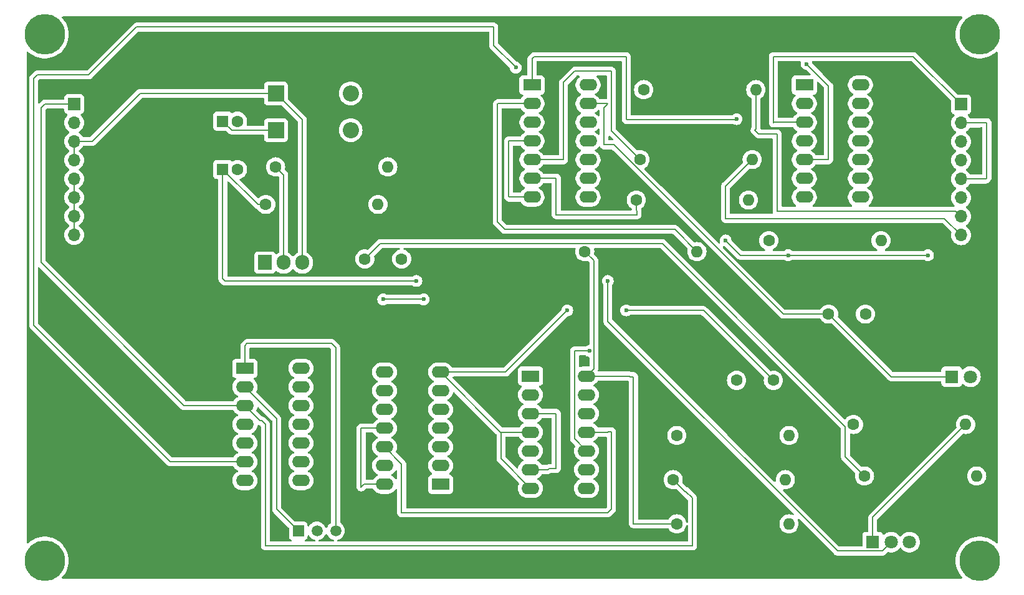
<source format=gbr>
%TF.GenerationSoftware,KiCad,Pcbnew,8.0.4*%
%TF.CreationDate,2025-02-17T12:27:47-05:00*%
%TF.ProjectId,VCO_MauriceO,56434f5f-4d61-4757-9269-63654f2e6b69,rev?*%
%TF.SameCoordinates,Original*%
%TF.FileFunction,Copper,L2,Bot*%
%TF.FilePolarity,Positive*%
%FSLAX46Y46*%
G04 Gerber Fmt 4.6, Leading zero omitted, Abs format (unit mm)*
G04 Created by KiCad (PCBNEW 8.0.4) date 2025-02-17 12:27:47*
%MOMM*%
%LPD*%
G01*
G04 APERTURE LIST*
%TA.AperFunction,Conductor*%
%ADD10C,0.200000*%
%TD*%
%TA.AperFunction,ComponentPad*%
%ADD11R,1.800000X1.800000*%
%TD*%
%TA.AperFunction,ComponentPad*%
%ADD12C,1.800000*%
%TD*%
%TA.AperFunction,ComponentPad*%
%ADD13C,1.600000*%
%TD*%
%TA.AperFunction,ComponentPad*%
%ADD14O,1.600000X1.600000*%
%TD*%
%TA.AperFunction,ComponentPad*%
%ADD15R,1.905000X2.000000*%
%TD*%
%TA.AperFunction,ComponentPad*%
%ADD16O,1.905000X2.000000*%
%TD*%
%TA.AperFunction,ComponentPad*%
%ADD17R,1.700000X1.700000*%
%TD*%
%TA.AperFunction,ComponentPad*%
%ADD18O,1.700000X1.700000*%
%TD*%
%TA.AperFunction,ComponentPad*%
%ADD19R,1.600000X1.600000*%
%TD*%
%TA.AperFunction,ComponentPad*%
%ADD20R,2.400000X1.600000*%
%TD*%
%TA.AperFunction,ComponentPad*%
%ADD21O,2.400000X1.600000*%
%TD*%
%TA.AperFunction,ComponentPad*%
%ADD22R,1.500000X1.500000*%
%TD*%
%TA.AperFunction,ComponentPad*%
%ADD23C,1.500000*%
%TD*%
%TA.AperFunction,ComponentPad*%
%ADD24C,3.600000*%
%TD*%
%TA.AperFunction,ConnectorPad*%
%ADD25C,5.500000*%
%TD*%
%TA.AperFunction,ComponentPad*%
%ADD26R,2.200000X2.200000*%
%TD*%
%TA.AperFunction,ComponentPad*%
%ADD27O,2.200000X2.200000*%
%TD*%
%TA.AperFunction,ViaPad*%
%ADD28C,0.600000*%
%TD*%
G04 APERTURE END LIST*
D10*
%TO.N,/VCAP*%
X132500000Y-73000000D02*
X138000000Y-73000000D01*
%TD*%
D11*
%TO.P,RV1.5,1,1*%
%TO.N,/VCC*%
X199000000Y-106000000D03*
D12*
%TO.P,RV1.5,2,2*%
%TO.N,/VWIPER*%
X201500000Y-106000000D03*
%TO.P,RV1.5,3,3*%
%TO.N,/RTN*%
X204000000Y-106000000D03*
%TD*%
D13*
%TO.P,R12,1*%
%TO.N,/VPOWER*%
X197880000Y-97000000D03*
D14*
%TO.P,R12,2*%
%TO.N,Net-(D3-A)*%
X213120000Y-97000000D03*
%TD*%
D13*
%TO.P,R11,1*%
%TO.N,Net-(D3-A)*%
X196380000Y-90000000D03*
D14*
%TO.P,R11,2*%
%TO.N,/VCC*%
X211620000Y-90000000D03*
%TD*%
D11*
%TO.P,D3,1,K*%
%TO.N,/VPWM*%
X209725000Y-83500000D03*
D12*
%TO.P,D3,2,A*%
%TO.N,Net-(D3-A)*%
X212265000Y-83500000D03*
%TD*%
D13*
%TO.P,C5,1*%
%TO.N,/VPWM*%
X193000000Y-75000000D03*
%TO.P,C5,2*%
%TO.N,unconnected-(C5-Pad2)*%
X198000000Y-75000000D03*
%TD*%
D15*
%TO.P,U1,1,ADJ*%
%TO.N,/VADJ*%
X116420000Y-68000000D03*
D16*
%TO.P,U1,2,VO*%
%TO.N,/VCC*%
X118960000Y-68000000D03*
%TO.P,U1,3,VI*%
%TO.N,/VPOWER*%
X121500000Y-68000000D03*
%TD*%
D17*
%TO.P,J2,1,Pin_1*%
%TO.N,/VFB*%
X211000000Y-46500000D03*
D18*
%TO.P,J2,2,Pin_2*%
%TO.N,/RTN*%
X211000000Y-49040000D03*
%TO.P,J2,3,Pin_3*%
%TO.N,unconnected-(J2-Pin_3-Pad3)*%
X211000000Y-51580000D03*
%TO.P,J2,4,Pin_4*%
%TO.N,/VCAP*%
X211000000Y-54120000D03*
%TO.P,J2,5,Pin_5*%
%TO.N,/RTN*%
X211000000Y-56660000D03*
%TO.P,J2,6,Pin_6*%
%TO.N,unconnected-(J2-Pin_6-Pad6)*%
X211000000Y-59200000D03*
%TO.P,J2,7,Pin_7*%
%TO.N,/VHI*%
X211000000Y-61740000D03*
%TO.P,J2,8,Pin_8*%
%TO.N,/VLO*%
X211000000Y-64280000D03*
%TD*%
D19*
%TO.P,C3,1*%
%TO.N,/VADJ*%
X110699775Y-55350000D03*
D13*
%TO.P,C3,2*%
%TO.N,/RTN*%
X112699775Y-55350000D03*
%TD*%
D20*
%TO.P,U3,1,DP2*%
%TO.N,unconnected-(U3-DP2-Pad1)*%
X152500000Y-83420000D03*
D21*
%TO.P,U3,2,SP2*%
%TO.N,/VCC*%
X152500000Y-85960000D03*
%TO.P,U3,3,G2*%
%TO.N,/V_DP2_GN12*%
X152500000Y-88500000D03*
%TO.P,U3,4,SN2*%
%TO.N,/RTN*%
X152500000Y-91040000D03*
%TO.P,U3,5,DN2*%
%TO.N,/V_DN2_SN3*%
X152500000Y-93580000D03*
%TO.P,U3,6,G1*%
%TO.N,/V_DP2_GN12*%
X152500000Y-96120000D03*
%TO.P,U3,7,VSS*%
%TO.N,/RTN*%
X152500000Y-98660000D03*
%TO.P,U3,8,DN1*%
%TO.N,/V_DP2_GN12*%
X160120000Y-98660000D03*
%TO.P,U3,9,SN3*%
%TO.N,/V_DN2_SN3*%
X160120000Y-96120000D03*
%TO.P,U3,10,G3*%
%TO.N,/VFB*%
X160120000Y-93580000D03*
%TO.P,U3,11,SP3*%
%TO.N,/V_DP3_SP4*%
X160120000Y-91040000D03*
%TO.P,U3,12,D3*%
%TO.N,/VCAP*%
X160120000Y-88500000D03*
%TO.P,U3,13,DP1*%
%TO.N,unconnected-(U3-DP1-Pad13)*%
X160120000Y-85960000D03*
%TO.P,U3,14,VCC*%
%TO.N,/VCC*%
X160120000Y-83420000D03*
%TD*%
D22*
%TO.P,Q1,1,S*%
%TO.N,Net-(Q1-S)*%
X120950000Y-104450000D03*
D23*
%TO.P,Q1,2,D*%
%TO.N,/V_DN1_GP123*%
X123490000Y-104450000D03*
%TO.P,Q1,3,G*%
%TO.N,Net-(Q1-G)*%
X126030000Y-104450000D03*
%TD*%
D13*
%TO.P,R2,1*%
%TO.N,/VADJ*%
X116540000Y-60100000D03*
D14*
%TO.P,R2,2*%
%TO.N,/RTN*%
X131780000Y-60100000D03*
%TD*%
D13*
%TO.P,C1,1*%
%TO.N,/VPOWER*%
X130000000Y-67500000D03*
%TO.P,C1,2*%
%TO.N,/RTN*%
X135000000Y-67500000D03*
%TD*%
%TO.P,R9,1*%
%TO.N,/VB2*%
X184880000Y-65000000D03*
D14*
%TO.P,R9,2*%
%TO.N,/VCC*%
X200120000Y-65000000D03*
%TD*%
D20*
%TO.P,U2,1,DP2*%
%TO.N,/V_DP2_GN12*%
X140300000Y-98125000D03*
D21*
%TO.P,U2,2,SP2*%
%TO.N,/VCC*%
X140300000Y-95585000D03*
%TO.P,U2,3,G2*%
%TO.N,/V_DN1_GP123*%
X140300000Y-93045000D03*
%TO.P,U2,4,SN2*%
%TO.N,unconnected-(U2-SN2-Pad4)*%
X140300000Y-90505000D03*
%TO.P,U2,5,DN2*%
%TO.N,unconnected-(U2-DN2-Pad5)*%
X140300000Y-87965000D03*
%TO.P,U2,6,G1*%
%TO.N,/V_DN1_GP123*%
X140300000Y-85425000D03*
%TO.P,U2,7,VSS*%
%TO.N,/RTN*%
X140300000Y-82885000D03*
%TO.P,U2,8,DN1*%
%TO.N,unconnected-(U2-DN1-Pad8)*%
X132680000Y-82885000D03*
%TO.P,U2,9,SN3*%
%TO.N,unconnected-(U2-SN3-Pad9)*%
X132680000Y-85425000D03*
%TO.P,U2,10,G3*%
%TO.N,/V_DN1_GP123*%
X132680000Y-87965000D03*
%TO.P,U2,11,SP3*%
%TO.N,/VCC*%
X132680000Y-90505000D03*
%TO.P,U2,12,D3*%
%TO.N,/V_DP3_SP4*%
X132680000Y-93045000D03*
%TO.P,U2,13,DP1*%
%TO.N,/V_DN1_GP123*%
X132680000Y-95585000D03*
%TO.P,U2,14,VCC*%
%TO.N,/VCC*%
X132680000Y-98125000D03*
%TD*%
D24*
%TO.P,H1,1*%
%TO.N,N/C*%
X86500000Y-37000000D03*
D25*
X86500000Y-37000000D03*
%TD*%
D24*
%TO.P,H2,1*%
%TO.N,N/C*%
X86500000Y-108500000D03*
D25*
X86500000Y-108500000D03*
%TD*%
D20*
%TO.P,U5,1*%
%TO.N,/VB2*%
X152700000Y-43875000D03*
D21*
%TO.P,U5,2*%
%TO.N,Net-(R10-Pad2)*%
X152700000Y-46415000D03*
%TO.P,U5,3,V+*%
%TO.N,/VCC*%
X152700000Y-48955000D03*
%TO.P,U5,4,-*%
%TO.N,/VCAP*%
X152700000Y-51495000D03*
%TO.P,U5,5,+*%
%TO.N,/VHI*%
X152700000Y-54035000D03*
%TO.P,U5,6,-*%
%TO.N,/VLO*%
X152700000Y-56575000D03*
%TO.P,U5,7,+*%
%TO.N,/VCAP*%
X152700000Y-59115000D03*
%TO.P,U5,8*%
%TO.N,N/C*%
X160320000Y-59115000D03*
%TO.P,U5,9*%
X160320000Y-56575000D03*
%TO.P,U5,10,-*%
%TO.N,/VWIPER*%
X160320000Y-54035000D03*
%TO.P,U5,11,+*%
%TO.N,Net-(U4B--)*%
X160320000Y-51495000D03*
%TO.P,U5,12,V-*%
%TO.N,/RTN*%
X160320000Y-48955000D03*
%TO.P,U5,13*%
%TO.N,/VPWM*%
X160320000Y-46415000D03*
%TO.P,U5,14*%
%TO.N,N/C*%
X160320000Y-43875000D03*
%TD*%
D13*
%TO.P,R8,1*%
%TO.N,/VLO*%
X166880000Y-59500000D03*
D14*
%TO.P,R8,2*%
%TO.N,/RTN*%
X182120000Y-59500000D03*
%TD*%
D24*
%TO.P,H3,1*%
%TO.N,N/C*%
X213500000Y-37000000D03*
D25*
X213500000Y-37000000D03*
%TD*%
D26*
%TO.P,D2,1,K*%
%TO.N,/VCC*%
X117920000Y-50000000D03*
D27*
%TO.P,D2,2,A*%
%TO.N,/VADJ*%
X128080000Y-50000000D03*
%TD*%
D19*
%TO.P,C2,1*%
%TO.N,/VCC*%
X110699775Y-48800000D03*
D13*
%TO.P,C2,2*%
%TO.N,/RTN*%
X112699775Y-48800000D03*
%TD*%
%TO.P,R4,1*%
%TO.N,/VCTRL*%
X171880000Y-97500000D03*
D14*
%TO.P,R4,2*%
%TO.N,/RTN*%
X187120000Y-97500000D03*
%TD*%
D13*
%TO.P,R10,1*%
%TO.N,/VCC*%
X159880000Y-66500000D03*
D14*
%TO.P,R10,2*%
%TO.N,Net-(R10-Pad2)*%
X175120000Y-66500000D03*
%TD*%
D20*
%TO.P,U6,1*%
%TO.N,Net-(R10-Pad2)*%
X189700000Y-43875000D03*
D21*
%TO.P,U6,2*%
%TO.N,Net-(U6-Pad2)*%
X189700000Y-46415000D03*
%TO.P,U6,3*%
%TO.N,/VFB*%
X189700000Y-48955000D03*
%TO.P,U6,4*%
X189700000Y-51495000D03*
%TO.P,U6,5*%
%TO.N,/VB2*%
X189700000Y-54035000D03*
%TO.P,U6,6*%
%TO.N,Net-(U6-Pad2)*%
X189700000Y-56575000D03*
%TO.P,U6,7,GND*%
%TO.N,/RTN*%
X189700000Y-59115000D03*
%TO.P,U6,8*%
%TO.N,N/C*%
X197320000Y-59115000D03*
%TO.P,U6,9*%
X197320000Y-56575000D03*
%TO.P,U6,10*%
X197320000Y-54035000D03*
%TO.P,U6,11*%
X197320000Y-51495000D03*
%TO.P,U6,12*%
X197320000Y-48955000D03*
%TO.P,U6,13*%
X197320000Y-46415000D03*
%TO.P,U6,14,VCC*%
%TO.N,/VCC*%
X197320000Y-43875000D03*
%TD*%
D13*
%TO.P,R5,1*%
%TO.N,/VCC*%
X172380000Y-103500000D03*
D14*
%TO.P,R5,2*%
%TO.N,/VCTRL*%
X187620000Y-103500000D03*
%TD*%
D13*
%TO.P,R3,1*%
%TO.N,Net-(Q1-S)*%
X172380000Y-91500000D03*
D14*
%TO.P,R3,2*%
%TO.N,/RTN*%
X187620000Y-91500000D03*
%TD*%
D26*
%TO.P,D1,1,K*%
%TO.N,/VPOWER*%
X117920000Y-45000000D03*
D27*
%TO.P,D1,2,A*%
%TO.N,/VCC*%
X128080000Y-45000000D03*
%TD*%
D13*
%TO.P,R7,1*%
%TO.N,/VHI*%
X167380000Y-54000000D03*
D14*
%TO.P,R7,2*%
%TO.N,/VLO*%
X182620000Y-54000000D03*
%TD*%
D13*
%TO.P,R1,1*%
%TO.N,/VCC*%
X117880000Y-55000000D03*
D14*
%TO.P,R1,2*%
%TO.N,/VADJ*%
X133120000Y-55000000D03*
%TD*%
D20*
%TO.P,U4,1*%
%TO.N,Net-(Q1-G)*%
X113700000Y-82375000D03*
D21*
%TO.P,U4,2,-*%
%TO.N,Net-(Q1-S)*%
X113700000Y-84915000D03*
%TO.P,U4,3,+*%
%TO.N,/VCTRL*%
X113700000Y-87455000D03*
%TO.P,U4,4,V+*%
%TO.N,/VCC*%
X113700000Y-89995000D03*
%TO.P,U4,5,+*%
%TO.N,/VCAP*%
X113700000Y-92535000D03*
%TO.P,U4,6,-*%
%TO.N,Net-(U4B--)*%
X113700000Y-95075000D03*
%TO.P,U4,7*%
X113700000Y-97615000D03*
%TO.P,U4,8*%
%TO.N,N/C*%
X121320000Y-97615000D03*
%TO.P,U4,9*%
X121320000Y-95075000D03*
%TO.P,U4,10*%
X121320000Y-92535000D03*
%TO.P,U4,11,V-*%
%TO.N,/RTN*%
X121320000Y-89995000D03*
%TO.P,U4,12*%
%TO.N,N/C*%
X121320000Y-87455000D03*
%TO.P,U4,13*%
X121320000Y-84915000D03*
%TO.P,U4,14*%
X121320000Y-82375000D03*
%TD*%
D13*
%TO.P,C4,1*%
%TO.N,/VCAP*%
X180500000Y-84000000D03*
%TO.P,C4,2*%
%TO.N,/RTN*%
X185500000Y-84000000D03*
%TD*%
D17*
%TO.P,J1,1,Pin_1*%
%TO.N,/VCTRL*%
X90500000Y-46460000D03*
D18*
%TO.P,J1,2,Pin_2*%
%TO.N,/VCC*%
X90500000Y-49000000D03*
%TO.P,J1,3,Pin_3*%
%TO.N,/VPOWER*%
X90500000Y-51540000D03*
%TO.P,J1,4,Pin_4*%
X90500000Y-54080000D03*
%TO.P,J1,5,Pin_5*%
%TO.N,/RTN*%
X90500000Y-56620000D03*
%TO.P,J1,6,Pin_6*%
X90500000Y-59160000D03*
%TO.P,J1,7,Pin_7*%
X90500000Y-61700000D03*
%TO.P,J1,8,Pin_8*%
X90500000Y-64240000D03*
%TD*%
D24*
%TO.P,H4,1*%
%TO.N,N/C*%
X213500000Y-108500000D03*
D25*
X213500000Y-108500000D03*
%TD*%
D13*
%TO.P,R6,1*%
%TO.N,/VCC*%
X167880000Y-44500000D03*
D14*
%TO.P,R6,2*%
%TO.N,/VHI*%
X183120000Y-44500000D03*
%TD*%
D28*
%TO.N,Net-(U4B--)*%
X150500000Y-41500000D03*
%TO.N,/VCAP*%
X138000000Y-73000000D03*
X132500000Y-73000000D03*
%TO.N,/VWIPER*%
X163000000Y-70500000D03*
%TO.N,/RTN*%
X206500000Y-67000000D03*
X157500000Y-74500000D03*
X165500000Y-74500000D03*
X187500000Y-67000000D03*
X179000000Y-65000000D03*
%TO.N,/VFB*%
X160500000Y-80000000D03*
%TO.N,/VADJ*%
X137000000Y-70500000D03*
%TO.N,/VB2*%
X180500000Y-48500000D03*
X190000000Y-41000000D03*
%TD*%
D10*
%TO.N,Net-(U4B--)*%
X147500000Y-38500000D02*
X147500000Y-36000000D01*
X150500000Y-41500000D02*
X147500000Y-38500000D01*
X99000000Y-36000000D02*
X147500000Y-36000000D01*
X85500000Y-42500000D02*
X92500000Y-42500000D01*
X85000000Y-43000000D02*
X85500000Y-42500000D01*
X85000000Y-76500000D02*
X85000000Y-43000000D01*
X103575000Y-95075000D02*
X85000000Y-76500000D01*
X113700000Y-95075000D02*
X103575000Y-95075000D01*
X92500000Y-42500000D02*
X99000000Y-36000000D01*
%TO.N,/VPWM*%
X162500000Y-47000000D02*
X163000000Y-46500000D01*
X163000000Y-46500000D02*
X162915000Y-46415000D01*
X162915000Y-46415000D02*
X160320000Y-46415000D01*
X162500000Y-52000000D02*
X162500000Y-47000000D01*
X163824365Y-52000000D02*
X162500000Y-52000000D01*
X186824365Y-75000000D02*
X163824365Y-52000000D01*
X193000000Y-75000000D02*
X186824365Y-75000000D01*
%TO.N,/VWIPER*%
X194200000Y-107200000D02*
X163000000Y-76000000D01*
X163000000Y-76000000D02*
X163000000Y-70500000D01*
X200300000Y-107200000D02*
X194200000Y-107200000D01*
X201500000Y-106000000D02*
X200300000Y-107200000D01*
%TO.N,/VPOWER*%
X132100000Y-65400000D02*
X130000000Y-67500000D01*
X195280000Y-90280000D02*
X170400000Y-65400000D01*
X195280000Y-94400000D02*
X195280000Y-90280000D01*
X197880000Y-97000000D02*
X195280000Y-94400000D01*
X170400000Y-65400000D02*
X132100000Y-65400000D01*
%TO.N,/VCC*%
X199000000Y-102620000D02*
X211620000Y-90000000D01*
X199000000Y-106000000D02*
X199000000Y-102620000D01*
%TO.N,/VPWM*%
X201500000Y-83500000D02*
X193000000Y-75000000D01*
X209725000Y-83500000D02*
X201500000Y-83500000D01*
%TO.N,/RTN*%
X211000000Y-56660000D02*
X214340000Y-56660000D01*
X148500000Y-94660000D02*
X152500000Y-98660000D01*
X187500000Y-67000000D02*
X181000000Y-67000000D01*
X214500000Y-49000000D02*
X213500000Y-49000000D01*
X181000000Y-67000000D02*
X179000000Y-65000000D01*
X148500000Y-91040000D02*
X148455000Y-91040000D01*
X148500000Y-91040000D02*
X148500000Y-94660000D01*
X152500000Y-91040000D02*
X148500000Y-91040000D01*
X157500000Y-74500000D02*
X149115000Y-82885000D01*
X176000000Y-74500000D02*
X185500000Y-84000000D01*
X213460000Y-49040000D02*
X211000000Y-49040000D01*
X148455000Y-91040000D02*
X140300000Y-82885000D01*
X149115000Y-82885000D02*
X140300000Y-82885000D01*
X165500000Y-74500000D02*
X176000000Y-74500000D01*
X90500000Y-56620000D02*
X90500000Y-64240000D01*
X213500000Y-49000000D02*
X213460000Y-49040000D01*
X214340000Y-56660000D02*
X214500000Y-56500000D01*
X214500000Y-56500000D02*
X214500000Y-49000000D01*
X206500000Y-67000000D02*
X187500000Y-67000000D01*
%TO.N,/VCAP*%
X152700000Y-51495000D02*
X149505000Y-51495000D01*
X149500000Y-51500000D02*
X149500000Y-59000000D01*
X149615000Y-59115000D02*
X152700000Y-59115000D01*
X149500000Y-59000000D02*
X149615000Y-59115000D01*
X149505000Y-51495000D02*
X149500000Y-51500000D01*
%TO.N,/VCC*%
X111899775Y-50000000D02*
X117920000Y-50000000D01*
X165920000Y-83420000D02*
X160120000Y-83420000D01*
X132680000Y-98125000D02*
X129875000Y-98125000D01*
X118960000Y-68000000D02*
X118960000Y-56080000D01*
X159880000Y-66500000D02*
X161100000Y-67720000D01*
X166000000Y-83500000D02*
X165920000Y-83420000D01*
X166500000Y-83500000D02*
X166000000Y-83500000D01*
X161100000Y-82440000D02*
X160120000Y-83420000D01*
X110699775Y-48800000D02*
X111899775Y-50000000D01*
X129875000Y-98125000D02*
X129500000Y-98500000D01*
X129505000Y-90505000D02*
X132680000Y-90505000D01*
X129500000Y-90500000D02*
X129505000Y-90505000D01*
X161100000Y-67720000D02*
X161100000Y-82440000D01*
X166500000Y-103500000D02*
X166500000Y-83500000D01*
X172380000Y-103500000D02*
X166500000Y-103500000D01*
X118960000Y-56080000D02*
X117880000Y-55000000D01*
X129500000Y-98500000D02*
X129500000Y-90500000D01*
%TO.N,/VPOWER*%
X90500000Y-51540000D02*
X92960000Y-51540000D01*
X121500000Y-68000000D02*
X121500000Y-48580000D01*
X90500000Y-54080000D02*
X90500000Y-51540000D01*
X99500000Y-45000000D02*
X117920000Y-45000000D01*
X92960000Y-51540000D02*
X99500000Y-45000000D01*
X121500000Y-48580000D02*
X117920000Y-45000000D01*
%TO.N,/VCTRL*%
X113700000Y-87455000D02*
X105455000Y-87455000D01*
X173600000Y-99100000D02*
X174500000Y-100000000D01*
X86000000Y-68000000D02*
X86000000Y-47000000D01*
X174500000Y-106500000D02*
X116500000Y-106500000D01*
X174500000Y-100000000D02*
X174500000Y-106500000D01*
X86000000Y-47000000D02*
X86540000Y-46460000D01*
X86540000Y-46460000D02*
X90500000Y-46460000D01*
X171880000Y-97500000D02*
X173480000Y-99100000D01*
X105455000Y-87455000D02*
X86000000Y-68000000D01*
X115745000Y-89500000D02*
X113700000Y-87455000D01*
X116500000Y-106500000D02*
X116500000Y-90000000D01*
X173480000Y-99100000D02*
X173600000Y-99100000D01*
X116500000Y-90000000D02*
X116000000Y-89500000D01*
X116000000Y-89500000D02*
X115745000Y-89500000D01*
%TO.N,/VFB*%
X158500000Y-91960000D02*
X160120000Y-93580000D01*
X185500000Y-49000000D02*
X185500000Y-40000000D01*
X204500000Y-40000000D02*
X211000000Y-46500000D01*
X189700000Y-48955000D02*
X185545000Y-48955000D01*
X158500000Y-80000000D02*
X158500000Y-91960000D01*
X160500000Y-80000000D02*
X158500000Y-80000000D01*
X185500000Y-40000000D02*
X204500000Y-40000000D01*
X185545000Y-48955000D02*
X185500000Y-49000000D01*
%TO.N,/VLO*%
X156000000Y-61500000D02*
X167000000Y-61500000D01*
X208720000Y-62000000D02*
X211000000Y-64280000D01*
X152700000Y-56575000D02*
X155925000Y-56575000D01*
X155925000Y-56575000D02*
X156000000Y-56500000D01*
X182620000Y-54000000D02*
X179000000Y-57620000D01*
X179000000Y-57620000D02*
X179000000Y-62000000D01*
X167000000Y-61500000D02*
X167000000Y-61000000D01*
X167000000Y-61000000D02*
X166880000Y-60880000D01*
X179000000Y-62000000D02*
X208720000Y-62000000D01*
X156000000Y-56500000D02*
X156000000Y-61500000D01*
X166880000Y-60880000D02*
X166880000Y-59500000D01*
%TO.N,/VADJ*%
X111000000Y-70500000D02*
X137000000Y-70500000D01*
X115449775Y-60100000D02*
X110699775Y-55350000D01*
X110699775Y-70199775D02*
X111000000Y-70500000D01*
X116540000Y-60100000D02*
X115449775Y-60100000D01*
X110699775Y-55350000D02*
X110699775Y-70199775D01*
%TO.N,Net-(Q1-S)*%
X120950000Y-104450000D02*
X118000000Y-101500000D01*
X118000000Y-89215000D02*
X113700000Y-84915000D01*
X118000000Y-101500000D02*
X118000000Y-89215000D01*
%TO.N,Net-(Q1-G)*%
X126030000Y-104450000D02*
X126030000Y-79530000D01*
X114000000Y-79000000D02*
X113700000Y-79300000D01*
X126030000Y-79530000D02*
X125500000Y-79000000D01*
X113700000Y-79300000D02*
X113700000Y-82375000D01*
X125500000Y-79000000D02*
X114000000Y-79000000D01*
%TO.N,/V_DP2_GN12*%
X156000000Y-88500000D02*
X156000000Y-96000000D01*
X155000000Y-96000000D02*
X154880000Y-96120000D01*
X156000000Y-96000000D02*
X155000000Y-96000000D01*
X154880000Y-96120000D02*
X152500000Y-96120000D01*
X152500000Y-88500000D02*
X156000000Y-88500000D01*
%TO.N,/V_DP3_SP4*%
X163000000Y-102000000D02*
X163500000Y-101500000D01*
X162960000Y-91040000D02*
X160120000Y-91040000D01*
X163500000Y-101500000D02*
X163500000Y-91000000D01*
X135000000Y-102000000D02*
X163000000Y-102000000D01*
X135000000Y-95365000D02*
X135000000Y-102000000D01*
X132680000Y-93045000D02*
X135000000Y-95365000D01*
X163500000Y-91000000D02*
X163000000Y-91000000D01*
X163000000Y-91000000D02*
X162960000Y-91040000D01*
%TO.N,/VHI*%
X152700000Y-54035000D02*
X156965000Y-54035000D01*
X163500000Y-42000000D02*
X163500000Y-50120000D01*
X183120000Y-44500000D02*
X183120000Y-49880000D01*
X183120000Y-49880000D02*
X183000000Y-50000000D01*
X183500000Y-50500000D02*
X186000000Y-50500000D01*
X183000000Y-50000000D02*
X183500000Y-50500000D01*
X210260000Y-61000000D02*
X211000000Y-61740000D01*
X186000000Y-50500000D02*
X186000000Y-61000000D01*
X186000000Y-61000000D02*
X210260000Y-61000000D01*
X158500000Y-42000000D02*
X163500000Y-42000000D01*
X163500000Y-50120000D02*
X167380000Y-54000000D01*
X156965000Y-54035000D02*
X157000000Y-54000000D01*
X157000000Y-54000000D02*
X157000000Y-43500000D01*
X157000000Y-43500000D02*
X158500000Y-42000000D01*
%TO.N,/VB2*%
X192965000Y-54035000D02*
X193000000Y-54000000D01*
X153000000Y-40000000D02*
X165500000Y-40000000D01*
X193000000Y-54000000D02*
X193000000Y-44000000D01*
X165600000Y-48600000D02*
X180400000Y-48600000D01*
X180400000Y-48600000D02*
X180500000Y-48500000D01*
X152700000Y-40300000D02*
X153000000Y-40000000D01*
X165500000Y-40000000D02*
X165500000Y-48500000D01*
X152700000Y-43875000D02*
X152700000Y-40300000D01*
X165500000Y-48500000D02*
X165600000Y-48600000D01*
X193000000Y-44000000D02*
X190000000Y-41000000D01*
X189700000Y-54035000D02*
X192965000Y-54035000D01*
%TO.N,Net-(R10-Pad2)*%
X148000000Y-62500000D02*
X148000000Y-46500000D01*
X175120000Y-66500000D02*
X172120000Y-63500000D01*
X148085000Y-46415000D02*
X152700000Y-46415000D01*
X172120000Y-63500000D02*
X149000000Y-63500000D01*
X148000000Y-46500000D02*
X148085000Y-46415000D01*
X149000000Y-63500000D02*
X148000000Y-62500000D01*
%TD*%
%TA.AperFunction,NonConductor*%
G36*
X211115194Y-34570185D02*
G01*
X211160949Y-34622989D01*
X211170893Y-34692147D01*
X211141868Y-34755703D01*
X211138181Y-34759772D01*
X211136687Y-34761348D01*
X210908505Y-35029983D01*
X210908498Y-35029993D01*
X210710695Y-35321730D01*
X210545597Y-35633137D01*
X210545588Y-35633155D01*
X210415127Y-35960589D01*
X210415126Y-35960591D01*
X210320834Y-36300203D01*
X210320833Y-36300206D01*
X210263808Y-36648045D01*
X210244726Y-36999997D01*
X210244726Y-37000002D01*
X210263808Y-37351954D01*
X210320833Y-37699793D01*
X210320834Y-37699796D01*
X210415126Y-38039408D01*
X210415127Y-38039410D01*
X210545588Y-38366844D01*
X210545597Y-38366862D01*
X210574267Y-38420939D01*
X210710695Y-38678269D01*
X210839821Y-38868716D01*
X210908498Y-38970006D01*
X210908505Y-38970016D01*
X211136685Y-39238649D01*
X211136686Y-39238650D01*
X211392580Y-39481046D01*
X211392587Y-39481051D01*
X211392589Y-39481053D01*
X211443138Y-39519479D01*
X211673182Y-39694354D01*
X211975202Y-39876074D01*
X211975206Y-39876075D01*
X211975210Y-39876078D01*
X212295088Y-40024070D01*
X212295092Y-40024070D01*
X212295099Y-40024074D01*
X212629122Y-40136619D01*
X212973355Y-40212391D01*
X213323763Y-40250500D01*
X213323769Y-40250500D01*
X213676231Y-40250500D01*
X213676237Y-40250500D01*
X214026645Y-40212391D01*
X214370878Y-40136619D01*
X214704901Y-40024074D01*
X214704908Y-40024070D01*
X214704911Y-40024070D01*
X215024789Y-39876078D01*
X215024798Y-39876074D01*
X215326818Y-39694354D01*
X215607420Y-39481046D01*
X215740227Y-39355243D01*
X215802432Y-39323433D01*
X215871963Y-39330302D01*
X215926743Y-39373672D01*
X215949378Y-39439774D01*
X215949500Y-39445268D01*
X215949500Y-106054731D01*
X215929815Y-106121770D01*
X215877011Y-106167525D01*
X215807853Y-106177469D01*
X215744297Y-106148444D01*
X215740225Y-106144754D01*
X215607420Y-106018954D01*
X215607410Y-106018946D01*
X215326815Y-105805644D01*
X215024802Y-105623928D01*
X215024789Y-105623921D01*
X214704911Y-105475929D01*
X214704906Y-105475928D01*
X214704903Y-105475927D01*
X214704901Y-105475926D01*
X214513967Y-105411593D01*
X214370880Y-105363381D01*
X214026643Y-105287608D01*
X213676238Y-105249500D01*
X213676237Y-105249500D01*
X213323763Y-105249500D01*
X213323761Y-105249500D01*
X212973356Y-105287608D01*
X212629119Y-105363381D01*
X212295093Y-105475928D01*
X212295088Y-105475929D01*
X211975210Y-105623921D01*
X211975197Y-105623928D01*
X211673184Y-105805644D01*
X211392589Y-106018946D01*
X211392580Y-106018954D01*
X211136685Y-106261350D01*
X210908505Y-106529983D01*
X210908498Y-106529993D01*
X210710695Y-106821730D01*
X210545597Y-107133137D01*
X210545588Y-107133155D01*
X210415127Y-107460589D01*
X210415126Y-107460591D01*
X210320834Y-107800203D01*
X210320833Y-107800206D01*
X210263808Y-108148045D01*
X210244726Y-108499997D01*
X210244726Y-108500002D01*
X210263808Y-108851954D01*
X210320833Y-109199793D01*
X210320834Y-109199796D01*
X210415126Y-109539408D01*
X210415127Y-109539410D01*
X210545588Y-109866844D01*
X210545597Y-109866862D01*
X210710695Y-110178269D01*
X210908498Y-110470006D01*
X210908505Y-110470016D01*
X211136687Y-110738651D01*
X211138181Y-110740228D01*
X211138414Y-110740683D01*
X211138861Y-110741210D01*
X211138736Y-110741315D01*
X211169991Y-110802437D01*
X211163119Y-110871968D01*
X211119747Y-110926745D01*
X211053644Y-110949378D01*
X211048155Y-110949500D01*
X88951845Y-110949500D01*
X88884806Y-110929815D01*
X88839051Y-110877011D01*
X88829107Y-110807853D01*
X88858132Y-110744297D01*
X88861819Y-110740228D01*
X88863303Y-110738659D01*
X88863314Y-110738650D01*
X89091501Y-110470008D01*
X89289305Y-110178269D01*
X89454407Y-109866854D01*
X89584871Y-109539414D01*
X89679168Y-109199788D01*
X89736191Y-108851957D01*
X89755274Y-108500000D01*
X89736191Y-108148043D01*
X89679168Y-107800212D01*
X89636704Y-107647271D01*
X89584873Y-107460591D01*
X89584872Y-107460589D01*
X89560930Y-107400500D01*
X89471668Y-107176468D01*
X89454411Y-107133155D01*
X89454402Y-107133137D01*
X89437099Y-107100500D01*
X89289305Y-106821731D01*
X89091501Y-106529992D01*
X89091497Y-106529987D01*
X89091494Y-106529983D01*
X88863314Y-106261350D01*
X88774762Y-106177469D01*
X88607420Y-106018954D01*
X88607413Y-106018948D01*
X88607410Y-106018946D01*
X88326815Y-105805644D01*
X88024802Y-105623928D01*
X88024789Y-105623921D01*
X87704911Y-105475929D01*
X87704906Y-105475928D01*
X87704903Y-105475927D01*
X87704901Y-105475926D01*
X87513967Y-105411593D01*
X87370880Y-105363381D01*
X87026643Y-105287608D01*
X86676238Y-105249500D01*
X86676237Y-105249500D01*
X86323763Y-105249500D01*
X86323761Y-105249500D01*
X85973356Y-105287608D01*
X85629119Y-105363381D01*
X85295093Y-105475928D01*
X85295088Y-105475929D01*
X84975210Y-105623921D01*
X84975197Y-105623928D01*
X84673184Y-105805644D01*
X84392589Y-106018946D01*
X84392579Y-106018954D01*
X84259775Y-106144754D01*
X84197567Y-106176567D01*
X84128036Y-106169697D01*
X84073257Y-106126326D01*
X84050622Y-106060225D01*
X84050500Y-106054731D01*
X84050500Y-76579054D01*
X84399498Y-76579054D01*
X84440423Y-76731785D01*
X84469358Y-76781900D01*
X84469359Y-76781904D01*
X84469360Y-76781904D01*
X84519479Y-76868714D01*
X84519481Y-76868717D01*
X84638349Y-76987585D01*
X84638355Y-76987590D01*
X103090139Y-95439374D01*
X103090149Y-95439385D01*
X103094479Y-95443715D01*
X103094480Y-95443716D01*
X103206284Y-95555520D01*
X103277756Y-95596784D01*
X103343215Y-95634577D01*
X103495943Y-95675501D01*
X103495946Y-95675501D01*
X103661653Y-95675501D01*
X103661669Y-95675500D01*
X112070398Y-95675500D01*
X112137437Y-95695185D01*
X112180883Y-95743205D01*
X112187715Y-95756614D01*
X112308028Y-95922213D01*
X112452786Y-96066971D01*
X112582013Y-96160858D01*
X112618390Y-96187287D01*
X112687207Y-96222351D01*
X112711080Y-96234515D01*
X112761876Y-96282490D01*
X112778671Y-96350311D01*
X112756134Y-96416446D01*
X112711080Y-96455485D01*
X112618386Y-96502715D01*
X112452786Y-96623028D01*
X112308028Y-96767786D01*
X112187715Y-96933386D01*
X112094781Y-97115776D01*
X112031522Y-97310465D01*
X112001504Y-97499998D01*
X111999500Y-97512648D01*
X111999500Y-97717352D01*
X112000980Y-97726697D01*
X112031522Y-97919534D01*
X112094781Y-98114223D01*
X112187715Y-98296613D01*
X112308028Y-98462213D01*
X112452786Y-98606971D01*
X112607749Y-98719556D01*
X112618390Y-98727287D01*
X112724807Y-98781509D01*
X112800776Y-98820218D01*
X112800778Y-98820218D01*
X112800781Y-98820220D01*
X112905137Y-98854127D01*
X112995465Y-98883477D01*
X113096557Y-98899488D01*
X113197648Y-98915500D01*
X113197649Y-98915500D01*
X114202351Y-98915500D01*
X114202352Y-98915500D01*
X114404534Y-98883477D01*
X114599219Y-98820220D01*
X114781610Y-98727287D01*
X114874590Y-98659732D01*
X114947213Y-98606971D01*
X114947215Y-98606968D01*
X114947219Y-98606966D01*
X115091966Y-98462219D01*
X115091968Y-98462215D01*
X115091971Y-98462213D01*
X115169526Y-98355466D01*
X115212287Y-98296610D01*
X115305220Y-98114219D01*
X115368477Y-97919534D01*
X115400500Y-97717352D01*
X115400500Y-97512648D01*
X115391654Y-97456795D01*
X115368477Y-97310465D01*
X115305218Y-97115776D01*
X115246227Y-97000001D01*
X115212287Y-96933390D01*
X115200750Y-96917511D01*
X115091971Y-96767786D01*
X114947213Y-96623028D01*
X114781614Y-96502715D01*
X114775006Y-96499348D01*
X114688917Y-96455483D01*
X114638123Y-96407511D01*
X114621328Y-96339690D01*
X114643865Y-96273555D01*
X114688917Y-96234516D01*
X114781610Y-96187287D01*
X114923467Y-96084223D01*
X114947213Y-96066971D01*
X114947215Y-96066968D01*
X114947219Y-96066966D01*
X115091966Y-95922219D01*
X115091968Y-95922215D01*
X115091971Y-95922213D01*
X115169526Y-95815466D01*
X115212287Y-95756610D01*
X115305220Y-95574219D01*
X115368477Y-95379534D01*
X115400500Y-95177352D01*
X115400500Y-94972648D01*
X115392390Y-94921446D01*
X115368477Y-94770465D01*
X115305218Y-94575776D01*
X115271503Y-94509607D01*
X115212287Y-94393390D01*
X115200750Y-94377511D01*
X115091971Y-94227786D01*
X114947213Y-94083028D01*
X114781614Y-93962715D01*
X114775006Y-93959348D01*
X114688917Y-93915483D01*
X114638123Y-93867511D01*
X114621328Y-93799690D01*
X114643865Y-93733555D01*
X114688917Y-93694516D01*
X114781610Y-93647287D01*
X114802770Y-93631913D01*
X114947213Y-93526971D01*
X114947215Y-93526968D01*
X114947219Y-93526966D01*
X115091966Y-93382219D01*
X115091968Y-93382215D01*
X115091971Y-93382213D01*
X115169526Y-93275466D01*
X115212287Y-93216610D01*
X115305220Y-93034219D01*
X115368477Y-92839534D01*
X115400500Y-92637352D01*
X115400500Y-92432648D01*
X115392390Y-92381446D01*
X115368477Y-92230465D01*
X115305218Y-92035776D01*
X115252704Y-91932713D01*
X115212287Y-91853390D01*
X115200750Y-91837511D01*
X115091971Y-91687786D01*
X114947213Y-91543028D01*
X114781614Y-91422715D01*
X114775006Y-91419348D01*
X114688917Y-91375483D01*
X114638123Y-91327511D01*
X114621328Y-91259690D01*
X114643865Y-91193555D01*
X114688917Y-91154516D01*
X114781610Y-91107287D01*
X114855637Y-91053504D01*
X114947213Y-90986971D01*
X114947215Y-90986968D01*
X114947219Y-90986966D01*
X115091966Y-90842219D01*
X115091968Y-90842215D01*
X115091971Y-90842213D01*
X115169526Y-90735466D01*
X115212287Y-90676610D01*
X115305220Y-90494219D01*
X115368477Y-90299534D01*
X115389284Y-90168161D01*
X115419213Y-90105028D01*
X115478524Y-90068096D01*
X115543848Y-90067785D01*
X115665943Y-90100501D01*
X115699904Y-90100501D01*
X115766943Y-90120186D01*
X115787585Y-90136820D01*
X115863181Y-90212416D01*
X115896666Y-90273739D01*
X115899500Y-90300097D01*
X115899500Y-106579057D01*
X115923560Y-106668848D01*
X115940423Y-106731783D01*
X115940426Y-106731790D01*
X116019475Y-106868709D01*
X116019479Y-106868714D01*
X116019480Y-106868716D01*
X116131284Y-106980520D01*
X116131286Y-106980521D01*
X116131290Y-106980524D01*
X116223773Y-107033918D01*
X116268216Y-107059577D01*
X116420943Y-107100500D01*
X116420945Y-107100500D01*
X174579055Y-107100500D01*
X174579057Y-107100500D01*
X174731784Y-107059577D01*
X174868716Y-106980520D01*
X174980520Y-106868716D01*
X175059577Y-106731784D01*
X175100500Y-106579057D01*
X175100500Y-99920943D01*
X175059577Y-99768216D01*
X175059577Y-99768215D01*
X175020482Y-99700501D01*
X174980520Y-99631284D01*
X174868716Y-99519480D01*
X174868715Y-99519479D01*
X174864385Y-99515149D01*
X174864374Y-99515139D01*
X174087590Y-98738355D01*
X174087588Y-98738352D01*
X173968717Y-98619481D01*
X173968712Y-98619477D01*
X173851055Y-98551549D01*
X173851052Y-98551547D01*
X173831785Y-98540423D01*
X173779008Y-98526280D01*
X173723424Y-98494188D01*
X173171941Y-97942706D01*
X173138456Y-97881383D01*
X173139847Y-97822931D01*
X173165635Y-97726692D01*
X173185468Y-97500000D01*
X173165635Y-97273308D01*
X173106739Y-97053504D01*
X173010568Y-96847266D01*
X172893151Y-96679576D01*
X172880045Y-96660858D01*
X172719141Y-96499954D01*
X172532734Y-96369432D01*
X172532732Y-96369431D01*
X172326497Y-96273261D01*
X172326488Y-96273258D01*
X172106697Y-96214366D01*
X172106693Y-96214365D01*
X172106692Y-96214365D01*
X172106691Y-96214364D01*
X172106686Y-96214364D01*
X171880002Y-96194532D01*
X171879998Y-96194532D01*
X171653313Y-96214364D01*
X171653302Y-96214366D01*
X171433511Y-96273258D01*
X171433502Y-96273261D01*
X171227267Y-96369431D01*
X171227265Y-96369432D01*
X171040858Y-96499954D01*
X170879954Y-96660858D01*
X170749432Y-96847265D01*
X170749431Y-96847267D01*
X170653261Y-97053502D01*
X170653258Y-97053511D01*
X170594366Y-97273302D01*
X170594364Y-97273313D01*
X170574532Y-97499998D01*
X170574532Y-97500001D01*
X170594364Y-97726686D01*
X170594366Y-97726697D01*
X170653258Y-97946488D01*
X170653261Y-97946497D01*
X170749431Y-98152732D01*
X170749432Y-98152734D01*
X170879954Y-98339141D01*
X171040858Y-98500045D01*
X171040861Y-98500047D01*
X171227266Y-98630568D01*
X171433504Y-98726739D01*
X171433509Y-98726740D01*
X171433511Y-98726741D01*
X171476856Y-98738355D01*
X171653308Y-98785635D01*
X171815230Y-98799801D01*
X171879998Y-98805468D01*
X171880000Y-98805468D01*
X171880002Y-98805468D01*
X171936673Y-98800509D01*
X172106692Y-98785635D01*
X172202932Y-98759847D01*
X172272781Y-98761510D01*
X172322705Y-98791940D01*
X173111284Y-99580520D01*
X173111286Y-99580521D01*
X173111290Y-99580524D01*
X173235033Y-99651966D01*
X173248216Y-99659577D01*
X173300991Y-99673718D01*
X173356576Y-99705811D01*
X173863181Y-100212416D01*
X173896666Y-100273739D01*
X173899500Y-100300097D01*
X173899500Y-103204230D01*
X173879815Y-103271269D01*
X173827011Y-103317024D01*
X173757853Y-103326968D01*
X173694297Y-103297943D01*
X173656523Y-103239165D01*
X173655725Y-103236323D01*
X173606741Y-103053511D01*
X173606738Y-103053502D01*
X173530611Y-102890248D01*
X173510568Y-102847266D01*
X173380047Y-102660861D01*
X173380045Y-102660858D01*
X173219141Y-102499954D01*
X173032734Y-102369432D01*
X173032732Y-102369431D01*
X172826497Y-102273261D01*
X172826488Y-102273258D01*
X172606697Y-102214366D01*
X172606693Y-102214365D01*
X172606692Y-102214365D01*
X172606691Y-102214364D01*
X172606686Y-102214364D01*
X172380002Y-102194532D01*
X172379998Y-102194532D01*
X172153313Y-102214364D01*
X172153302Y-102214366D01*
X171933511Y-102273258D01*
X171933502Y-102273261D01*
X171727267Y-102369431D01*
X171727265Y-102369432D01*
X171540858Y-102499954D01*
X171379954Y-102660858D01*
X171303450Y-102770118D01*
X171249881Y-102846624D01*
X171195307Y-102890248D01*
X171148308Y-102899500D01*
X167224500Y-102899500D01*
X167157461Y-102879815D01*
X167111706Y-102827011D01*
X167100500Y-102775500D01*
X167100500Y-91499998D01*
X171074532Y-91499998D01*
X171074532Y-91500001D01*
X171094364Y-91726686D01*
X171094366Y-91726697D01*
X171153258Y-91946488D01*
X171153261Y-91946497D01*
X171249431Y-92152732D01*
X171249432Y-92152734D01*
X171379954Y-92339141D01*
X171540858Y-92500045D01*
X171540861Y-92500047D01*
X171727266Y-92630568D01*
X171933504Y-92726739D01*
X172153308Y-92785635D01*
X172315230Y-92799801D01*
X172379998Y-92805468D01*
X172380000Y-92805468D01*
X172380002Y-92805468D01*
X172436673Y-92800509D01*
X172606692Y-92785635D01*
X172826496Y-92726739D01*
X173032734Y-92630568D01*
X173219139Y-92500047D01*
X173380047Y-92339139D01*
X173510568Y-92152734D01*
X173606739Y-91946496D01*
X173665635Y-91726692D01*
X173685468Y-91500000D01*
X173665635Y-91273308D01*
X173606739Y-91053504D01*
X173510568Y-90847266D01*
X173391077Y-90676613D01*
X173380045Y-90660858D01*
X173219141Y-90499954D01*
X173032734Y-90369432D01*
X173032732Y-90369431D01*
X172826497Y-90273261D01*
X172826488Y-90273258D01*
X172606697Y-90214366D01*
X172606693Y-90214365D01*
X172606692Y-90214365D01*
X172606691Y-90214364D01*
X172606686Y-90214364D01*
X172380002Y-90194532D01*
X172379998Y-90194532D01*
X172153313Y-90214364D01*
X172153302Y-90214366D01*
X171933511Y-90273258D01*
X171933502Y-90273261D01*
X171727267Y-90369431D01*
X171727265Y-90369432D01*
X171540858Y-90499954D01*
X171379954Y-90660858D01*
X171249432Y-90847265D01*
X171249431Y-90847267D01*
X171153261Y-91053502D01*
X171153258Y-91053511D01*
X171094366Y-91273302D01*
X171094364Y-91273313D01*
X171074532Y-91499998D01*
X167100500Y-91499998D01*
X167100500Y-83420945D01*
X167100500Y-83420943D01*
X167059577Y-83268216D01*
X167059573Y-83268209D01*
X166980524Y-83131290D01*
X166980518Y-83131282D01*
X166868717Y-83019481D01*
X166868709Y-83019475D01*
X166731790Y-82940426D01*
X166731786Y-82940424D01*
X166731784Y-82940423D01*
X166579057Y-82899500D01*
X166579056Y-82899500D01*
X166252693Y-82899500D01*
X166190692Y-82882886D01*
X166175680Y-82874218D01*
X166175680Y-82874219D01*
X166151785Y-82860423D01*
X165999057Y-82819499D01*
X165840943Y-82819499D01*
X165833347Y-82819499D01*
X165833331Y-82819500D01*
X161781597Y-82819500D01*
X161714558Y-82799815D01*
X161668803Y-82747011D01*
X161658859Y-82677853D01*
X161661822Y-82663407D01*
X161668937Y-82636852D01*
X161700500Y-82519058D01*
X161700500Y-82360943D01*
X161700500Y-70499996D01*
X162194435Y-70499996D01*
X162194435Y-70500003D01*
X162214630Y-70679249D01*
X162214631Y-70679254D01*
X162274211Y-70849523D01*
X162370185Y-71002263D01*
X162372445Y-71005097D01*
X162373334Y-71007275D01*
X162373889Y-71008158D01*
X162373734Y-71008255D01*
X162398855Y-71069783D01*
X162399500Y-71082412D01*
X162399500Y-75913330D01*
X162399499Y-75913348D01*
X162399499Y-76079054D01*
X162399498Y-76079054D01*
X162440424Y-76231789D01*
X162440425Y-76231790D01*
X162461455Y-76268214D01*
X162461456Y-76268216D01*
X162519475Y-76368709D01*
X162519481Y-76368717D01*
X162638349Y-76487585D01*
X162638355Y-76487590D01*
X188239150Y-102088385D01*
X188272635Y-102149708D01*
X188267651Y-102219400D01*
X188225779Y-102275333D01*
X188160315Y-102299750D01*
X188099064Y-102288448D01*
X188066496Y-102273261D01*
X188066492Y-102273260D01*
X188066488Y-102273258D01*
X187846697Y-102214366D01*
X187846693Y-102214365D01*
X187846692Y-102214365D01*
X187846691Y-102214364D01*
X187846686Y-102214364D01*
X187620002Y-102194532D01*
X187619998Y-102194532D01*
X187393313Y-102214364D01*
X187393302Y-102214366D01*
X187173511Y-102273258D01*
X187173502Y-102273261D01*
X186967267Y-102369431D01*
X186967265Y-102369432D01*
X186780858Y-102499954D01*
X186619954Y-102660858D01*
X186489432Y-102847265D01*
X186489431Y-102847267D01*
X186393261Y-103053502D01*
X186393258Y-103053511D01*
X186334366Y-103273302D01*
X186334364Y-103273313D01*
X186314532Y-103499998D01*
X186314532Y-103500001D01*
X186334364Y-103726686D01*
X186334366Y-103726697D01*
X186393258Y-103946488D01*
X186393261Y-103946497D01*
X186489431Y-104152732D01*
X186489432Y-104152734D01*
X186619954Y-104339141D01*
X186780858Y-104500045D01*
X186780861Y-104500047D01*
X186967266Y-104630568D01*
X187173504Y-104726739D01*
X187393308Y-104785635D01*
X187555230Y-104799801D01*
X187619998Y-104805468D01*
X187620000Y-104805468D01*
X187620002Y-104805468D01*
X187676673Y-104800509D01*
X187846692Y-104785635D01*
X188066496Y-104726739D01*
X188272734Y-104630568D01*
X188459139Y-104500047D01*
X188620047Y-104339139D01*
X188750568Y-104152734D01*
X188846739Y-103946496D01*
X188905635Y-103726692D01*
X188925468Y-103500000D01*
X188924453Y-103488403D01*
X188912028Y-103346384D01*
X188905635Y-103273308D01*
X188846739Y-103053504D01*
X188831551Y-103020935D01*
X188821059Y-102951859D01*
X188849578Y-102888075D01*
X188908054Y-102849834D01*
X188977921Y-102849279D01*
X189031614Y-102880849D01*
X193715139Y-107564374D01*
X193715149Y-107564385D01*
X193719479Y-107568715D01*
X193719480Y-107568716D01*
X193831284Y-107680520D01*
X193918095Y-107730639D01*
X193918097Y-107730641D01*
X193956151Y-107752611D01*
X193968215Y-107759577D01*
X194120943Y-107800500D01*
X200213331Y-107800500D01*
X200213347Y-107800501D01*
X200220943Y-107800501D01*
X200379054Y-107800501D01*
X200379057Y-107800501D01*
X200531785Y-107759577D01*
X200581904Y-107730639D01*
X200668716Y-107680520D01*
X200780520Y-107568716D01*
X200780520Y-107568714D01*
X200790728Y-107558507D01*
X200790730Y-107558504D01*
X200975160Y-107374073D01*
X201036481Y-107340590D01*
X201103102Y-107344474D01*
X201155019Y-107362298D01*
X201383951Y-107400500D01*
X201383952Y-107400500D01*
X201616048Y-107400500D01*
X201616049Y-107400500D01*
X201844981Y-107362298D01*
X202064503Y-107286936D01*
X202268626Y-107176470D01*
X202451784Y-107033913D01*
X202608979Y-106863153D01*
X202646191Y-106806196D01*
X202699337Y-106760839D01*
X202768569Y-106751415D01*
X202831904Y-106780917D01*
X202853809Y-106806196D01*
X202891016Y-106863147D01*
X202891019Y-106863151D01*
X202891021Y-106863153D01*
X203048216Y-107033913D01*
X203048219Y-107033915D01*
X203048222Y-107033918D01*
X203231365Y-107176464D01*
X203231371Y-107176468D01*
X203231374Y-107176470D01*
X203435497Y-107286936D01*
X203549487Y-107326068D01*
X203655015Y-107362297D01*
X203655017Y-107362297D01*
X203655019Y-107362298D01*
X203883951Y-107400500D01*
X203883952Y-107400500D01*
X204116048Y-107400500D01*
X204116049Y-107400500D01*
X204344981Y-107362298D01*
X204564503Y-107286936D01*
X204768626Y-107176470D01*
X204951784Y-107033913D01*
X205108979Y-106863153D01*
X205235924Y-106668849D01*
X205329157Y-106456300D01*
X205386134Y-106231305D01*
X205394833Y-106126326D01*
X205405300Y-106000006D01*
X205405300Y-105999993D01*
X205386135Y-105768702D01*
X205386133Y-105768691D01*
X205329157Y-105543699D01*
X205235924Y-105331151D01*
X205108983Y-105136852D01*
X205108980Y-105136849D01*
X205108979Y-105136847D01*
X204951784Y-104966087D01*
X204951779Y-104966083D01*
X204951777Y-104966081D01*
X204768634Y-104823535D01*
X204768628Y-104823531D01*
X204564504Y-104713064D01*
X204564495Y-104713061D01*
X204344984Y-104637702D01*
X204154450Y-104605908D01*
X204116049Y-104599500D01*
X203883951Y-104599500D01*
X203845550Y-104605908D01*
X203655015Y-104637702D01*
X203435504Y-104713061D01*
X203435495Y-104713064D01*
X203231371Y-104823531D01*
X203231365Y-104823535D01*
X203048222Y-104966081D01*
X203048219Y-104966084D01*
X203048216Y-104966086D01*
X203048216Y-104966087D01*
X202900500Y-105126551D01*
X202891015Y-105136854D01*
X202853808Y-105193804D01*
X202800662Y-105239161D01*
X202731430Y-105248584D01*
X202668095Y-105219082D01*
X202646192Y-105193804D01*
X202608984Y-105136854D01*
X202608982Y-105136852D01*
X202608979Y-105136847D01*
X202451784Y-104966087D01*
X202451779Y-104966083D01*
X202451777Y-104966081D01*
X202268634Y-104823535D01*
X202268628Y-104823531D01*
X202064504Y-104713064D01*
X202064495Y-104713061D01*
X201844984Y-104637702D01*
X201654450Y-104605908D01*
X201616049Y-104599500D01*
X201383951Y-104599500D01*
X201345550Y-104605908D01*
X201155015Y-104637702D01*
X200935504Y-104713061D01*
X200935495Y-104713064D01*
X200731372Y-104823531D01*
X200554436Y-104961245D01*
X200489442Y-104986887D01*
X200420902Y-104973320D01*
X200370577Y-104924852D01*
X200362092Y-104906723D01*
X200343798Y-104857673D01*
X200343793Y-104857664D01*
X200257547Y-104742455D01*
X200257544Y-104742452D01*
X200142335Y-104656206D01*
X200142328Y-104656202D01*
X200007482Y-104605908D01*
X200007483Y-104605908D01*
X199947883Y-104599501D01*
X199947881Y-104599500D01*
X199947873Y-104599500D01*
X199947865Y-104599500D01*
X199724500Y-104599500D01*
X199657461Y-104579815D01*
X199611706Y-104527011D01*
X199600500Y-104475500D01*
X199600500Y-102920096D01*
X199620185Y-102853057D01*
X199636814Y-102832420D01*
X205469235Y-96999998D01*
X211814532Y-96999998D01*
X211814532Y-97000001D01*
X211834364Y-97226686D01*
X211834366Y-97226697D01*
X211893258Y-97446488D01*
X211893261Y-97446497D01*
X211989431Y-97652732D01*
X211989432Y-97652734D01*
X212119954Y-97839141D01*
X212280858Y-98000045D01*
X212280861Y-98000047D01*
X212467266Y-98130568D01*
X212673504Y-98226739D01*
X212673509Y-98226740D01*
X212673511Y-98226741D01*
X212726415Y-98240916D01*
X212893308Y-98285635D01*
X213055230Y-98299801D01*
X213119998Y-98305468D01*
X213120000Y-98305468D01*
X213120002Y-98305468D01*
X213176673Y-98300509D01*
X213346692Y-98285635D01*
X213566496Y-98226739D01*
X213772734Y-98130568D01*
X213959139Y-98000047D01*
X214120047Y-97839139D01*
X214250568Y-97652734D01*
X214346739Y-97446496D01*
X214405635Y-97226692D01*
X214425468Y-97000000D01*
X214422620Y-96967452D01*
X214415075Y-96881204D01*
X214405635Y-96773308D01*
X214346739Y-96553504D01*
X214250568Y-96347266D01*
X214152839Y-96207693D01*
X214120045Y-96160858D01*
X213959141Y-95999954D01*
X213772734Y-95869432D01*
X213772732Y-95869431D01*
X213566497Y-95773261D01*
X213566488Y-95773258D01*
X213346697Y-95714366D01*
X213346693Y-95714365D01*
X213346692Y-95714365D01*
X213346691Y-95714364D01*
X213346686Y-95714364D01*
X213120002Y-95694532D01*
X213119998Y-95694532D01*
X212893313Y-95714364D01*
X212893302Y-95714366D01*
X212673511Y-95773258D01*
X212673502Y-95773261D01*
X212467267Y-95869431D01*
X212467265Y-95869432D01*
X212280858Y-95999954D01*
X212119954Y-96160858D01*
X211989432Y-96347265D01*
X211989431Y-96347267D01*
X211893261Y-96553502D01*
X211893258Y-96553511D01*
X211834366Y-96773302D01*
X211834364Y-96773313D01*
X211814532Y-96999998D01*
X205469235Y-96999998D01*
X211177294Y-91291939D01*
X211238615Y-91258456D01*
X211297066Y-91259847D01*
X211302646Y-91261342D01*
X211393308Y-91285635D01*
X211555230Y-91299801D01*
X211619998Y-91305468D01*
X211620000Y-91305468D01*
X211620002Y-91305468D01*
X211676673Y-91300509D01*
X211846692Y-91285635D01*
X212066496Y-91226739D01*
X212272734Y-91130568D01*
X212459139Y-91000047D01*
X212620047Y-90839139D01*
X212750568Y-90652734D01*
X212846739Y-90446496D01*
X212905635Y-90226692D01*
X212925468Y-90000000D01*
X212922787Y-89969361D01*
X212911013Y-89834780D01*
X212905635Y-89773308D01*
X212846739Y-89553504D01*
X212750568Y-89347266D01*
X212634578Y-89181613D01*
X212620045Y-89160858D01*
X212459141Y-88999954D01*
X212374122Y-88940424D01*
X212272734Y-88869432D01*
X212133561Y-88804534D01*
X212066497Y-88773261D01*
X212066488Y-88773258D01*
X211846697Y-88714366D01*
X211846693Y-88714365D01*
X211846692Y-88714365D01*
X211846691Y-88714364D01*
X211846686Y-88714364D01*
X211620002Y-88694532D01*
X211619998Y-88694532D01*
X211393313Y-88714364D01*
X211393302Y-88714366D01*
X211173511Y-88773258D01*
X211173502Y-88773261D01*
X210967266Y-88869432D01*
X210780858Y-88999954D01*
X210619954Y-89160858D01*
X210489432Y-89347265D01*
X210489431Y-89347267D01*
X210393261Y-89553502D01*
X210393258Y-89553511D01*
X210334366Y-89773302D01*
X210334364Y-89773313D01*
X210314532Y-89999998D01*
X210314532Y-90000001D01*
X210334364Y-90226686D01*
X210334366Y-90226697D01*
X210360152Y-90322931D01*
X210358489Y-90392781D01*
X210328058Y-90442705D01*
X198631286Y-102139478D01*
X198519482Y-102251281D01*
X198519480Y-102251283D01*
X198512155Y-102263971D01*
X198506792Y-102273261D01*
X198440423Y-102388215D01*
X198399499Y-102540943D01*
X198399499Y-102540945D01*
X198399499Y-102709046D01*
X198399500Y-102709059D01*
X198399500Y-104475500D01*
X198379815Y-104542539D01*
X198327011Y-104588294D01*
X198275501Y-104599500D01*
X198052130Y-104599500D01*
X198052123Y-104599501D01*
X197992516Y-104605908D01*
X197857671Y-104656202D01*
X197857664Y-104656206D01*
X197742455Y-104742452D01*
X197742452Y-104742455D01*
X197656206Y-104857664D01*
X197656202Y-104857671D01*
X197605908Y-104992517D01*
X197599501Y-105052116D01*
X197599500Y-105052127D01*
X197599500Y-105824313D01*
X197599501Y-106475500D01*
X197579816Y-106542539D01*
X197527013Y-106588294D01*
X197475501Y-106599500D01*
X194500097Y-106599500D01*
X194433058Y-106579815D01*
X194412416Y-106563181D01*
X186850993Y-99001758D01*
X186817508Y-98940435D01*
X186822492Y-98870743D01*
X186864364Y-98814810D01*
X186929828Y-98790393D01*
X186949474Y-98790548D01*
X187098079Y-98803550D01*
X187119999Y-98805468D01*
X187120000Y-98805468D01*
X187120002Y-98805468D01*
X187176673Y-98800509D01*
X187346692Y-98785635D01*
X187566496Y-98726739D01*
X187772734Y-98630568D01*
X187959139Y-98500047D01*
X188120047Y-98339139D01*
X188250568Y-98152734D01*
X188346739Y-97946496D01*
X188405635Y-97726692D01*
X188425468Y-97500000D01*
X188405635Y-97273308D01*
X188346739Y-97053504D01*
X188250568Y-96847266D01*
X188133151Y-96679576D01*
X188120045Y-96660858D01*
X187959141Y-96499954D01*
X187772734Y-96369432D01*
X187772732Y-96369431D01*
X187566497Y-96273261D01*
X187566488Y-96273258D01*
X187346697Y-96214366D01*
X187346693Y-96214365D01*
X187346692Y-96214365D01*
X187346691Y-96214364D01*
X187346686Y-96214364D01*
X187120002Y-96194532D01*
X187119998Y-96194532D01*
X186893313Y-96214364D01*
X186893302Y-96214366D01*
X186673511Y-96273258D01*
X186673502Y-96273261D01*
X186467267Y-96369431D01*
X186467265Y-96369432D01*
X186280858Y-96499954D01*
X186119954Y-96660858D01*
X185989432Y-96847265D01*
X185989431Y-96847267D01*
X185893261Y-97053502D01*
X185893258Y-97053511D01*
X185834366Y-97273302D01*
X185834364Y-97273313D01*
X185814532Y-97499998D01*
X185814532Y-97500002D01*
X185829450Y-97670518D01*
X185815683Y-97739018D01*
X185767068Y-97789201D01*
X185699039Y-97805134D01*
X185633196Y-97781759D01*
X185618241Y-97769006D01*
X179349233Y-91499998D01*
X186314532Y-91499998D01*
X186314532Y-91500001D01*
X186334364Y-91726686D01*
X186334366Y-91726697D01*
X186393258Y-91946488D01*
X186393261Y-91946497D01*
X186489431Y-92152732D01*
X186489432Y-92152734D01*
X186619954Y-92339141D01*
X186780858Y-92500045D01*
X186780861Y-92500047D01*
X186967266Y-92630568D01*
X187173504Y-92726739D01*
X187393308Y-92785635D01*
X187555230Y-92799801D01*
X187619998Y-92805468D01*
X187620000Y-92805468D01*
X187620002Y-92805468D01*
X187676673Y-92800509D01*
X187846692Y-92785635D01*
X188066496Y-92726739D01*
X188272734Y-92630568D01*
X188459139Y-92500047D01*
X188620047Y-92339139D01*
X188750568Y-92152734D01*
X188846739Y-91946496D01*
X188905635Y-91726692D01*
X188925468Y-91500000D01*
X188905635Y-91273308D01*
X188846739Y-91053504D01*
X188750568Y-90847266D01*
X188631077Y-90676613D01*
X188620045Y-90660858D01*
X188459141Y-90499954D01*
X188272734Y-90369432D01*
X188272732Y-90369431D01*
X188066497Y-90273261D01*
X188066488Y-90273258D01*
X187846697Y-90214366D01*
X187846693Y-90214365D01*
X187846692Y-90214365D01*
X187846691Y-90214364D01*
X187846686Y-90214364D01*
X187620002Y-90194532D01*
X187619998Y-90194532D01*
X187393313Y-90214364D01*
X187393302Y-90214366D01*
X187173511Y-90273258D01*
X187173502Y-90273261D01*
X186967267Y-90369431D01*
X186967265Y-90369432D01*
X186780858Y-90499954D01*
X186619954Y-90660858D01*
X186489432Y-90847265D01*
X186489431Y-90847267D01*
X186393261Y-91053502D01*
X186393258Y-91053511D01*
X186334366Y-91273302D01*
X186334364Y-91273313D01*
X186314532Y-91499998D01*
X179349233Y-91499998D01*
X171849233Y-83999998D01*
X179194532Y-83999998D01*
X179194532Y-84000001D01*
X179214364Y-84226686D01*
X179214366Y-84226697D01*
X179273258Y-84446488D01*
X179273261Y-84446497D01*
X179369431Y-84652732D01*
X179369432Y-84652734D01*
X179499954Y-84839141D01*
X179660858Y-85000045D01*
X179660861Y-85000047D01*
X179847266Y-85130568D01*
X180053504Y-85226739D01*
X180273308Y-85285635D01*
X180435230Y-85299801D01*
X180499998Y-85305468D01*
X180500000Y-85305468D01*
X180500002Y-85305468D01*
X180556673Y-85300509D01*
X180726692Y-85285635D01*
X180946496Y-85226739D01*
X181152734Y-85130568D01*
X181339139Y-85000047D01*
X181500047Y-84839139D01*
X181630568Y-84652734D01*
X181726739Y-84446496D01*
X181785635Y-84226692D01*
X181802634Y-84032384D01*
X181805468Y-84000001D01*
X181805468Y-83999998D01*
X181791587Y-83841339D01*
X181785635Y-83773308D01*
X181734506Y-83582490D01*
X181726741Y-83553511D01*
X181726738Y-83553502D01*
X181717884Y-83534515D01*
X181630568Y-83347266D01*
X181500047Y-83160861D01*
X181500045Y-83160858D01*
X181339141Y-82999954D01*
X181152734Y-82869432D01*
X181152732Y-82869431D01*
X180946497Y-82773261D01*
X180946488Y-82773258D01*
X180726697Y-82714366D01*
X180726693Y-82714365D01*
X180726692Y-82714365D01*
X180726691Y-82714364D01*
X180726686Y-82714364D01*
X180500002Y-82694532D01*
X180499998Y-82694532D01*
X180273313Y-82714364D01*
X180273302Y-82714366D01*
X180053511Y-82773258D01*
X180053502Y-82773261D01*
X179847267Y-82869431D01*
X179847265Y-82869432D01*
X179660858Y-82999954D01*
X179499954Y-83160858D01*
X179369432Y-83347265D01*
X179369431Y-83347267D01*
X179273261Y-83553502D01*
X179273258Y-83553511D01*
X179214366Y-83773302D01*
X179214364Y-83773313D01*
X179194532Y-83999998D01*
X171849233Y-83999998D01*
X163636819Y-75787584D01*
X163603334Y-75726261D01*
X163600500Y-75699903D01*
X163600500Y-74499996D01*
X164694435Y-74499996D01*
X164694435Y-74500003D01*
X164714630Y-74679249D01*
X164714631Y-74679254D01*
X164774211Y-74849523D01*
X164868761Y-74999998D01*
X164870184Y-75002262D01*
X164997738Y-75129816D01*
X165150478Y-75225789D01*
X165320742Y-75285367D01*
X165320745Y-75285368D01*
X165320750Y-75285369D01*
X165499996Y-75305565D01*
X165500000Y-75305565D01*
X165500004Y-75305565D01*
X165679249Y-75285369D01*
X165679252Y-75285368D01*
X165679255Y-75285368D01*
X165849522Y-75225789D01*
X166002262Y-75129816D01*
X166002267Y-75129810D01*
X166005097Y-75127555D01*
X166007275Y-75126665D01*
X166008158Y-75126111D01*
X166008255Y-75126265D01*
X166069783Y-75101145D01*
X166082412Y-75100500D01*
X175699903Y-75100500D01*
X175766942Y-75120185D01*
X175787584Y-75136819D01*
X184208058Y-83557293D01*
X184241543Y-83618616D01*
X184240152Y-83677067D01*
X184214366Y-83773302D01*
X184214364Y-83773313D01*
X184194532Y-83999998D01*
X184194532Y-84000001D01*
X184214364Y-84226686D01*
X184214366Y-84226697D01*
X184273258Y-84446488D01*
X184273261Y-84446497D01*
X184369431Y-84652732D01*
X184369432Y-84652734D01*
X184499954Y-84839141D01*
X184660858Y-85000045D01*
X184660861Y-85000047D01*
X184847266Y-85130568D01*
X185053504Y-85226739D01*
X185273308Y-85285635D01*
X185435230Y-85299801D01*
X185499998Y-85305468D01*
X185500000Y-85305468D01*
X185500002Y-85305468D01*
X185556673Y-85300509D01*
X185726692Y-85285635D01*
X185946496Y-85226739D01*
X186152734Y-85130568D01*
X186339139Y-85000047D01*
X186500047Y-84839139D01*
X186630568Y-84652734D01*
X186726739Y-84446496D01*
X186785635Y-84226692D01*
X186802634Y-84032384D01*
X186805468Y-84000001D01*
X186805468Y-83999998D01*
X186791587Y-83841339D01*
X186785635Y-83773308D01*
X186734506Y-83582490D01*
X186726741Y-83553511D01*
X186726738Y-83553502D01*
X186717884Y-83534515D01*
X186630568Y-83347266D01*
X186500047Y-83160861D01*
X186500045Y-83160858D01*
X186339141Y-82999954D01*
X186152734Y-82869432D01*
X186152732Y-82869431D01*
X185946497Y-82773261D01*
X185946488Y-82773258D01*
X185726697Y-82714366D01*
X185726693Y-82714365D01*
X185726692Y-82714365D01*
X185726691Y-82714364D01*
X185726686Y-82714364D01*
X185500002Y-82694532D01*
X185499998Y-82694532D01*
X185273313Y-82714364D01*
X185273302Y-82714366D01*
X185177067Y-82740152D01*
X185107217Y-82738489D01*
X185057293Y-82708058D01*
X176487590Y-74138355D01*
X176487588Y-74138352D01*
X176368717Y-74019481D01*
X176368709Y-74019475D01*
X176266936Y-73960717D01*
X176266934Y-73960716D01*
X176231790Y-73940425D01*
X176231789Y-73940424D01*
X176219263Y-73937067D01*
X176079057Y-73899499D01*
X175920943Y-73899499D01*
X175913347Y-73899499D01*
X175913331Y-73899500D01*
X166082412Y-73899500D01*
X166015373Y-73879815D01*
X166005097Y-73872445D01*
X166002263Y-73870185D01*
X166002262Y-73870184D01*
X165899422Y-73805565D01*
X165849523Y-73774211D01*
X165679254Y-73714631D01*
X165679249Y-73714630D01*
X165500004Y-73694435D01*
X165499996Y-73694435D01*
X165320750Y-73714630D01*
X165320745Y-73714631D01*
X165150476Y-73774211D01*
X164997737Y-73870184D01*
X164870184Y-73997737D01*
X164774211Y-74150476D01*
X164714631Y-74320745D01*
X164714630Y-74320750D01*
X164694435Y-74499996D01*
X163600500Y-74499996D01*
X163600500Y-71082412D01*
X163620185Y-71015373D01*
X163627555Y-71005097D01*
X163629810Y-71002267D01*
X163629816Y-71002262D01*
X163725789Y-70849522D01*
X163785368Y-70679255D01*
X163797848Y-70568491D01*
X163805565Y-70500003D01*
X163805565Y-70499996D01*
X163785369Y-70320750D01*
X163785368Y-70320745D01*
X163725788Y-70150476D01*
X163629815Y-69997737D01*
X163502262Y-69870184D01*
X163349523Y-69774211D01*
X163179254Y-69714631D01*
X163179249Y-69714630D01*
X163000004Y-69694435D01*
X162999996Y-69694435D01*
X162820750Y-69714630D01*
X162820745Y-69714631D01*
X162650476Y-69774211D01*
X162497737Y-69870184D01*
X162370184Y-69997737D01*
X162274211Y-70150476D01*
X162214631Y-70320745D01*
X162214630Y-70320750D01*
X162194435Y-70499996D01*
X161700500Y-70499996D01*
X161700500Y-67809060D01*
X161700501Y-67809047D01*
X161700501Y-67640944D01*
X161697721Y-67630568D01*
X161659577Y-67488216D01*
X161655134Y-67480520D01*
X161580524Y-67351290D01*
X161580518Y-67351282D01*
X161381968Y-67152732D01*
X161171940Y-66942705D01*
X161138456Y-66881383D01*
X161139847Y-66822931D01*
X161165635Y-66726692D01*
X161185468Y-66500000D01*
X161185424Y-66499501D01*
X161176619Y-66398855D01*
X161165635Y-66273308D01*
X161148482Y-66209290D01*
X161134362Y-66156593D01*
X161136025Y-66086743D01*
X161175188Y-66028881D01*
X161239417Y-66001377D01*
X161254137Y-66000500D01*
X170099903Y-66000500D01*
X170166942Y-66020185D01*
X170187584Y-66036819D01*
X194643181Y-90492416D01*
X194676666Y-90553739D01*
X194679500Y-90580097D01*
X194679500Y-94313330D01*
X194679499Y-94313348D01*
X194679499Y-94479054D01*
X194679498Y-94479054D01*
X194720423Y-94631785D01*
X194749358Y-94681900D01*
X194749359Y-94681904D01*
X194749360Y-94681904D01*
X194799479Y-94768714D01*
X194799481Y-94768717D01*
X194918349Y-94887585D01*
X194918355Y-94887590D01*
X196588058Y-96557293D01*
X196621543Y-96618616D01*
X196620152Y-96677067D01*
X196594366Y-96773302D01*
X196594364Y-96773313D01*
X196574532Y-96999998D01*
X196574532Y-97000001D01*
X196594364Y-97226686D01*
X196594366Y-97226697D01*
X196653258Y-97446488D01*
X196653261Y-97446497D01*
X196749431Y-97652732D01*
X196749432Y-97652734D01*
X196879954Y-97839141D01*
X197040858Y-98000045D01*
X197040861Y-98000047D01*
X197227266Y-98130568D01*
X197433504Y-98226739D01*
X197433509Y-98226740D01*
X197433511Y-98226741D01*
X197486415Y-98240916D01*
X197653308Y-98285635D01*
X197815230Y-98299801D01*
X197879998Y-98305468D01*
X197880000Y-98305468D01*
X197880002Y-98305468D01*
X197936673Y-98300509D01*
X198106692Y-98285635D01*
X198326496Y-98226739D01*
X198532734Y-98130568D01*
X198719139Y-98000047D01*
X198880047Y-97839139D01*
X199010568Y-97652734D01*
X199106739Y-97446496D01*
X199165635Y-97226692D01*
X199185468Y-97000000D01*
X199182620Y-96967452D01*
X199175075Y-96881204D01*
X199165635Y-96773308D01*
X199106739Y-96553504D01*
X199010568Y-96347266D01*
X198912839Y-96207693D01*
X198880045Y-96160858D01*
X198719141Y-95999954D01*
X198532734Y-95869432D01*
X198532732Y-95869431D01*
X198326497Y-95773261D01*
X198326488Y-95773258D01*
X198106697Y-95714366D01*
X198106693Y-95714365D01*
X198106692Y-95714365D01*
X198106691Y-95714364D01*
X198106686Y-95714364D01*
X197880002Y-95694532D01*
X197879998Y-95694532D01*
X197653313Y-95714364D01*
X197653302Y-95714366D01*
X197557067Y-95740152D01*
X197487217Y-95738489D01*
X197437293Y-95708058D01*
X195916819Y-94187584D01*
X195883334Y-94126261D01*
X195880500Y-94099903D01*
X195880500Y-91374136D01*
X195900185Y-91307097D01*
X195952989Y-91261342D01*
X196022147Y-91251398D01*
X196036582Y-91254358D01*
X196153308Y-91285635D01*
X196315230Y-91299801D01*
X196379998Y-91305468D01*
X196380000Y-91305468D01*
X196380002Y-91305468D01*
X196436673Y-91300509D01*
X196606692Y-91285635D01*
X196826496Y-91226739D01*
X197032734Y-91130568D01*
X197219139Y-91000047D01*
X197380047Y-90839139D01*
X197510568Y-90652734D01*
X197606739Y-90446496D01*
X197665635Y-90226692D01*
X197685468Y-90000000D01*
X197682787Y-89969361D01*
X197671013Y-89834780D01*
X197665635Y-89773308D01*
X197606739Y-89553504D01*
X197510568Y-89347266D01*
X197394578Y-89181613D01*
X197380045Y-89160858D01*
X197219141Y-88999954D01*
X197134122Y-88940424D01*
X197032734Y-88869432D01*
X196893561Y-88804534D01*
X196826497Y-88773261D01*
X196826488Y-88773258D01*
X196606697Y-88714366D01*
X196606693Y-88714365D01*
X196606692Y-88714365D01*
X196606691Y-88714364D01*
X196606686Y-88714364D01*
X196380002Y-88694532D01*
X196379998Y-88694532D01*
X196153313Y-88714364D01*
X196153302Y-88714366D01*
X195933511Y-88773258D01*
X195933502Y-88773261D01*
X195727266Y-88869432D01*
X195540858Y-88999954D01*
X195379953Y-89160859D01*
X195312394Y-89257345D01*
X195257817Y-89300970D01*
X195188319Y-89308164D01*
X195125964Y-89276641D01*
X195123138Y-89273903D01*
X170887590Y-65038355D01*
X170887588Y-65038352D01*
X170768717Y-64919481D01*
X170768716Y-64919480D01*
X170681904Y-64869360D01*
X170681904Y-64869359D01*
X170681900Y-64869358D01*
X170631785Y-64840423D01*
X170479057Y-64799499D01*
X170320943Y-64799499D01*
X170313347Y-64799499D01*
X170313331Y-64799500D01*
X132020940Y-64799500D01*
X131980019Y-64810464D01*
X131980019Y-64810465D01*
X131942751Y-64820451D01*
X131868214Y-64840423D01*
X131868209Y-64840426D01*
X131731290Y-64919475D01*
X131731282Y-64919481D01*
X131619478Y-65031286D01*
X130442705Y-66208058D01*
X130381382Y-66241543D01*
X130322931Y-66240152D01*
X130226697Y-66214366D01*
X130226693Y-66214365D01*
X130226692Y-66214365D01*
X130226691Y-66214364D01*
X130226686Y-66214364D01*
X130000002Y-66194532D01*
X129999998Y-66194532D01*
X129773313Y-66214364D01*
X129773302Y-66214366D01*
X129553511Y-66273258D01*
X129553502Y-66273261D01*
X129347267Y-66369431D01*
X129347265Y-66369432D01*
X129160858Y-66499954D01*
X128999954Y-66660858D01*
X128869432Y-66847265D01*
X128869431Y-66847267D01*
X128773261Y-67053502D01*
X128773258Y-67053511D01*
X128714366Y-67273302D01*
X128714364Y-67273313D01*
X128694532Y-67499998D01*
X128694532Y-67500001D01*
X128714364Y-67726686D01*
X128714366Y-67726697D01*
X128773258Y-67946488D01*
X128773261Y-67946497D01*
X128869431Y-68152732D01*
X128869432Y-68152734D01*
X128999954Y-68339141D01*
X129160858Y-68500045D01*
X129160861Y-68500047D01*
X129347266Y-68630568D01*
X129553504Y-68726739D01*
X129773308Y-68785635D01*
X129935230Y-68799801D01*
X129999998Y-68805468D01*
X130000000Y-68805468D01*
X130000002Y-68805468D01*
X130056673Y-68800509D01*
X130226692Y-68785635D01*
X130446496Y-68726739D01*
X130652734Y-68630568D01*
X130839139Y-68500047D01*
X131000047Y-68339139D01*
X131130568Y-68152734D01*
X131226739Y-67946496D01*
X131285635Y-67726692D01*
X131305468Y-67500000D01*
X131304436Y-67488209D01*
X131293602Y-67364374D01*
X131285635Y-67273308D01*
X131263570Y-67190961D01*
X131259847Y-67177066D01*
X131261510Y-67107217D01*
X131291939Y-67057294D01*
X132312416Y-66036819D01*
X132373739Y-66003334D01*
X132400097Y-66000500D01*
X134629588Y-66000500D01*
X134696627Y-66020185D01*
X134742382Y-66072989D01*
X134752326Y-66142147D01*
X134723301Y-66205703D01*
X134664523Y-66243477D01*
X134661681Y-66244275D01*
X134553511Y-66273258D01*
X134553502Y-66273261D01*
X134347267Y-66369431D01*
X134347265Y-66369432D01*
X134160858Y-66499954D01*
X133999954Y-66660858D01*
X133869432Y-66847265D01*
X133869431Y-66847267D01*
X133773261Y-67053502D01*
X133773258Y-67053511D01*
X133714366Y-67273302D01*
X133714364Y-67273313D01*
X133694532Y-67499998D01*
X133694532Y-67500001D01*
X133714364Y-67726686D01*
X133714366Y-67726697D01*
X133773258Y-67946488D01*
X133773261Y-67946497D01*
X133869431Y-68152732D01*
X133869432Y-68152734D01*
X133999954Y-68339141D01*
X134160858Y-68500045D01*
X134160861Y-68500047D01*
X134347266Y-68630568D01*
X134553504Y-68726739D01*
X134773308Y-68785635D01*
X134935230Y-68799801D01*
X134999998Y-68805468D01*
X135000000Y-68805468D01*
X135000002Y-68805468D01*
X135056673Y-68800509D01*
X135226692Y-68785635D01*
X135446496Y-68726739D01*
X135652734Y-68630568D01*
X135839139Y-68500047D01*
X136000047Y-68339139D01*
X136130568Y-68152734D01*
X136226739Y-67946496D01*
X136285635Y-67726692D01*
X136305468Y-67500000D01*
X136304436Y-67488209D01*
X136293602Y-67364374D01*
X136285635Y-67273308D01*
X136226739Y-67053504D01*
X136130568Y-66847266D01*
X136032839Y-66707693D01*
X136000045Y-66660858D01*
X135839141Y-66499954D01*
X135652734Y-66369432D01*
X135652732Y-66369431D01*
X135446497Y-66273261D01*
X135446488Y-66273258D01*
X135338319Y-66244275D01*
X135278658Y-66207910D01*
X135248129Y-66145063D01*
X135256424Y-66075688D01*
X135300909Y-66021810D01*
X135367461Y-66000535D01*
X135370412Y-66000500D01*
X158505863Y-66000500D01*
X158572902Y-66020185D01*
X158618657Y-66072989D01*
X158628601Y-66142147D01*
X158625638Y-66156593D01*
X158594366Y-66273302D01*
X158594364Y-66273313D01*
X158574532Y-66499998D01*
X158574532Y-66500001D01*
X158594364Y-66726686D01*
X158594366Y-66726697D01*
X158653258Y-66946488D01*
X158653261Y-66946497D01*
X158749431Y-67152732D01*
X158749432Y-67152734D01*
X158879954Y-67339141D01*
X159040858Y-67500045D01*
X159040861Y-67500047D01*
X159227266Y-67630568D01*
X159433504Y-67726739D01*
X159653308Y-67785635D01*
X159806768Y-67799061D01*
X159879998Y-67805468D01*
X159880000Y-67805468D01*
X159880002Y-67805468D01*
X159953232Y-67799061D01*
X160106692Y-67785635D01*
X160202932Y-67759847D01*
X160272781Y-67761510D01*
X160322706Y-67791941D01*
X160463181Y-67932416D01*
X160496666Y-67993739D01*
X160499500Y-68020097D01*
X160499500Y-79083677D01*
X160479815Y-79150716D01*
X160427011Y-79196471D01*
X160389384Y-79206897D01*
X160320750Y-79214630D01*
X160150478Y-79274210D01*
X159997738Y-79370184D01*
X159994903Y-79372445D01*
X159992724Y-79373334D01*
X159991842Y-79373889D01*
X159991744Y-79373734D01*
X159930217Y-79398855D01*
X159917588Y-79399500D01*
X158420943Y-79399500D01*
X158268216Y-79440423D01*
X158268209Y-79440426D01*
X158131290Y-79519475D01*
X158131282Y-79519481D01*
X158019481Y-79631282D01*
X158019475Y-79631290D01*
X157940426Y-79768209D01*
X157940423Y-79768216D01*
X157899500Y-79920943D01*
X157899500Y-91873330D01*
X157899499Y-91873348D01*
X157899499Y-92039054D01*
X157899498Y-92039054D01*
X157940424Y-92191789D01*
X157943882Y-92197778D01*
X157943886Y-92197783D01*
X158019477Y-92328712D01*
X158019481Y-92328717D01*
X158138349Y-92447585D01*
X158138355Y-92447590D01*
X158537744Y-92846979D01*
X158571229Y-92908302D01*
X158566245Y-92977994D01*
X158560548Y-92990954D01*
X158514779Y-93080781D01*
X158514779Y-93080782D01*
X158451523Y-93275461D01*
X158451523Y-93275464D01*
X158434616Y-93382213D01*
X158419500Y-93477648D01*
X158419500Y-93682352D01*
X158423878Y-93709995D01*
X158451522Y-93884534D01*
X158514781Y-94079223D01*
X158569995Y-94187584D01*
X158603066Y-94252490D01*
X158607715Y-94261613D01*
X158728028Y-94427213D01*
X158872786Y-94571971D01*
X158955115Y-94631785D01*
X159038390Y-94692287D01*
X159127677Y-94737781D01*
X159131080Y-94739515D01*
X159181876Y-94787490D01*
X159198671Y-94855311D01*
X159176134Y-94921446D01*
X159131080Y-94960485D01*
X159038386Y-95007715D01*
X158872786Y-95128028D01*
X158728028Y-95272786D01*
X158607715Y-95438386D01*
X158514781Y-95620776D01*
X158451522Y-95815465D01*
X158434092Y-95925518D01*
X158419500Y-96017648D01*
X158419500Y-96222352D01*
X158422534Y-96241509D01*
X158451522Y-96424534D01*
X158514781Y-96619223D01*
X158566385Y-96720500D01*
X158606995Y-96800201D01*
X158607715Y-96801613D01*
X158728028Y-96967213D01*
X158872786Y-97111971D01*
X159018059Y-97217516D01*
X159038390Y-97232287D01*
X159126393Y-97277127D01*
X159131080Y-97279515D01*
X159181876Y-97327490D01*
X159198671Y-97395311D01*
X159176134Y-97461446D01*
X159131080Y-97500485D01*
X159038386Y-97547715D01*
X158872786Y-97668028D01*
X158728028Y-97812786D01*
X158607715Y-97978386D01*
X158514781Y-98160776D01*
X158451522Y-98355465D01*
X158419500Y-98557648D01*
X158419500Y-98762351D01*
X158451522Y-98964534D01*
X158514781Y-99159223D01*
X158577617Y-99282544D01*
X158601909Y-99330220D01*
X158607715Y-99341613D01*
X158728028Y-99507213D01*
X158872786Y-99651971D01*
X159027749Y-99764556D01*
X159038390Y-99772287D01*
X159154607Y-99831503D01*
X159220776Y-99865218D01*
X159220778Y-99865218D01*
X159220781Y-99865220D01*
X159325137Y-99899127D01*
X159415465Y-99928477D01*
X159516557Y-99944488D01*
X159617648Y-99960500D01*
X159617649Y-99960500D01*
X160622351Y-99960500D01*
X160622352Y-99960500D01*
X160824534Y-99928477D01*
X161019219Y-99865220D01*
X161201610Y-99772287D01*
X161325444Y-99682317D01*
X161367213Y-99651971D01*
X161367215Y-99651968D01*
X161367219Y-99651966D01*
X161511966Y-99507219D01*
X161511968Y-99507215D01*
X161511971Y-99507213D01*
X161571338Y-99425500D01*
X161632287Y-99341610D01*
X161725220Y-99159219D01*
X161788477Y-98964534D01*
X161820500Y-98762352D01*
X161820500Y-98557648D01*
X161805384Y-98462213D01*
X161788477Y-98355465D01*
X161725218Y-98160776D01*
X161672847Y-98057994D01*
X161632287Y-97978390D01*
X161569582Y-97892083D01*
X161511971Y-97812786D01*
X161367213Y-97668028D01*
X161201614Y-97547715D01*
X161156052Y-97524500D01*
X161108917Y-97500483D01*
X161058123Y-97452511D01*
X161041328Y-97384690D01*
X161063865Y-97318555D01*
X161108917Y-97279516D01*
X161201610Y-97232287D01*
X161222770Y-97216913D01*
X161367213Y-97111971D01*
X161367215Y-97111968D01*
X161367219Y-97111966D01*
X161511966Y-96967219D01*
X161511968Y-96967215D01*
X161511971Y-96967213D01*
X161564732Y-96894590D01*
X161632287Y-96801610D01*
X161725220Y-96619219D01*
X161788477Y-96424534D01*
X161820500Y-96222352D01*
X161820500Y-96017648D01*
X161805384Y-95922213D01*
X161788477Y-95815465D01*
X161746850Y-95687351D01*
X161725220Y-95620781D01*
X161725218Y-95620778D01*
X161725218Y-95620776D01*
X161691503Y-95554607D01*
X161632287Y-95438390D01*
X161604032Y-95399500D01*
X161511971Y-95272786D01*
X161367213Y-95128028D01*
X161201614Y-95007715D01*
X161179179Y-94996284D01*
X161108917Y-94960483D01*
X161058123Y-94912511D01*
X161041328Y-94844690D01*
X161063865Y-94778555D01*
X161108917Y-94739516D01*
X161201610Y-94692287D01*
X161284885Y-94631785D01*
X161367213Y-94571971D01*
X161367215Y-94571968D01*
X161367219Y-94571966D01*
X161511966Y-94427219D01*
X161511968Y-94427215D01*
X161511971Y-94427213D01*
X161589182Y-94320939D01*
X161632287Y-94261610D01*
X161725220Y-94079219D01*
X161788477Y-93884534D01*
X161820500Y-93682352D01*
X161820500Y-93477648D01*
X161805384Y-93382213D01*
X161788477Y-93275465D01*
X161725218Y-93080776D01*
X161672847Y-92977994D01*
X161632287Y-92898390D01*
X161564776Y-92805468D01*
X161511971Y-92732786D01*
X161367213Y-92588028D01*
X161201614Y-92467715D01*
X161162116Y-92447590D01*
X161108917Y-92420483D01*
X161058123Y-92372511D01*
X161041328Y-92304690D01*
X161063865Y-92238555D01*
X161108917Y-92199516D01*
X161201610Y-92152287D01*
X161222770Y-92136913D01*
X161367213Y-92031971D01*
X161367215Y-92031968D01*
X161367219Y-92031966D01*
X161511966Y-91887219D01*
X161511968Y-91887215D01*
X161511971Y-91887213D01*
X161632284Y-91721614D01*
X161632285Y-91721613D01*
X161632287Y-91721610D01*
X161639117Y-91708204D01*
X161687091Y-91657409D01*
X161749602Y-91640500D01*
X162775500Y-91640500D01*
X162842539Y-91660185D01*
X162888294Y-91712989D01*
X162899500Y-91764500D01*
X162899500Y-101199901D01*
X162879815Y-101266940D01*
X162863182Y-101287582D01*
X162787584Y-101363181D01*
X162726261Y-101396666D01*
X162699902Y-101399500D01*
X135724500Y-101399500D01*
X135657461Y-101379815D01*
X135611706Y-101327011D01*
X135600500Y-101275500D01*
X135600500Y-95285943D01*
X135599032Y-95280467D01*
X135599032Y-95280466D01*
X135571403Y-95177352D01*
X135559577Y-95133216D01*
X135499245Y-95028717D01*
X135480524Y-94996290D01*
X135480521Y-94996286D01*
X135480520Y-94996284D01*
X135368716Y-94884480D01*
X135368715Y-94884479D01*
X135364385Y-94880149D01*
X135364374Y-94880139D01*
X134262255Y-93778020D01*
X134228770Y-93716697D01*
X134233754Y-93647005D01*
X134239452Y-93634043D01*
X134285217Y-93544225D01*
X134285218Y-93544223D01*
X134285220Y-93544219D01*
X134348477Y-93349534D01*
X134380500Y-93147352D01*
X134380500Y-92942648D01*
X134373490Y-92898390D01*
X134348477Y-92740465D01*
X134285218Y-92545776D01*
X134235189Y-92447590D01*
X134192287Y-92363390D01*
X134149639Y-92304690D01*
X134071968Y-92197783D01*
X133927213Y-92053028D01*
X133761614Y-91932715D01*
X133755006Y-91929348D01*
X133668917Y-91885483D01*
X133618123Y-91837511D01*
X133601328Y-91769690D01*
X133623865Y-91703555D01*
X133668917Y-91664516D01*
X133761610Y-91617287D01*
X133782770Y-91601913D01*
X133927213Y-91496971D01*
X133927215Y-91496968D01*
X133927219Y-91496966D01*
X134071966Y-91352219D01*
X134071968Y-91352215D01*
X134071971Y-91352213D01*
X134137991Y-91261342D01*
X134192287Y-91186610D01*
X134285220Y-91004219D01*
X134348477Y-90809534D01*
X134380500Y-90607352D01*
X134380500Y-90402648D01*
X134373490Y-90358390D01*
X134348477Y-90200465D01*
X134289671Y-90019480D01*
X134285220Y-90005781D01*
X134285218Y-90005778D01*
X134285218Y-90005776D01*
X134241993Y-89920943D01*
X134192287Y-89823390D01*
X134157356Y-89775311D01*
X134071971Y-89657786D01*
X133927213Y-89513028D01*
X133761614Y-89392715D01*
X133755006Y-89389348D01*
X133668917Y-89345483D01*
X133618123Y-89297511D01*
X133601328Y-89229690D01*
X133623865Y-89163555D01*
X133668917Y-89124516D01*
X133761610Y-89077287D01*
X133841174Y-89019481D01*
X133927213Y-88956971D01*
X133927219Y-88956966D01*
X133984686Y-88899499D01*
X134071966Y-88812219D01*
X134071968Y-88812215D01*
X134071971Y-88812213D01*
X134143060Y-88714366D01*
X134192287Y-88646610D01*
X134285220Y-88464219D01*
X134348477Y-88269534D01*
X134380500Y-88067352D01*
X134380500Y-87862648D01*
X134373490Y-87818390D01*
X134348477Y-87660465D01*
X134285218Y-87465776D01*
X134229317Y-87356066D01*
X134192287Y-87283390D01*
X134154604Y-87231523D01*
X134071971Y-87117786D01*
X133927213Y-86973028D01*
X133761614Y-86852715D01*
X133693837Y-86818181D01*
X133668917Y-86805483D01*
X133618123Y-86757511D01*
X133601328Y-86689690D01*
X133623865Y-86623555D01*
X133668917Y-86584516D01*
X133761610Y-86537287D01*
X133782770Y-86521913D01*
X133927213Y-86416971D01*
X133927215Y-86416968D01*
X133927219Y-86416966D01*
X134071966Y-86272219D01*
X134071968Y-86272215D01*
X134071971Y-86272213D01*
X134139192Y-86179690D01*
X134192287Y-86106610D01*
X134285220Y-85924219D01*
X134348477Y-85729534D01*
X134380500Y-85527352D01*
X134380500Y-85322648D01*
X134373490Y-85278390D01*
X134348477Y-85120465D01*
X134298949Y-84968034D01*
X134285220Y-84925781D01*
X134285218Y-84925778D01*
X134285218Y-84925776D01*
X134243445Y-84843793D01*
X134192287Y-84743390D01*
X134154604Y-84691523D01*
X134071971Y-84577786D01*
X133927213Y-84433028D01*
X133761614Y-84312715D01*
X133755006Y-84309348D01*
X133668917Y-84265483D01*
X133618123Y-84217511D01*
X133601328Y-84149690D01*
X133623865Y-84083555D01*
X133668917Y-84044516D01*
X133761610Y-83997287D01*
X133818024Y-83956300D01*
X133927213Y-83876971D01*
X133927215Y-83876968D01*
X133927219Y-83876966D01*
X134071966Y-83732219D01*
X134071968Y-83732215D01*
X134071971Y-83732213D01*
X134154374Y-83618793D01*
X134192287Y-83566610D01*
X134285220Y-83384219D01*
X134348477Y-83189534D01*
X134380500Y-82987352D01*
X134380500Y-82782648D01*
X138599500Y-82782648D01*
X138599500Y-82987351D01*
X138631522Y-83189534D01*
X138694781Y-83384223D01*
X138758691Y-83509653D01*
X138781448Y-83554315D01*
X138787715Y-83566613D01*
X138908028Y-83732213D01*
X139052786Y-83876971D01*
X139195312Y-83980520D01*
X139218390Y-83997287D01*
X139296553Y-84037113D01*
X139311080Y-84044515D01*
X139361876Y-84092490D01*
X139378671Y-84160311D01*
X139356134Y-84226446D01*
X139311080Y-84265485D01*
X139218386Y-84312715D01*
X139052786Y-84433028D01*
X138908028Y-84577786D01*
X138787715Y-84743386D01*
X138694781Y-84925776D01*
X138631522Y-85120465D01*
X138599500Y-85322648D01*
X138599500Y-85527351D01*
X138631522Y-85729534D01*
X138694781Y-85924223D01*
X138787715Y-86106613D01*
X138908028Y-86272213D01*
X139052786Y-86416971D01*
X139207749Y-86529556D01*
X139218390Y-86537287D01*
X139309840Y-86583883D01*
X139311080Y-86584515D01*
X139361876Y-86632490D01*
X139378671Y-86700311D01*
X139356134Y-86766446D01*
X139311080Y-86805485D01*
X139218386Y-86852715D01*
X139052786Y-86973028D01*
X138908028Y-87117786D01*
X138787715Y-87283386D01*
X138694781Y-87465776D01*
X138631522Y-87660465D01*
X138599500Y-87862648D01*
X138599500Y-88067351D01*
X138631522Y-88269534D01*
X138694781Y-88464223D01*
X138787715Y-88646613D01*
X138908028Y-88812213D01*
X139052786Y-88956971D01*
X139207749Y-89069556D01*
X139218390Y-89077287D01*
X139297134Y-89117409D01*
X139311080Y-89124515D01*
X139361876Y-89172490D01*
X139378671Y-89240311D01*
X139356134Y-89306446D01*
X139311080Y-89345485D01*
X139218386Y-89392715D01*
X139052786Y-89513028D01*
X138908028Y-89657786D01*
X138787715Y-89823386D01*
X138694781Y-90005776D01*
X138631522Y-90200465D01*
X138599500Y-90402648D01*
X138599500Y-90607351D01*
X138631522Y-90809534D01*
X138694781Y-91004223D01*
X138746385Y-91105500D01*
X138775408Y-91162461D01*
X138787715Y-91186613D01*
X138908028Y-91352213D01*
X139052786Y-91496971D01*
X139207749Y-91609556D01*
X139218390Y-91617287D01*
X139285941Y-91651706D01*
X139311080Y-91664515D01*
X139361876Y-91712490D01*
X139378671Y-91780311D01*
X139356134Y-91846446D01*
X139311080Y-91885485D01*
X139218386Y-91932715D01*
X139052786Y-92053028D01*
X138908032Y-92197782D01*
X138908032Y-92197783D01*
X138787715Y-92363386D01*
X138694781Y-92545776D01*
X138631522Y-92740465D01*
X138599500Y-92942648D01*
X138599500Y-93147351D01*
X138631522Y-93349534D01*
X138694781Y-93544223D01*
X138787715Y-93726613D01*
X138908028Y-93892213D01*
X139052786Y-94036971D01*
X139175686Y-94126261D01*
X139218390Y-94157287D01*
X139309840Y-94203883D01*
X139311080Y-94204515D01*
X139361876Y-94252490D01*
X139378671Y-94320311D01*
X139356134Y-94386446D01*
X139311080Y-94425485D01*
X139218386Y-94472715D01*
X139052786Y-94593028D01*
X138908028Y-94737786D01*
X138787715Y-94903386D01*
X138694781Y-95085776D01*
X138631522Y-95280465D01*
X138599500Y-95482648D01*
X138599500Y-95687351D01*
X138631522Y-95889534D01*
X138694781Y-96084223D01*
X138733831Y-96160861D01*
X138774923Y-96241509D01*
X138787715Y-96266613D01*
X138908028Y-96432213D01*
X139052784Y-96576969D01*
X139089068Y-96603330D01*
X139131735Y-96658659D01*
X139137715Y-96728273D01*
X139105109Y-96790068D01*
X139044271Y-96824426D01*
X139029440Y-96826938D01*
X138992519Y-96830907D01*
X138857671Y-96881202D01*
X138857664Y-96881206D01*
X138742455Y-96967452D01*
X138742452Y-96967455D01*
X138656206Y-97082664D01*
X138656202Y-97082671D01*
X138605908Y-97217517D01*
X138599910Y-97273313D01*
X138599501Y-97277123D01*
X138599500Y-97277135D01*
X138599500Y-98972870D01*
X138599501Y-98972876D01*
X138605908Y-99032483D01*
X138656202Y-99167328D01*
X138656206Y-99167335D01*
X138742452Y-99282544D01*
X138742455Y-99282547D01*
X138857664Y-99368793D01*
X138857671Y-99368797D01*
X138992517Y-99419091D01*
X138992516Y-99419091D01*
X138999444Y-99419835D01*
X139052127Y-99425500D01*
X141547872Y-99425499D01*
X141607483Y-99419091D01*
X141742331Y-99368796D01*
X141857546Y-99282546D01*
X141943796Y-99167331D01*
X141994091Y-99032483D01*
X142000500Y-98972873D01*
X142000499Y-97277128D01*
X141994091Y-97217517D01*
X141943796Y-97082669D01*
X141943795Y-97082668D01*
X141943793Y-97082664D01*
X141857547Y-96967455D01*
X141857544Y-96967452D01*
X141742335Y-96881206D01*
X141742328Y-96881202D01*
X141607482Y-96830908D01*
X141607483Y-96830908D01*
X141570560Y-96826939D01*
X141506009Y-96800201D01*
X141466160Y-96742809D01*
X141463667Y-96672984D01*
X141499319Y-96612895D01*
X141510930Y-96603331D01*
X141547219Y-96576966D01*
X141691966Y-96432219D01*
X141691968Y-96432215D01*
X141691971Y-96432213D01*
X141795181Y-96290154D01*
X141812287Y-96266610D01*
X141905220Y-96084219D01*
X141968477Y-95889534D01*
X142000500Y-95687352D01*
X142000500Y-95482648D01*
X141993490Y-95438390D01*
X141968477Y-95280465D01*
X141923006Y-95140520D01*
X141905220Y-95085781D01*
X141905218Y-95085778D01*
X141905218Y-95085776D01*
X141859619Y-94996284D01*
X141812287Y-94903390D01*
X141774604Y-94851523D01*
X141691971Y-94737786D01*
X141547213Y-94593028D01*
X141381614Y-94472715D01*
X141346483Y-94454815D01*
X141288917Y-94425483D01*
X141238123Y-94377511D01*
X141221328Y-94309690D01*
X141243865Y-94243555D01*
X141288917Y-94204516D01*
X141381610Y-94157287D01*
X141460593Y-94099903D01*
X141547213Y-94036971D01*
X141547215Y-94036968D01*
X141547219Y-94036966D01*
X141691966Y-93892219D01*
X141691968Y-93892215D01*
X141691971Y-93892213D01*
X141759192Y-93799690D01*
X141812287Y-93726610D01*
X141905220Y-93544219D01*
X141968477Y-93349534D01*
X142000500Y-93147352D01*
X142000500Y-92942648D01*
X141993490Y-92898390D01*
X141968477Y-92740465D01*
X141905218Y-92545776D01*
X141855189Y-92447590D01*
X141812287Y-92363390D01*
X141769639Y-92304690D01*
X141691968Y-92197783D01*
X141547213Y-92053028D01*
X141381614Y-91932715D01*
X141375006Y-91929348D01*
X141288917Y-91885483D01*
X141238123Y-91837511D01*
X141221328Y-91769690D01*
X141243865Y-91703555D01*
X141288917Y-91664516D01*
X141381610Y-91617287D01*
X141402770Y-91601913D01*
X141547213Y-91496971D01*
X141547215Y-91496968D01*
X141547219Y-91496966D01*
X141691966Y-91352219D01*
X141691968Y-91352215D01*
X141691971Y-91352213D01*
X141757991Y-91261342D01*
X141812287Y-91186610D01*
X141905220Y-91004219D01*
X141968477Y-90809534D01*
X142000500Y-90607352D01*
X142000500Y-90402648D01*
X141993490Y-90358390D01*
X141968477Y-90200465D01*
X141909671Y-90019480D01*
X141905220Y-90005781D01*
X141905218Y-90005778D01*
X141905218Y-90005776D01*
X141861993Y-89920943D01*
X141812287Y-89823390D01*
X141777356Y-89775311D01*
X141691971Y-89657786D01*
X141547213Y-89513028D01*
X141381614Y-89392715D01*
X141375006Y-89389348D01*
X141288917Y-89345483D01*
X141238123Y-89297511D01*
X141221328Y-89229690D01*
X141243865Y-89163555D01*
X141288917Y-89124516D01*
X141381610Y-89077287D01*
X141461174Y-89019481D01*
X141547213Y-88956971D01*
X141547219Y-88956966D01*
X141604686Y-88899499D01*
X141691966Y-88812219D01*
X141691968Y-88812215D01*
X141691971Y-88812213D01*
X141763060Y-88714366D01*
X141812287Y-88646610D01*
X141905220Y-88464219D01*
X141968477Y-88269534D01*
X142000500Y-88067352D01*
X142000500Y-87862648D01*
X141993490Y-87818390D01*
X141968477Y-87660465D01*
X141905218Y-87465776D01*
X141849317Y-87356066D01*
X141812287Y-87283390D01*
X141774604Y-87231523D01*
X141691971Y-87117786D01*
X141547213Y-86973028D01*
X141381614Y-86852715D01*
X141313837Y-86818181D01*
X141288917Y-86805483D01*
X141238123Y-86757511D01*
X141221328Y-86689690D01*
X141243865Y-86623555D01*
X141288917Y-86584516D01*
X141381610Y-86537287D01*
X141402770Y-86521913D01*
X141547213Y-86416971D01*
X141547215Y-86416968D01*
X141547219Y-86416966D01*
X141691966Y-86272219D01*
X141691968Y-86272215D01*
X141691971Y-86272213D01*
X141759192Y-86179690D01*
X141812287Y-86106610D01*
X141905220Y-85924219D01*
X141968477Y-85729534D01*
X141975093Y-85687761D01*
X142005020Y-85624631D01*
X142064330Y-85587699D01*
X142134193Y-85588695D01*
X142185246Y-85619481D01*
X147863181Y-91297416D01*
X147896666Y-91358739D01*
X147899500Y-91385097D01*
X147899500Y-94573330D01*
X147899499Y-94573348D01*
X147899499Y-94739054D01*
X147899498Y-94739054D01*
X147937405Y-94880521D01*
X147940423Y-94891785D01*
X147952389Y-94912511D01*
X147969358Y-94941900D01*
X147969359Y-94941904D01*
X147969360Y-94941904D01*
X148019479Y-95028714D01*
X148019481Y-95028717D01*
X148138349Y-95147585D01*
X148138355Y-95147590D01*
X150917744Y-97926979D01*
X150951229Y-97988302D01*
X150946245Y-98057994D01*
X150940548Y-98070954D01*
X150894779Y-98160781D01*
X150894779Y-98160782D01*
X150831523Y-98355461D01*
X150831523Y-98355464D01*
X150799500Y-98557648D01*
X150799500Y-98762351D01*
X150831522Y-98964534D01*
X150894781Y-99159223D01*
X150957617Y-99282544D01*
X150981909Y-99330220D01*
X150987715Y-99341613D01*
X151108028Y-99507213D01*
X151252786Y-99651971D01*
X151407749Y-99764556D01*
X151418390Y-99772287D01*
X151534607Y-99831503D01*
X151600776Y-99865218D01*
X151600778Y-99865218D01*
X151600781Y-99865220D01*
X151705137Y-99899127D01*
X151795465Y-99928477D01*
X151896557Y-99944488D01*
X151997648Y-99960500D01*
X151997649Y-99960500D01*
X153002351Y-99960500D01*
X153002352Y-99960500D01*
X153204534Y-99928477D01*
X153399219Y-99865220D01*
X153581610Y-99772287D01*
X153705444Y-99682317D01*
X153747213Y-99651971D01*
X153747215Y-99651968D01*
X153747219Y-99651966D01*
X153891966Y-99507219D01*
X153891968Y-99507215D01*
X153891971Y-99507213D01*
X153951338Y-99425500D01*
X154012287Y-99341610D01*
X154105220Y-99159219D01*
X154168477Y-98964534D01*
X154200500Y-98762352D01*
X154200500Y-98557648D01*
X154185384Y-98462213D01*
X154168477Y-98355465D01*
X154105218Y-98160776D01*
X154052847Y-98057994D01*
X154012287Y-97978390D01*
X153949582Y-97892083D01*
X153891971Y-97812786D01*
X153747213Y-97668028D01*
X153581614Y-97547715D01*
X153536052Y-97524500D01*
X153488917Y-97500483D01*
X153438123Y-97452511D01*
X153421328Y-97384690D01*
X153443865Y-97318555D01*
X153488917Y-97279516D01*
X153581610Y-97232287D01*
X153602770Y-97216913D01*
X153747213Y-97111971D01*
X153747215Y-97111968D01*
X153747219Y-97111966D01*
X153891966Y-96967219D01*
X153891968Y-96967215D01*
X153891971Y-96967213D01*
X154012284Y-96801614D01*
X154012285Y-96801613D01*
X154012287Y-96801610D01*
X154019117Y-96788204D01*
X154067091Y-96737409D01*
X154129602Y-96720500D01*
X154793331Y-96720500D01*
X154793347Y-96720501D01*
X154800943Y-96720501D01*
X154959054Y-96720501D01*
X154959057Y-96720501D01*
X155111785Y-96679577D01*
X155161904Y-96650639D01*
X155209719Y-96623034D01*
X155219977Y-96617112D01*
X155281975Y-96600500D01*
X156079055Y-96600500D01*
X156079057Y-96600500D01*
X156231784Y-96559577D01*
X156368716Y-96480520D01*
X156480520Y-96368716D01*
X156559577Y-96231784D01*
X156600500Y-96079057D01*
X156600500Y-88420943D01*
X156559577Y-88268216D01*
X156513276Y-88188019D01*
X156480524Y-88131290D01*
X156480518Y-88131282D01*
X156368717Y-88019481D01*
X156368709Y-88019475D01*
X156231790Y-87940426D01*
X156231786Y-87940424D01*
X156231784Y-87940423D01*
X156079057Y-87899500D01*
X156079056Y-87899500D01*
X154129602Y-87899500D01*
X154062563Y-87879815D01*
X154019117Y-87831795D01*
X154012287Y-87818390D01*
X154012285Y-87818387D01*
X154012284Y-87818385D01*
X153891971Y-87652786D01*
X153747213Y-87508028D01*
X153581614Y-87387715D01*
X153519499Y-87356066D01*
X153488917Y-87340483D01*
X153438123Y-87292511D01*
X153421328Y-87224690D01*
X153443865Y-87158555D01*
X153488917Y-87119516D01*
X153581610Y-87072287D01*
X153602770Y-87056913D01*
X153747213Y-86951971D01*
X153747215Y-86951968D01*
X153747219Y-86951966D01*
X153891966Y-86807219D01*
X153891968Y-86807215D01*
X153891971Y-86807213D01*
X153944732Y-86734590D01*
X154012287Y-86641610D01*
X154105220Y-86459219D01*
X154168477Y-86264534D01*
X154200500Y-86062352D01*
X154200500Y-85857648D01*
X154180209Y-85729539D01*
X154168477Y-85655465D01*
X154123488Y-85517005D01*
X154105220Y-85460781D01*
X154105218Y-85460778D01*
X154105218Y-85460776D01*
X154071503Y-85394607D01*
X154012287Y-85278390D01*
X153969526Y-85219534D01*
X153891971Y-85112786D01*
X153747219Y-84968034D01*
X153710930Y-84941669D01*
X153668264Y-84886339D01*
X153662285Y-84816726D01*
X153694890Y-84754931D01*
X153755728Y-84720573D01*
X153770562Y-84718060D01*
X153807483Y-84714091D01*
X153908350Y-84676470D01*
X153942331Y-84663796D01*
X154057546Y-84577546D01*
X154143796Y-84462331D01*
X154194091Y-84327483D01*
X154200500Y-84267873D01*
X154200499Y-82572128D01*
X154194091Y-82512517D01*
X154193580Y-82511148D01*
X154143797Y-82377671D01*
X154143793Y-82377664D01*
X154057547Y-82262455D01*
X154057544Y-82262452D01*
X153942335Y-82176206D01*
X153942328Y-82176202D01*
X153807482Y-82125908D01*
X153807483Y-82125908D01*
X153747883Y-82119501D01*
X153747881Y-82119500D01*
X153747873Y-82119500D01*
X153747864Y-82119500D01*
X151252129Y-82119500D01*
X151252123Y-82119501D01*
X151192516Y-82125908D01*
X151057671Y-82176202D01*
X151057664Y-82176206D01*
X150942455Y-82262452D01*
X150942452Y-82262455D01*
X150856206Y-82377664D01*
X150856202Y-82377671D01*
X150805908Y-82512517D01*
X150801651Y-82552116D01*
X150799501Y-82572123D01*
X150799500Y-82572135D01*
X150799500Y-84267870D01*
X150799501Y-84267876D01*
X150805908Y-84327483D01*
X150856202Y-84462328D01*
X150856206Y-84462335D01*
X150942452Y-84577544D01*
X150942455Y-84577547D01*
X151057664Y-84663793D01*
X151057671Y-84663797D01*
X151091634Y-84676464D01*
X151192517Y-84714091D01*
X151229441Y-84718060D01*
X151293989Y-84744796D01*
X151333838Y-84802188D01*
X151336333Y-84872013D01*
X151300681Y-84932102D01*
X151289071Y-84941666D01*
X151252784Y-84968030D01*
X151108028Y-85112786D01*
X150987715Y-85278386D01*
X150894781Y-85460776D01*
X150831522Y-85655465D01*
X150799500Y-85857648D01*
X150799500Y-86062352D01*
X150803878Y-86089995D01*
X150831522Y-86264534D01*
X150894781Y-86459223D01*
X150958622Y-86584515D01*
X150983066Y-86632490D01*
X150987715Y-86641613D01*
X151108028Y-86807213D01*
X151252786Y-86951971D01*
X151407749Y-87064556D01*
X151418390Y-87072287D01*
X151480499Y-87103933D01*
X151511080Y-87119515D01*
X151561876Y-87167490D01*
X151578671Y-87235311D01*
X151556134Y-87301446D01*
X151511080Y-87340485D01*
X151418386Y-87387715D01*
X151252786Y-87508028D01*
X151108028Y-87652786D01*
X150987715Y-87818386D01*
X150894781Y-88000776D01*
X150831522Y-88195465D01*
X150799500Y-88397648D01*
X150799500Y-88602352D01*
X150803878Y-88629995D01*
X150831522Y-88804534D01*
X150894781Y-88999223D01*
X150946385Y-89100500D01*
X150983320Y-89172989D01*
X150987715Y-89181613D01*
X151108028Y-89347213D01*
X151252786Y-89491971D01*
X151407749Y-89604556D01*
X151418390Y-89612287D01*
X151480499Y-89643933D01*
X151511080Y-89659515D01*
X151561876Y-89707490D01*
X151578671Y-89775311D01*
X151556134Y-89841446D01*
X151511080Y-89880485D01*
X151418386Y-89927715D01*
X151252786Y-90048028D01*
X151108028Y-90192786D01*
X150987715Y-90358385D01*
X150980883Y-90371795D01*
X150932909Y-90422591D01*
X150870398Y-90439500D01*
X148755098Y-90439500D01*
X148688059Y-90419815D01*
X148667417Y-90403181D01*
X141961417Y-83697181D01*
X141927932Y-83635858D01*
X141932916Y-83566166D01*
X141974788Y-83510233D01*
X142040252Y-83485816D01*
X142049098Y-83485500D01*
X149028331Y-83485500D01*
X149028347Y-83485501D01*
X149035943Y-83485501D01*
X149194054Y-83485501D01*
X149194057Y-83485501D01*
X149346785Y-83444577D01*
X149412937Y-83406384D01*
X149483716Y-83365520D01*
X149595520Y-83253716D01*
X149595520Y-83253714D01*
X149605724Y-83243511D01*
X149605727Y-83243506D01*
X157518536Y-75330698D01*
X157579857Y-75297215D01*
X157592310Y-75295163D01*
X157679255Y-75285368D01*
X157849522Y-75225789D01*
X158002262Y-75129816D01*
X158129816Y-75002262D01*
X158225789Y-74849522D01*
X158285368Y-74679255D01*
X158305565Y-74500000D01*
X158302419Y-74472081D01*
X158285369Y-74320750D01*
X158285368Y-74320745D01*
X158225788Y-74150476D01*
X158131208Y-73999954D01*
X158129816Y-73997738D01*
X158002262Y-73870184D01*
X157899422Y-73805565D01*
X157849523Y-73774211D01*
X157679254Y-73714631D01*
X157679249Y-73714630D01*
X157500004Y-73694435D01*
X157499996Y-73694435D01*
X157320750Y-73714630D01*
X157320745Y-73714631D01*
X157150476Y-73774211D01*
X156997737Y-73870184D01*
X156870184Y-73997737D01*
X156774210Y-74150478D01*
X156714630Y-74320750D01*
X156704837Y-74407667D01*
X156677770Y-74472081D01*
X156669298Y-74481464D01*
X148902584Y-82248181D01*
X148841261Y-82281666D01*
X148814903Y-82284500D01*
X141929602Y-82284500D01*
X141862563Y-82264815D01*
X141819117Y-82216795D01*
X141812287Y-82203390D01*
X141812285Y-82203387D01*
X141812284Y-82203385D01*
X141691971Y-82037786D01*
X141547213Y-81893028D01*
X141381613Y-81772715D01*
X141381612Y-81772714D01*
X141381610Y-81772713D01*
X141324653Y-81743691D01*
X141199223Y-81679781D01*
X141004534Y-81616522D01*
X140829995Y-81588878D01*
X140802352Y-81584500D01*
X139797648Y-81584500D01*
X139773329Y-81588351D01*
X139595465Y-81616522D01*
X139400776Y-81679781D01*
X139218386Y-81772715D01*
X139052786Y-81893028D01*
X138908028Y-82037786D01*
X138787715Y-82203386D01*
X138694781Y-82385776D01*
X138631522Y-82580465D01*
X138599500Y-82782648D01*
X134380500Y-82782648D01*
X134348477Y-82580466D01*
X134345767Y-82572127D01*
X134285218Y-82385776D01*
X134251503Y-82319607D01*
X134192287Y-82203390D01*
X134172537Y-82176206D01*
X134071971Y-82037786D01*
X133927213Y-81893028D01*
X133761613Y-81772715D01*
X133761612Y-81772714D01*
X133761610Y-81772713D01*
X133704653Y-81743691D01*
X133579223Y-81679781D01*
X133384534Y-81616522D01*
X133209995Y-81588878D01*
X133182352Y-81584500D01*
X132177648Y-81584500D01*
X132153329Y-81588351D01*
X131975465Y-81616522D01*
X131780776Y-81679781D01*
X131598386Y-81772715D01*
X131432786Y-81893028D01*
X131288028Y-82037786D01*
X131167715Y-82203386D01*
X131074781Y-82385776D01*
X131011522Y-82580465D01*
X130979500Y-82782648D01*
X130979500Y-82987351D01*
X131011522Y-83189534D01*
X131074781Y-83384223D01*
X131138691Y-83509653D01*
X131161448Y-83554315D01*
X131167715Y-83566613D01*
X131288028Y-83732213D01*
X131432786Y-83876971D01*
X131575312Y-83980520D01*
X131598390Y-83997287D01*
X131676553Y-84037113D01*
X131691080Y-84044515D01*
X131741876Y-84092490D01*
X131758671Y-84160311D01*
X131736134Y-84226446D01*
X131691080Y-84265485D01*
X131598386Y-84312715D01*
X131432786Y-84433028D01*
X131288028Y-84577786D01*
X131167715Y-84743386D01*
X131074781Y-84925776D01*
X131011522Y-85120465D01*
X130979500Y-85322648D01*
X130979500Y-85527351D01*
X131011522Y-85729534D01*
X131074781Y-85924223D01*
X131167715Y-86106613D01*
X131288028Y-86272213D01*
X131432786Y-86416971D01*
X131587749Y-86529556D01*
X131598390Y-86537287D01*
X131689840Y-86583883D01*
X131691080Y-86584515D01*
X131741876Y-86632490D01*
X131758671Y-86700311D01*
X131736134Y-86766446D01*
X131691080Y-86805485D01*
X131598386Y-86852715D01*
X131432786Y-86973028D01*
X131288028Y-87117786D01*
X131167715Y-87283386D01*
X131074781Y-87465776D01*
X131011522Y-87660465D01*
X130979500Y-87862648D01*
X130979500Y-88067351D01*
X131011522Y-88269534D01*
X131074781Y-88464223D01*
X131167715Y-88646613D01*
X131288028Y-88812213D01*
X131432786Y-88956971D01*
X131587749Y-89069556D01*
X131598390Y-89077287D01*
X131677134Y-89117409D01*
X131691080Y-89124515D01*
X131741876Y-89172490D01*
X131758671Y-89240311D01*
X131736134Y-89306446D01*
X131691080Y-89345485D01*
X131598386Y-89392715D01*
X131432786Y-89513028D01*
X131288028Y-89657786D01*
X131167715Y-89823385D01*
X131163066Y-89832511D01*
X131161910Y-89834780D01*
X131160883Y-89836795D01*
X131112909Y-89887591D01*
X131050398Y-89904500D01*
X129614046Y-89904500D01*
X129581957Y-89900276D01*
X129579057Y-89899499D01*
X129420943Y-89899499D01*
X129315649Y-89927713D01*
X129268210Y-89940424D01*
X129268209Y-89940425D01*
X129218096Y-89969359D01*
X129218095Y-89969360D01*
X129174689Y-89994420D01*
X129131285Y-90019479D01*
X129131282Y-90019481D01*
X129019481Y-90131282D01*
X129019477Y-90131287D01*
X128979263Y-90200942D01*
X128979263Y-90200943D01*
X128940423Y-90268214D01*
X128939071Y-90273261D01*
X128899499Y-90420943D01*
X128899499Y-90420945D01*
X128899499Y-90589046D01*
X128899500Y-90589059D01*
X128899500Y-98413330D01*
X128899499Y-98413348D01*
X128899499Y-98579054D01*
X128899498Y-98579054D01*
X128940423Y-98731785D01*
X128940424Y-98731788D01*
X128944622Y-98739058D01*
X128944625Y-98739063D01*
X129019477Y-98868712D01*
X129019478Y-98868713D01*
X129019480Y-98868716D01*
X129131284Y-98980520D01*
X129214763Y-99028716D01*
X129268215Y-99059577D01*
X129420943Y-99100501D01*
X129420946Y-99100501D01*
X129579054Y-99100501D01*
X129579057Y-99100501D01*
X129731785Y-99059577D01*
X129785237Y-99028716D01*
X129868716Y-98980520D01*
X129980520Y-98868716D01*
X129980520Y-98868715D01*
X129990729Y-98858507D01*
X129990731Y-98858503D01*
X130087418Y-98761818D01*
X130148741Y-98728334D01*
X130175098Y-98725500D01*
X131050398Y-98725500D01*
X131117437Y-98745185D01*
X131160883Y-98793205D01*
X131167715Y-98806614D01*
X131288028Y-98972213D01*
X131432786Y-99116971D01*
X131587749Y-99229556D01*
X131598390Y-99237287D01*
X131687212Y-99282544D01*
X131780776Y-99330218D01*
X131780778Y-99330218D01*
X131780781Y-99330220D01*
X131885137Y-99364127D01*
X131975465Y-99393477D01*
X132076557Y-99409488D01*
X132177648Y-99425500D01*
X132177649Y-99425500D01*
X133182351Y-99425500D01*
X133182352Y-99425500D01*
X133384534Y-99393477D01*
X133579219Y-99330220D01*
X133761610Y-99237287D01*
X133869062Y-99159219D01*
X133927213Y-99116971D01*
X133927215Y-99116968D01*
X133927219Y-99116966D01*
X134071966Y-98972219D01*
X134175181Y-98830153D01*
X134230511Y-98787488D01*
X134300125Y-98781509D01*
X134361920Y-98814114D01*
X134396277Y-98874953D01*
X134399500Y-98903039D01*
X134399500Y-102079057D01*
X134435756Y-102214364D01*
X134440423Y-102231783D01*
X134440426Y-102231790D01*
X134519475Y-102368709D01*
X134519479Y-102368714D01*
X134519480Y-102368716D01*
X134631284Y-102480520D01*
X134631286Y-102480521D01*
X134631290Y-102480524D01*
X134735944Y-102540945D01*
X134768216Y-102559577D01*
X134920943Y-102600500D01*
X135079057Y-102600500D01*
X162913331Y-102600500D01*
X162913347Y-102600501D01*
X162920943Y-102600501D01*
X163079054Y-102600501D01*
X163079057Y-102600501D01*
X163231785Y-102559577D01*
X163281904Y-102530639D01*
X163368716Y-102480520D01*
X163480520Y-102368716D01*
X163480521Y-102368714D01*
X163980520Y-101868716D01*
X164059577Y-101731784D01*
X164100501Y-101579057D01*
X164100501Y-101420942D01*
X164100501Y-101413339D01*
X164100500Y-101413329D01*
X164100500Y-90920945D01*
X164100500Y-90920943D01*
X164059577Y-90768216D01*
X164040669Y-90735466D01*
X163980524Y-90631290D01*
X163980518Y-90631282D01*
X163868717Y-90519481D01*
X163868709Y-90519475D01*
X163731790Y-90440426D01*
X163731786Y-90440424D01*
X163731784Y-90440423D01*
X163579057Y-90399500D01*
X163579056Y-90399500D01*
X163086670Y-90399500D01*
X163086654Y-90399499D01*
X163079058Y-90399499D01*
X162920943Y-90399499D01*
X162787429Y-90435275D01*
X162755335Y-90439500D01*
X161749602Y-90439500D01*
X161682563Y-90419815D01*
X161639117Y-90371795D01*
X161637913Y-90369432D01*
X161632287Y-90358390D01*
X161632285Y-90358387D01*
X161632284Y-90358385D01*
X161511971Y-90192786D01*
X161367213Y-90048028D01*
X161201614Y-89927715D01*
X161156052Y-89904500D01*
X161108917Y-89880483D01*
X161058123Y-89832511D01*
X161041328Y-89764690D01*
X161063865Y-89698555D01*
X161108917Y-89659516D01*
X161201610Y-89612287D01*
X161282519Y-89553504D01*
X161367213Y-89491971D01*
X161367215Y-89491968D01*
X161367219Y-89491966D01*
X161511966Y-89347219D01*
X161511968Y-89347215D01*
X161511971Y-89347213D01*
X161577263Y-89257345D01*
X161632287Y-89181610D01*
X161723279Y-89003028D01*
X161725218Y-88999223D01*
X161725218Y-88999222D01*
X161725220Y-88999219D01*
X161788477Y-88804534D01*
X161820500Y-88602352D01*
X161820500Y-88397648D01*
X161805384Y-88302213D01*
X161788477Y-88195465D01*
X161743488Y-88057004D01*
X161725220Y-88000781D01*
X161725218Y-88000778D01*
X161725218Y-88000776D01*
X161691503Y-87934607D01*
X161632287Y-87818390D01*
X161589526Y-87759534D01*
X161511971Y-87652786D01*
X161367213Y-87508028D01*
X161201614Y-87387715D01*
X161139499Y-87356066D01*
X161108917Y-87340483D01*
X161058123Y-87292511D01*
X161041328Y-87224690D01*
X161063865Y-87158555D01*
X161108917Y-87119516D01*
X161201610Y-87072287D01*
X161222770Y-87056913D01*
X161367213Y-86951971D01*
X161367215Y-86951968D01*
X161367219Y-86951966D01*
X161511966Y-86807219D01*
X161511968Y-86807215D01*
X161511971Y-86807213D01*
X161564732Y-86734590D01*
X161632287Y-86641610D01*
X161725220Y-86459219D01*
X161788477Y-86264534D01*
X161820500Y-86062352D01*
X161820500Y-85857648D01*
X161800209Y-85729539D01*
X161788477Y-85655465D01*
X161743488Y-85517005D01*
X161725220Y-85460781D01*
X161725218Y-85460778D01*
X161725218Y-85460776D01*
X161691503Y-85394607D01*
X161632287Y-85278390D01*
X161589526Y-85219534D01*
X161511971Y-85112786D01*
X161367213Y-84968028D01*
X161201614Y-84847715D01*
X161193917Y-84843793D01*
X161108917Y-84800483D01*
X161058123Y-84752511D01*
X161041328Y-84684690D01*
X161063865Y-84618555D01*
X161108917Y-84579516D01*
X161201610Y-84532287D01*
X161246061Y-84499992D01*
X161367213Y-84411971D01*
X161367215Y-84411968D01*
X161367219Y-84411966D01*
X161511966Y-84267219D01*
X161511968Y-84267215D01*
X161511971Y-84267213D01*
X161618792Y-84120185D01*
X161632287Y-84101610D01*
X161639117Y-84088204D01*
X161687091Y-84037409D01*
X161749602Y-84020500D01*
X165667306Y-84020500D01*
X165729305Y-84037112D01*
X165768215Y-84059577D01*
X165807592Y-84070127D01*
X165867252Y-84106490D01*
X165897783Y-84169337D01*
X165899500Y-84189902D01*
X165899500Y-103420943D01*
X165899500Y-103579057D01*
X165938945Y-103726266D01*
X165940423Y-103731783D01*
X165940426Y-103731790D01*
X166019475Y-103868709D01*
X166019479Y-103868714D01*
X166019480Y-103868716D01*
X166131284Y-103980520D01*
X166131286Y-103980521D01*
X166131290Y-103980524D01*
X166243269Y-104045174D01*
X166268216Y-104059577D01*
X166420943Y-104100500D01*
X171148308Y-104100500D01*
X171215347Y-104120185D01*
X171249880Y-104153374D01*
X171304951Y-104232024D01*
X171379954Y-104339141D01*
X171540858Y-104500045D01*
X171540861Y-104500047D01*
X171727266Y-104630568D01*
X171933504Y-104726739D01*
X172153308Y-104785635D01*
X172315230Y-104799801D01*
X172379998Y-104805468D01*
X172380000Y-104805468D01*
X172380002Y-104805468D01*
X172436673Y-104800509D01*
X172606692Y-104785635D01*
X172826496Y-104726739D01*
X173032734Y-104630568D01*
X173219139Y-104500047D01*
X173380047Y-104339139D01*
X173510568Y-104152734D01*
X173606739Y-103946496D01*
X173655725Y-103763675D01*
X173692090Y-103704015D01*
X173754937Y-103673486D01*
X173824312Y-103681781D01*
X173878190Y-103726266D01*
X173899465Y-103792818D01*
X173899500Y-103795769D01*
X173899500Y-105775500D01*
X173879815Y-105842539D01*
X173827011Y-105888294D01*
X173775500Y-105899500D01*
X126393831Y-105899500D01*
X126326792Y-105879815D01*
X126281037Y-105827011D01*
X126271093Y-105757853D01*
X126300118Y-105694297D01*
X126358896Y-105656523D01*
X126361738Y-105655725D01*
X126422828Y-105639355D01*
X126459330Y-105629575D01*
X126657639Y-105537102D01*
X126836877Y-105411598D01*
X126991598Y-105256877D01*
X127117102Y-105077639D01*
X127209575Y-104879330D01*
X127266207Y-104667977D01*
X127285277Y-104450000D01*
X127266207Y-104232023D01*
X127209575Y-104020670D01*
X127117102Y-103822362D01*
X127117100Y-103822359D01*
X127117099Y-103822357D01*
X126991599Y-103643124D01*
X126927531Y-103579056D01*
X126836877Y-103488402D01*
X126792979Y-103457664D01*
X126683376Y-103380918D01*
X126639751Y-103326341D01*
X126630500Y-103279344D01*
X126630500Y-79450945D01*
X126630500Y-79450943D01*
X126608861Y-79370184D01*
X126589577Y-79298215D01*
X126541320Y-79214632D01*
X126510520Y-79161284D01*
X126398716Y-79049480D01*
X126398715Y-79049479D01*
X126394385Y-79045149D01*
X126394374Y-79045139D01*
X125987590Y-78638355D01*
X125987588Y-78638352D01*
X125868717Y-78519481D01*
X125868716Y-78519480D01*
X125781904Y-78469360D01*
X125781904Y-78469359D01*
X125781900Y-78469358D01*
X125731785Y-78440423D01*
X125579057Y-78399499D01*
X125420943Y-78399499D01*
X125413347Y-78399499D01*
X125413331Y-78399500D01*
X114079057Y-78399500D01*
X113920943Y-78399500D01*
X113768215Y-78440423D01*
X113768214Y-78440423D01*
X113768212Y-78440424D01*
X113768209Y-78440425D01*
X113718096Y-78469359D01*
X113718095Y-78469360D01*
X113674689Y-78494420D01*
X113631285Y-78519479D01*
X113631282Y-78519481D01*
X113219481Y-78931282D01*
X113219479Y-78931285D01*
X113169361Y-79018094D01*
X113169359Y-79018096D01*
X113140425Y-79068209D01*
X113140424Y-79068210D01*
X113140423Y-79068215D01*
X113099499Y-79220943D01*
X113099499Y-79220945D01*
X113099499Y-79389046D01*
X113099500Y-79389059D01*
X113099500Y-80950500D01*
X113079815Y-81017539D01*
X113027011Y-81063294D01*
X112975500Y-81074500D01*
X112452129Y-81074500D01*
X112452123Y-81074501D01*
X112392516Y-81080908D01*
X112257671Y-81131202D01*
X112257664Y-81131206D01*
X112142455Y-81217452D01*
X112142452Y-81217455D01*
X112056206Y-81332664D01*
X112056202Y-81332671D01*
X112005908Y-81467517D01*
X111999501Y-81527116D01*
X111999501Y-81527123D01*
X111999500Y-81527135D01*
X111999500Y-83222870D01*
X111999501Y-83222876D01*
X112005908Y-83282483D01*
X112056202Y-83417328D01*
X112056206Y-83417335D01*
X112142452Y-83532544D01*
X112142455Y-83532547D01*
X112257664Y-83618793D01*
X112257671Y-83618797D01*
X112302618Y-83635561D01*
X112392517Y-83669091D01*
X112429441Y-83673060D01*
X112493989Y-83699796D01*
X112533838Y-83757188D01*
X112536333Y-83827013D01*
X112500681Y-83887102D01*
X112489071Y-83896666D01*
X112452784Y-83923030D01*
X112308028Y-84067786D01*
X112187715Y-84233386D01*
X112094781Y-84415776D01*
X112031522Y-84610465D01*
X111999500Y-84812648D01*
X111999500Y-85017351D01*
X112031522Y-85219534D01*
X112094781Y-85414223D01*
X112147152Y-85517005D01*
X112183680Y-85588695D01*
X112187715Y-85596613D01*
X112308028Y-85762213D01*
X112452786Y-85906971D01*
X112607749Y-86019556D01*
X112618390Y-86027287D01*
X112687207Y-86062351D01*
X112711080Y-86074515D01*
X112761876Y-86122490D01*
X112778671Y-86190311D01*
X112756134Y-86256446D01*
X112711080Y-86295485D01*
X112618386Y-86342715D01*
X112452786Y-86463028D01*
X112308028Y-86607786D01*
X112187715Y-86773385D01*
X112180883Y-86786795D01*
X112132909Y-86837591D01*
X112070398Y-86854500D01*
X105755097Y-86854500D01*
X105688058Y-86834815D01*
X105667416Y-86818181D01*
X91849231Y-72999996D01*
X131694435Y-72999996D01*
X131694435Y-73000003D01*
X131714630Y-73179249D01*
X131714631Y-73179254D01*
X131774211Y-73349523D01*
X131870184Y-73502262D01*
X131997738Y-73629816D01*
X132088080Y-73686582D01*
X132132721Y-73714632D01*
X132150478Y-73725789D01*
X132286137Y-73773258D01*
X132320745Y-73785368D01*
X132320750Y-73785369D01*
X132499996Y-73805565D01*
X132500000Y-73805565D01*
X132500004Y-73805565D01*
X132679249Y-73785369D01*
X132679252Y-73785368D01*
X132679255Y-73785368D01*
X132849522Y-73725789D01*
X133002262Y-73629816D01*
X133002267Y-73629810D01*
X133005097Y-73627555D01*
X133007275Y-73626665D01*
X133008158Y-73626111D01*
X133008255Y-73626265D01*
X133069783Y-73601145D01*
X133082412Y-73600500D01*
X137417588Y-73600500D01*
X137484627Y-73620185D01*
X137494903Y-73627555D01*
X137497736Y-73629814D01*
X137497738Y-73629816D01*
X137600733Y-73694532D01*
X137632718Y-73714630D01*
X137650478Y-73725789D01*
X137786137Y-73773258D01*
X137820745Y-73785368D01*
X137820750Y-73785369D01*
X137999996Y-73805565D01*
X138000000Y-73805565D01*
X138000004Y-73805565D01*
X138179249Y-73785369D01*
X138179252Y-73785368D01*
X138179255Y-73785368D01*
X138349522Y-73725789D01*
X138502262Y-73629816D01*
X138629816Y-73502262D01*
X138725789Y-73349522D01*
X138785368Y-73179255D01*
X138805565Y-73000000D01*
X138785368Y-72820745D01*
X138725789Y-72650478D01*
X138629816Y-72497738D01*
X138502262Y-72370184D01*
X138349523Y-72274211D01*
X138179254Y-72214631D01*
X138179249Y-72214630D01*
X138000004Y-72194435D01*
X137999996Y-72194435D01*
X137820750Y-72214630D01*
X137820745Y-72214631D01*
X137650476Y-72274211D01*
X137497736Y-72370185D01*
X137494903Y-72372445D01*
X137492724Y-72373334D01*
X137491842Y-72373889D01*
X137491744Y-72373734D01*
X137430217Y-72398855D01*
X137417588Y-72399500D01*
X133082412Y-72399500D01*
X133015373Y-72379815D01*
X133005097Y-72372445D01*
X133002263Y-72370185D01*
X133002262Y-72370184D01*
X132945496Y-72334515D01*
X132849523Y-72274211D01*
X132679254Y-72214631D01*
X132679249Y-72214630D01*
X132500004Y-72194435D01*
X132499996Y-72194435D01*
X132320750Y-72214630D01*
X132320745Y-72214631D01*
X132150476Y-72274211D01*
X131997737Y-72370184D01*
X131870184Y-72497737D01*
X131774211Y-72650476D01*
X131714631Y-72820745D01*
X131714630Y-72820750D01*
X131694435Y-72999996D01*
X91849231Y-72999996D01*
X86636819Y-67787584D01*
X86603334Y-67726261D01*
X86600500Y-67699903D01*
X86600500Y-47300097D01*
X86620185Y-47233058D01*
X86636819Y-47212416D01*
X86752416Y-47096819D01*
X86813739Y-47063334D01*
X86840097Y-47060500D01*
X89025501Y-47060500D01*
X89092540Y-47080185D01*
X89138295Y-47132989D01*
X89149501Y-47184500D01*
X89149501Y-47357876D01*
X89155908Y-47417483D01*
X89206202Y-47552328D01*
X89206206Y-47552335D01*
X89292452Y-47667544D01*
X89292455Y-47667547D01*
X89407664Y-47753793D01*
X89407671Y-47753797D01*
X89539081Y-47802810D01*
X89595015Y-47844681D01*
X89619432Y-47910145D01*
X89604580Y-47978418D01*
X89583430Y-48006673D01*
X89461503Y-48128600D01*
X89325965Y-48322169D01*
X89325964Y-48322171D01*
X89226098Y-48536335D01*
X89226094Y-48536344D01*
X89164938Y-48764586D01*
X89164936Y-48764596D01*
X89144341Y-48999999D01*
X89144341Y-49000000D01*
X89164936Y-49235403D01*
X89164938Y-49235413D01*
X89226094Y-49463655D01*
X89226096Y-49463659D01*
X89226097Y-49463663D01*
X89299085Y-49620185D01*
X89325965Y-49677830D01*
X89325967Y-49677834D01*
X89461501Y-49871395D01*
X89461506Y-49871402D01*
X89628597Y-50038493D01*
X89628603Y-50038498D01*
X89814158Y-50168425D01*
X89857783Y-50223002D01*
X89864977Y-50292500D01*
X89833454Y-50354855D01*
X89814158Y-50371575D01*
X89628597Y-50501505D01*
X89461505Y-50668597D01*
X89325965Y-50862169D01*
X89325964Y-50862171D01*
X89226098Y-51076335D01*
X89226094Y-51076344D01*
X89164938Y-51304586D01*
X89164936Y-51304596D01*
X89144341Y-51539999D01*
X89144341Y-51540000D01*
X89164936Y-51775403D01*
X89164938Y-51775413D01*
X89226094Y-52003655D01*
X89226096Y-52003659D01*
X89226097Y-52003663D01*
X89289906Y-52140501D01*
X89325965Y-52217830D01*
X89325967Y-52217834D01*
X89461501Y-52411395D01*
X89461506Y-52411402D01*
X89628597Y-52578493D01*
X89628603Y-52578498D01*
X89814158Y-52708425D01*
X89857783Y-52763002D01*
X89864977Y-52832500D01*
X89833454Y-52894855D01*
X89814158Y-52911575D01*
X89628597Y-53041505D01*
X89461505Y-53208597D01*
X89325965Y-53402169D01*
X89325964Y-53402171D01*
X89226098Y-53616335D01*
X89226094Y-53616344D01*
X89164938Y-53844586D01*
X89164936Y-53844596D01*
X89144341Y-54079999D01*
X89144341Y-54080000D01*
X89164936Y-54315403D01*
X89164938Y-54315413D01*
X89226094Y-54543655D01*
X89226096Y-54543659D01*
X89226097Y-54543663D01*
X89297724Y-54697267D01*
X89325965Y-54757830D01*
X89325967Y-54757834D01*
X89461501Y-54951395D01*
X89461506Y-54951402D01*
X89628597Y-55118493D01*
X89628603Y-55118498D01*
X89814158Y-55248425D01*
X89857783Y-55303002D01*
X89864977Y-55372500D01*
X89833454Y-55434855D01*
X89814158Y-55451575D01*
X89628597Y-55581505D01*
X89461505Y-55748597D01*
X89325965Y-55942169D01*
X89325964Y-55942171D01*
X89226098Y-56156335D01*
X89226094Y-56156344D01*
X89164938Y-56384586D01*
X89164936Y-56384596D01*
X89144341Y-56619999D01*
X89144341Y-56620000D01*
X89164936Y-56855403D01*
X89164938Y-56855413D01*
X89226094Y-57083655D01*
X89226096Y-57083659D01*
X89226097Y-57083663D01*
X89289475Y-57219577D01*
X89325965Y-57297830D01*
X89325967Y-57297834D01*
X89461501Y-57491395D01*
X89461506Y-57491402D01*
X89628597Y-57658493D01*
X89628603Y-57658498D01*
X89814158Y-57788425D01*
X89857783Y-57843002D01*
X89864977Y-57912500D01*
X89833454Y-57974855D01*
X89814158Y-57991575D01*
X89628597Y-58121505D01*
X89461505Y-58288597D01*
X89325965Y-58482169D01*
X89325964Y-58482171D01*
X89226098Y-58696335D01*
X89226094Y-58696344D01*
X89164938Y-58924586D01*
X89164936Y-58924596D01*
X89144341Y-59159999D01*
X89144341Y-59160000D01*
X89164936Y-59395403D01*
X89164938Y-59395413D01*
X89226094Y-59623655D01*
X89226096Y-59623659D01*
X89226097Y-59623663D01*
X89274143Y-59726697D01*
X89325965Y-59837830D01*
X89325967Y-59837834D01*
X89461501Y-60031395D01*
X89461506Y-60031402D01*
X89628597Y-60198493D01*
X89628603Y-60198498D01*
X89814158Y-60328425D01*
X89857783Y-60383002D01*
X89864977Y-60452500D01*
X89833454Y-60514855D01*
X89814158Y-60531575D01*
X89628597Y-60661505D01*
X89461505Y-60828597D01*
X89325965Y-61022169D01*
X89325964Y-61022171D01*
X89226098Y-61236335D01*
X89226094Y-61236344D01*
X89164938Y-61464586D01*
X89164936Y-61464596D01*
X89144341Y-61699999D01*
X89144341Y-61700000D01*
X89164936Y-61935403D01*
X89164938Y-61935413D01*
X89226094Y-62163655D01*
X89226096Y-62163659D01*
X89226097Y-62163663D01*
X89266946Y-62251264D01*
X89325965Y-62377830D01*
X89325967Y-62377834D01*
X89461501Y-62571395D01*
X89461506Y-62571402D01*
X89628597Y-62738493D01*
X89628603Y-62738498D01*
X89814158Y-62868425D01*
X89857783Y-62923002D01*
X89864977Y-62992500D01*
X89833454Y-63054855D01*
X89814158Y-63071575D01*
X89628597Y-63201505D01*
X89461505Y-63368597D01*
X89325965Y-63562169D01*
X89325964Y-63562171D01*
X89226098Y-63776335D01*
X89226094Y-63776344D01*
X89164938Y-64004586D01*
X89164936Y-64004596D01*
X89144341Y-64239999D01*
X89144341Y-64240000D01*
X89164936Y-64475403D01*
X89164938Y-64475413D01*
X89226094Y-64703655D01*
X89226096Y-64703659D01*
X89226097Y-64703663D01*
X89289871Y-64840426D01*
X89325965Y-64917830D01*
X89325967Y-64917834D01*
X89434281Y-65072521D01*
X89461505Y-65111401D01*
X89628599Y-65278495D01*
X89648956Y-65292749D01*
X89822165Y-65414032D01*
X89822167Y-65414033D01*
X89822170Y-65414035D01*
X90036337Y-65513903D01*
X90264592Y-65575063D01*
X90452918Y-65591539D01*
X90499999Y-65595659D01*
X90500000Y-65595659D01*
X90500001Y-65595659D01*
X90539234Y-65592226D01*
X90735408Y-65575063D01*
X90963663Y-65513903D01*
X91177830Y-65414035D01*
X91371401Y-65278495D01*
X91538495Y-65111401D01*
X91674035Y-64917830D01*
X91773903Y-64703663D01*
X91835063Y-64475408D01*
X91855659Y-64240000D01*
X91835063Y-64004592D01*
X91773903Y-63776337D01*
X91674035Y-63562171D01*
X91566504Y-63408599D01*
X91538494Y-63368597D01*
X91371402Y-63201506D01*
X91371396Y-63201501D01*
X91185842Y-63071575D01*
X91142217Y-63016998D01*
X91135023Y-62947500D01*
X91166546Y-62885145D01*
X91185842Y-62868425D01*
X91208026Y-62852891D01*
X91371401Y-62738495D01*
X91538495Y-62571401D01*
X91674035Y-62377830D01*
X91773903Y-62163663D01*
X91835063Y-61935408D01*
X91855659Y-61700000D01*
X91835063Y-61464592D01*
X91773903Y-61236337D01*
X91674035Y-61022171D01*
X91603156Y-60920944D01*
X91538494Y-60828597D01*
X91371402Y-60661506D01*
X91371396Y-60661501D01*
X91185842Y-60531575D01*
X91142217Y-60476998D01*
X91135023Y-60407500D01*
X91166546Y-60345145D01*
X91185842Y-60328425D01*
X91226258Y-60300125D01*
X91371401Y-60198495D01*
X91538495Y-60031401D01*
X91674035Y-59837830D01*
X91773903Y-59623663D01*
X91835063Y-59395408D01*
X91855659Y-59160000D01*
X91835063Y-58924592D01*
X91773903Y-58696337D01*
X91674035Y-58482171D01*
X91639879Y-58433390D01*
X91538494Y-58288597D01*
X91371402Y-58121506D01*
X91371396Y-58121501D01*
X91185842Y-57991575D01*
X91142217Y-57936998D01*
X91135023Y-57867500D01*
X91166546Y-57805145D01*
X91185842Y-57788425D01*
X91299188Y-57709059D01*
X91371401Y-57658495D01*
X91538495Y-57491401D01*
X91674035Y-57297830D01*
X91773903Y-57083663D01*
X91835063Y-56855408D01*
X91855659Y-56620000D01*
X91855655Y-56619959D01*
X91838563Y-56424596D01*
X91835063Y-56384592D01*
X91773903Y-56156337D01*
X91674035Y-55942171D01*
X91639879Y-55893390D01*
X91538494Y-55748597D01*
X91371402Y-55581506D01*
X91371396Y-55581501D01*
X91185842Y-55451575D01*
X91142217Y-55396998D01*
X91135023Y-55327500D01*
X91166546Y-55265145D01*
X91185842Y-55248425D01*
X91262833Y-55194515D01*
X91371401Y-55118495D01*
X91538495Y-54951401D01*
X91674035Y-54757830D01*
X91773903Y-54543663D01*
X91785030Y-54502135D01*
X109399275Y-54502135D01*
X109399275Y-56197870D01*
X109399276Y-56197876D01*
X109405683Y-56257483D01*
X109455977Y-56392328D01*
X109455981Y-56392335D01*
X109542227Y-56507544D01*
X109542230Y-56507547D01*
X109657439Y-56593793D01*
X109657446Y-56593797D01*
X109702393Y-56610561D01*
X109792292Y-56644091D01*
X109851902Y-56650500D01*
X109975275Y-56650499D01*
X110042314Y-56670183D01*
X110088069Y-56722987D01*
X110099275Y-56774499D01*
X110099275Y-70113105D01*
X110099274Y-70113123D01*
X110099274Y-70278829D01*
X110099273Y-70278829D01*
X110140198Y-70431560D01*
X110169133Y-70481675D01*
X110169134Y-70481679D01*
X110169135Y-70481679D01*
X110219254Y-70568489D01*
X110219256Y-70568492D01*
X110338124Y-70687360D01*
X110338130Y-70687365D01*
X110515139Y-70864374D01*
X110515149Y-70864385D01*
X110519479Y-70868715D01*
X110519480Y-70868716D01*
X110631284Y-70980520D01*
X110679156Y-71008158D01*
X110718095Y-71030639D01*
X110718097Y-71030641D01*
X110768213Y-71059576D01*
X110768215Y-71059577D01*
X110920942Y-71100500D01*
X110920943Y-71100500D01*
X136417588Y-71100500D01*
X136484627Y-71120185D01*
X136494903Y-71127555D01*
X136497736Y-71129814D01*
X136497738Y-71129816D01*
X136650478Y-71225789D01*
X136820745Y-71285368D01*
X136820750Y-71285369D01*
X136999996Y-71305565D01*
X137000000Y-71305565D01*
X137000004Y-71305565D01*
X137179249Y-71285369D01*
X137179252Y-71285368D01*
X137179255Y-71285368D01*
X137349522Y-71225789D01*
X137502262Y-71129816D01*
X137629816Y-71002262D01*
X137725789Y-70849522D01*
X137785368Y-70679255D01*
X137797848Y-70568491D01*
X137805565Y-70500003D01*
X137805565Y-70499996D01*
X137785369Y-70320750D01*
X137785368Y-70320745D01*
X137725788Y-70150476D01*
X137629815Y-69997737D01*
X137502262Y-69870184D01*
X137349523Y-69774211D01*
X137179254Y-69714631D01*
X137179249Y-69714630D01*
X137000004Y-69694435D01*
X136999996Y-69694435D01*
X136820750Y-69714630D01*
X136820745Y-69714631D01*
X136650476Y-69774211D01*
X136497736Y-69870185D01*
X136494903Y-69872445D01*
X136492724Y-69873334D01*
X136491842Y-69873889D01*
X136491744Y-69873734D01*
X136430217Y-69898855D01*
X136417588Y-69899500D01*
X111424275Y-69899500D01*
X111357236Y-69879815D01*
X111311481Y-69827011D01*
X111300275Y-69775500D01*
X111300275Y-57099097D01*
X111319960Y-57032058D01*
X111372764Y-56986303D01*
X111441922Y-56976359D01*
X111505478Y-57005384D01*
X111511956Y-57011416D01*
X114964914Y-60464374D01*
X114964924Y-60464385D01*
X114969254Y-60468715D01*
X114969255Y-60468716D01*
X115081059Y-60580520D01*
X115081061Y-60580521D01*
X115081065Y-60580524D01*
X115167745Y-60630568D01*
X115217991Y-60659577D01*
X115329794Y-60689534D01*
X115331271Y-60689929D01*
X115390931Y-60726292D01*
X115405769Y-60748594D01*
X115406724Y-60748043D01*
X115409432Y-60752734D01*
X115539954Y-60939141D01*
X115700858Y-61100045D01*
X115700861Y-61100047D01*
X115887266Y-61230568D01*
X116093504Y-61326739D01*
X116313308Y-61385635D01*
X116471786Y-61399500D01*
X116539998Y-61405468D01*
X116540000Y-61405468D01*
X116540002Y-61405468D01*
X116608214Y-61399500D01*
X116766692Y-61385635D01*
X116986496Y-61326739D01*
X117192734Y-61230568D01*
X117379139Y-61100047D01*
X117540047Y-60939139D01*
X117670568Y-60752734D01*
X117766739Y-60546496D01*
X117825635Y-60326692D01*
X117845468Y-60100000D01*
X117825635Y-59873308D01*
X117780916Y-59706415D01*
X117766741Y-59653511D01*
X117766738Y-59653502D01*
X117695157Y-59499998D01*
X117670568Y-59447266D01*
X117540047Y-59260861D01*
X117540045Y-59260858D01*
X117379141Y-59099954D01*
X117192734Y-58969432D01*
X117192732Y-58969431D01*
X116986497Y-58873261D01*
X116986488Y-58873258D01*
X116766697Y-58814366D01*
X116766693Y-58814365D01*
X116766692Y-58814365D01*
X116766691Y-58814364D01*
X116766686Y-58814364D01*
X116540002Y-58794532D01*
X116539998Y-58794532D01*
X116313313Y-58814364D01*
X116313302Y-58814366D01*
X116093511Y-58873258D01*
X116093502Y-58873261D01*
X115887267Y-58969431D01*
X115887265Y-58969432D01*
X115700862Y-59099951D01*
X115587592Y-59213221D01*
X115526269Y-59246705D01*
X115456577Y-59241721D01*
X115412230Y-59213220D01*
X113005917Y-56806907D01*
X112972432Y-56745584D01*
X112977416Y-56675892D01*
X113019288Y-56619959D01*
X113061503Y-56599452D01*
X113116619Y-56584684D01*
X113146261Y-56576742D01*
X113146264Y-56576740D01*
X113146271Y-56576739D01*
X113352509Y-56480568D01*
X113538914Y-56350047D01*
X113618496Y-56270465D01*
X113699822Y-56189140D01*
X113790595Y-56059500D01*
X113830343Y-56002734D01*
X113926514Y-55796496D01*
X113985410Y-55576692D01*
X114003275Y-55372500D01*
X114005243Y-55350001D01*
X114005243Y-55349998D01*
X113995837Y-55242490D01*
X113985410Y-55123308D01*
X113926514Y-54903504D01*
X113830343Y-54697266D01*
X113699822Y-54510861D01*
X113699820Y-54510858D01*
X113538916Y-54349954D01*
X113352509Y-54219432D01*
X113352507Y-54219431D01*
X113146272Y-54123261D01*
X113146263Y-54123258D01*
X112926472Y-54064366D01*
X112926468Y-54064365D01*
X112926467Y-54064365D01*
X112926466Y-54064364D01*
X112926461Y-54064364D01*
X112699777Y-54044532D01*
X112699773Y-54044532D01*
X112473088Y-54064364D01*
X112473077Y-54064366D01*
X112253286Y-54123258D01*
X112253277Y-54123261D01*
X112047042Y-54219431D01*
X112047037Y-54219434D01*
X112034210Y-54228415D01*
X111968002Y-54250738D01*
X111900236Y-54233722D01*
X111863827Y-54201145D01*
X111857321Y-54192454D01*
X111857320Y-54192453D01*
X111857319Y-54192452D01*
X111742110Y-54106206D01*
X111742103Y-54106202D01*
X111607257Y-54055908D01*
X111607258Y-54055908D01*
X111547658Y-54049501D01*
X111547656Y-54049500D01*
X111547648Y-54049500D01*
X111547639Y-54049500D01*
X109851904Y-54049500D01*
X109851898Y-54049501D01*
X109792291Y-54055908D01*
X109657446Y-54106202D01*
X109657439Y-54106206D01*
X109542230Y-54192452D01*
X109542227Y-54192455D01*
X109455981Y-54307664D01*
X109455977Y-54307671D01*
X109405683Y-54442517D01*
X109399276Y-54502116D01*
X109399275Y-54502135D01*
X91785030Y-54502135D01*
X91835063Y-54315408D01*
X91855659Y-54080000D01*
X91835063Y-53844592D01*
X91773903Y-53616337D01*
X91674035Y-53402171D01*
X91639879Y-53353390D01*
X91538494Y-53208597D01*
X91371402Y-53041506D01*
X91371396Y-53041501D01*
X91185842Y-52911575D01*
X91142217Y-52856998D01*
X91135023Y-52787500D01*
X91166546Y-52725145D01*
X91185842Y-52708425D01*
X91262833Y-52654515D01*
X91371401Y-52578495D01*
X91538495Y-52411401D01*
X91674035Y-52217830D01*
X91676707Y-52212097D01*
X91722878Y-52159658D01*
X91789091Y-52140500D01*
X92873331Y-52140500D01*
X92873347Y-52140501D01*
X92880943Y-52140501D01*
X93039054Y-52140501D01*
X93039057Y-52140501D01*
X93191785Y-52099577D01*
X93244685Y-52069035D01*
X93328716Y-52020520D01*
X93440520Y-51908716D01*
X93440520Y-51908714D01*
X93450724Y-51898511D01*
X93450727Y-51898506D01*
X97397100Y-47952135D01*
X109399275Y-47952135D01*
X109399275Y-49647870D01*
X109399276Y-49647876D01*
X109405683Y-49707483D01*
X109455977Y-49842328D01*
X109455981Y-49842335D01*
X109542227Y-49957544D01*
X109542230Y-49957547D01*
X109657439Y-50043793D01*
X109657446Y-50043797D01*
X109792292Y-50094091D01*
X109792291Y-50094091D01*
X109799219Y-50094835D01*
X109851902Y-50100500D01*
X111099677Y-50100499D01*
X111166716Y-50120184D01*
X111187358Y-50136818D01*
X111414914Y-50364374D01*
X111414924Y-50364385D01*
X111419254Y-50368715D01*
X111419255Y-50368716D01*
X111531059Y-50480520D01*
X111617870Y-50530639D01*
X111617872Y-50530641D01*
X111667988Y-50559576D01*
X111667990Y-50559577D01*
X111820717Y-50600500D01*
X111820718Y-50600500D01*
X116195501Y-50600500D01*
X116262540Y-50620185D01*
X116308295Y-50672989D01*
X116319501Y-50724500D01*
X116319501Y-51147876D01*
X116325908Y-51207483D01*
X116376202Y-51342328D01*
X116376206Y-51342335D01*
X116462452Y-51457544D01*
X116462455Y-51457547D01*
X116577664Y-51543793D01*
X116577671Y-51543797D01*
X116712517Y-51594091D01*
X116712516Y-51594091D01*
X116719444Y-51594835D01*
X116772127Y-51600500D01*
X119067872Y-51600499D01*
X119127483Y-51594091D01*
X119262331Y-51543796D01*
X119377546Y-51457546D01*
X119463796Y-51342331D01*
X119514091Y-51207483D01*
X119520500Y-51147873D01*
X119520499Y-48852128D01*
X119514091Y-48792517D01*
X119514053Y-48792416D01*
X119463797Y-48657671D01*
X119463793Y-48657664D01*
X119377547Y-48542455D01*
X119377544Y-48542452D01*
X119262335Y-48456206D01*
X119262328Y-48456202D01*
X119127482Y-48405908D01*
X119127483Y-48405908D01*
X119067883Y-48399501D01*
X119067881Y-48399500D01*
X119067873Y-48399500D01*
X119067864Y-48399500D01*
X116772129Y-48399500D01*
X116772123Y-48399501D01*
X116712516Y-48405908D01*
X116577671Y-48456202D01*
X116577664Y-48456206D01*
X116462455Y-48542452D01*
X116462452Y-48542455D01*
X116376206Y-48657664D01*
X116376202Y-48657671D01*
X116325908Y-48792517D01*
X116319780Y-48849522D01*
X116319501Y-48852123D01*
X116319500Y-48852135D01*
X116319500Y-49275500D01*
X116299815Y-49342539D01*
X116247011Y-49388294D01*
X116195500Y-49399500D01*
X114047117Y-49399500D01*
X113980078Y-49379815D01*
X113934323Y-49327011D01*
X113924379Y-49257853D01*
X113927342Y-49243407D01*
X113957778Y-49129815D01*
X113985410Y-49026692D01*
X114005243Y-48800000D01*
X114004579Y-48792416D01*
X113994679Y-48679254D01*
X113985410Y-48573308D01*
X113926514Y-48353504D01*
X113830343Y-48147266D01*
X113699822Y-47960861D01*
X113699820Y-47960858D01*
X113538916Y-47799954D01*
X113352509Y-47669432D01*
X113352507Y-47669431D01*
X113146272Y-47573261D01*
X113146263Y-47573258D01*
X112926472Y-47514366D01*
X112926468Y-47514365D01*
X112926467Y-47514365D01*
X112926466Y-47514364D01*
X112926461Y-47514364D01*
X112699777Y-47494532D01*
X112699773Y-47494532D01*
X112473088Y-47514364D01*
X112473077Y-47514366D01*
X112253286Y-47573258D01*
X112253277Y-47573261D01*
X112047042Y-47669431D01*
X112047037Y-47669434D01*
X112034210Y-47678415D01*
X111968002Y-47700738D01*
X111900236Y-47683722D01*
X111863827Y-47651145D01*
X111857321Y-47642454D01*
X111857320Y-47642453D01*
X111857319Y-47642452D01*
X111742110Y-47556206D01*
X111742103Y-47556202D01*
X111607257Y-47505908D01*
X111607258Y-47505908D01*
X111547658Y-47499501D01*
X111547656Y-47499500D01*
X111547648Y-47499500D01*
X111547639Y-47499500D01*
X109851904Y-47499500D01*
X109851898Y-47499501D01*
X109792291Y-47505908D01*
X109657446Y-47556202D01*
X109657439Y-47556206D01*
X109542230Y-47642452D01*
X109542227Y-47642455D01*
X109455981Y-47757664D01*
X109455977Y-47757671D01*
X109405683Y-47892517D01*
X109399276Y-47952116D01*
X109399275Y-47952135D01*
X97397100Y-47952135D01*
X99712417Y-45636819D01*
X99773740Y-45603334D01*
X99800098Y-45600500D01*
X116195501Y-45600500D01*
X116262540Y-45620185D01*
X116308295Y-45672989D01*
X116319501Y-45724500D01*
X116319501Y-46147876D01*
X116325908Y-46207483D01*
X116376202Y-46342328D01*
X116376206Y-46342335D01*
X116462452Y-46457544D01*
X116462455Y-46457547D01*
X116577664Y-46543793D01*
X116577671Y-46543797D01*
X116712517Y-46594091D01*
X116712516Y-46594091D01*
X116719444Y-46594835D01*
X116772127Y-46600500D01*
X118619901Y-46600499D01*
X118686940Y-46620184D01*
X118707582Y-46636818D01*
X120863181Y-48792416D01*
X120896666Y-48853739D01*
X120899500Y-48880097D01*
X120899500Y-66551742D01*
X120879815Y-66618781D01*
X120831795Y-66662227D01*
X120738461Y-66709783D01*
X120672550Y-66757671D01*
X120553434Y-66844214D01*
X120553432Y-66844216D01*
X120553431Y-66844216D01*
X120391715Y-67005932D01*
X120330318Y-67090438D01*
X120274987Y-67133103D01*
X120205374Y-67139082D01*
X120143579Y-67106476D01*
X120129682Y-67090438D01*
X120102846Y-67053502D01*
X120068286Y-67005934D01*
X119906566Y-66844214D01*
X119721538Y-66709783D01*
X119628205Y-66662227D01*
X119577409Y-66614252D01*
X119560500Y-66551742D01*
X119560500Y-56169060D01*
X119560501Y-56169047D01*
X119560501Y-56000944D01*
X119555471Y-55982171D01*
X119519577Y-55848216D01*
X119514338Y-55839141D01*
X119440524Y-55711290D01*
X119440518Y-55711282D01*
X119310737Y-55581501D01*
X119171940Y-55442705D01*
X119138456Y-55381383D01*
X119139847Y-55322931D01*
X119144244Y-55306523D01*
X119165635Y-55226692D01*
X119185468Y-55000000D01*
X119165635Y-54773308D01*
X119106739Y-54553504D01*
X119010568Y-54347266D01*
X118880047Y-54160861D01*
X118880045Y-54160858D01*
X118719141Y-53999954D01*
X118532734Y-53869432D01*
X118532732Y-53869431D01*
X118326497Y-53773261D01*
X118326488Y-53773258D01*
X118106697Y-53714366D01*
X118106693Y-53714365D01*
X118106692Y-53714365D01*
X118106691Y-53714364D01*
X118106686Y-53714364D01*
X117880002Y-53694532D01*
X117879998Y-53694532D01*
X117653313Y-53714364D01*
X117653302Y-53714366D01*
X117433511Y-53773258D01*
X117433502Y-53773261D01*
X117227267Y-53869431D01*
X117227265Y-53869432D01*
X117040858Y-53999954D01*
X116879954Y-54160858D01*
X116749432Y-54347265D01*
X116749431Y-54347267D01*
X116653261Y-54553502D01*
X116653261Y-54553504D01*
X116594366Y-54773302D01*
X116594364Y-54773313D01*
X116574532Y-54999998D01*
X116574532Y-55000001D01*
X116594364Y-55226686D01*
X116594366Y-55226697D01*
X116653258Y-55446488D01*
X116653261Y-55446497D01*
X116749431Y-55652732D01*
X116749432Y-55652734D01*
X116879954Y-55839141D01*
X117040858Y-56000045D01*
X117044698Y-56002734D01*
X117227266Y-56130568D01*
X117433504Y-56226739D01*
X117653308Y-56285635D01*
X117815230Y-56299801D01*
X117879998Y-56305468D01*
X117880000Y-56305468D01*
X117880002Y-56305468D01*
X117936673Y-56300509D01*
X118106692Y-56285635D01*
X118202932Y-56259847D01*
X118272781Y-56261510D01*
X118322706Y-56291941D01*
X118323181Y-56292416D01*
X118356666Y-56353739D01*
X118359500Y-56380097D01*
X118359500Y-66551742D01*
X118339815Y-66618781D01*
X118291795Y-66662227D01*
X118198461Y-66709783D01*
X118094194Y-66785538D01*
X118042728Y-66822931D01*
X118015759Y-66842525D01*
X117949952Y-66866005D01*
X117881898Y-66850180D01*
X117833203Y-66800074D01*
X117826690Y-66785538D01*
X117816296Y-66757669D01*
X117816293Y-66757664D01*
X117730047Y-66642455D01*
X117730044Y-66642452D01*
X117614835Y-66556206D01*
X117614828Y-66556202D01*
X117479982Y-66505908D01*
X117479983Y-66505908D01*
X117420383Y-66499501D01*
X117420381Y-66499500D01*
X117420373Y-66499500D01*
X117420364Y-66499500D01*
X115419629Y-66499500D01*
X115419623Y-66499501D01*
X115360016Y-66505908D01*
X115225171Y-66556202D01*
X115225164Y-66556206D01*
X115109955Y-66642452D01*
X115109952Y-66642455D01*
X115023706Y-66757664D01*
X115023702Y-66757671D01*
X114973408Y-66892517D01*
X114967001Y-66952116D01*
X114967000Y-66952135D01*
X114967000Y-69047870D01*
X114967001Y-69047876D01*
X114973408Y-69107483D01*
X115023702Y-69242328D01*
X115023706Y-69242335D01*
X115109952Y-69357544D01*
X115109955Y-69357547D01*
X115225164Y-69443793D01*
X115225171Y-69443797D01*
X115360017Y-69494091D01*
X115360016Y-69494091D01*
X115366944Y-69494835D01*
X115419627Y-69500500D01*
X117420372Y-69500499D01*
X117479983Y-69494091D01*
X117614831Y-69443796D01*
X117730046Y-69357546D01*
X117816296Y-69242331D01*
X117826690Y-69214460D01*
X117868560Y-69158527D01*
X117934023Y-69134108D01*
X118002297Y-69148958D01*
X118015746Y-69157465D01*
X118198462Y-69290217D01*
X118330599Y-69357544D01*
X118402244Y-69394049D01*
X118619751Y-69464721D01*
X118619752Y-69464721D01*
X118619755Y-69464722D01*
X118845646Y-69500500D01*
X118845647Y-69500500D01*
X119074353Y-69500500D01*
X119074354Y-69500500D01*
X119300245Y-69464722D01*
X119300248Y-69464721D01*
X119300249Y-69464721D01*
X119517755Y-69394049D01*
X119517755Y-69394048D01*
X119517758Y-69394048D01*
X119721538Y-69290217D01*
X119906566Y-69155786D01*
X120068286Y-68994066D01*
X120129683Y-68909559D01*
X120185012Y-68866896D01*
X120254625Y-68860917D01*
X120316420Y-68893523D01*
X120330314Y-68909556D01*
X120391714Y-68994066D01*
X120553434Y-69155786D01*
X120738462Y-69290217D01*
X120870599Y-69357544D01*
X120942244Y-69394049D01*
X121159751Y-69464721D01*
X121159752Y-69464721D01*
X121159755Y-69464722D01*
X121385646Y-69500500D01*
X121385647Y-69500500D01*
X121614353Y-69500500D01*
X121614354Y-69500500D01*
X121840245Y-69464722D01*
X121840248Y-69464721D01*
X121840249Y-69464721D01*
X122057755Y-69394049D01*
X122057755Y-69394048D01*
X122057758Y-69394048D01*
X122261538Y-69290217D01*
X122446566Y-69155786D01*
X122608286Y-68994066D01*
X122742717Y-68809038D01*
X122846548Y-68605258D01*
X122880734Y-68500045D01*
X122917221Y-68387749D01*
X122917221Y-68387748D01*
X122917222Y-68387745D01*
X122953000Y-68161854D01*
X122953000Y-67838146D01*
X122917222Y-67612255D01*
X122917221Y-67612251D01*
X122917221Y-67612250D01*
X122846549Y-67394744D01*
X122833287Y-67368716D01*
X122742717Y-67190962D01*
X122608286Y-67005934D01*
X122446566Y-66844214D01*
X122261538Y-66709783D01*
X122168205Y-66662227D01*
X122117409Y-66614252D01*
X122100500Y-66551742D01*
X122100500Y-62579054D01*
X147399498Y-62579054D01*
X147429454Y-62690848D01*
X147440423Y-62731785D01*
X147440424Y-62731786D01*
X147445457Y-62740504D01*
X147519477Y-62868712D01*
X147519481Y-62868717D01*
X147638349Y-62987585D01*
X147638354Y-62987589D01*
X148631284Y-63980520D01*
X148631286Y-63980521D01*
X148631290Y-63980524D01*
X148742261Y-64044592D01*
X148768216Y-64059577D01*
X148920943Y-64100501D01*
X148920945Y-64100501D01*
X149086654Y-64100501D01*
X149086670Y-64100500D01*
X171819903Y-64100500D01*
X171886942Y-64120185D01*
X171907584Y-64136819D01*
X173828058Y-66057293D01*
X173861543Y-66118616D01*
X173860152Y-66177067D01*
X173834366Y-66273302D01*
X173834364Y-66273313D01*
X173814532Y-66499998D01*
X173814532Y-66500001D01*
X173834364Y-66726686D01*
X173834366Y-66726697D01*
X173893258Y-66946488D01*
X173893261Y-66946497D01*
X173989431Y-67152732D01*
X173989432Y-67152734D01*
X174119954Y-67339141D01*
X174280858Y-67500045D01*
X174280861Y-67500047D01*
X174467266Y-67630568D01*
X174673504Y-67726739D01*
X174893308Y-67785635D01*
X175046768Y-67799061D01*
X175119998Y-67805468D01*
X175120000Y-67805468D01*
X175120002Y-67805468D01*
X175193232Y-67799061D01*
X175346692Y-67785635D01*
X175566496Y-67726739D01*
X175772734Y-67630568D01*
X175959139Y-67500047D01*
X176120047Y-67339139D01*
X176250568Y-67152734D01*
X176346739Y-66946496D01*
X176405635Y-66726692D01*
X176425468Y-66500000D01*
X176425424Y-66499501D01*
X176416619Y-66398855D01*
X176405635Y-66273308D01*
X176346739Y-66053504D01*
X176250568Y-65847266D01*
X176120047Y-65660861D01*
X176120045Y-65660858D01*
X175959141Y-65499954D01*
X175772734Y-65369432D01*
X175772732Y-65369431D01*
X175566497Y-65273261D01*
X175566488Y-65273258D01*
X175346697Y-65214366D01*
X175346693Y-65214365D01*
X175346692Y-65214365D01*
X175346691Y-65214364D01*
X175346686Y-65214364D01*
X175120002Y-65194532D01*
X175119998Y-65194532D01*
X174893313Y-65214364D01*
X174893302Y-65214366D01*
X174797067Y-65240152D01*
X174727217Y-65238489D01*
X174677293Y-65208058D01*
X172607590Y-63138355D01*
X172607588Y-63138352D01*
X172488717Y-63019481D01*
X172488712Y-63019477D01*
X172359605Y-62944938D01*
X172359604Y-62944937D01*
X172351787Y-62940423D01*
X172286770Y-62923002D01*
X172199057Y-62899499D01*
X172040943Y-62899499D01*
X172033347Y-62899499D01*
X172033331Y-62899500D01*
X149300098Y-62899500D01*
X149233059Y-62879815D01*
X149212417Y-62863181D01*
X148636819Y-62287583D01*
X148603334Y-62226260D01*
X148600500Y-62199902D01*
X148600500Y-47139500D01*
X148620185Y-47072461D01*
X148672989Y-47026706D01*
X148724500Y-47015500D01*
X151070398Y-47015500D01*
X151137437Y-47035185D01*
X151180883Y-47083205D01*
X151187715Y-47096614D01*
X151308028Y-47262213D01*
X151452786Y-47406971D01*
X151588964Y-47505908D01*
X151618390Y-47527287D01*
X151675143Y-47556204D01*
X151711080Y-47574515D01*
X151761876Y-47622490D01*
X151778671Y-47690311D01*
X151756134Y-47756446D01*
X151711080Y-47795485D01*
X151618386Y-47842715D01*
X151452786Y-47963028D01*
X151308028Y-48107786D01*
X151187715Y-48273386D01*
X151094781Y-48455776D01*
X151031522Y-48650465D01*
X150999500Y-48852648D01*
X150999500Y-49057351D01*
X151031522Y-49259534D01*
X151094781Y-49454223D01*
X151148538Y-49559725D01*
X151184999Y-49631284D01*
X151187715Y-49636613D01*
X151308028Y-49802213D01*
X151452786Y-49946971D01*
X151607749Y-50059556D01*
X151618390Y-50067287D01*
X151709840Y-50113883D01*
X151711080Y-50114515D01*
X151761876Y-50162490D01*
X151778671Y-50230311D01*
X151756134Y-50296446D01*
X151711080Y-50335485D01*
X151618386Y-50382715D01*
X151452786Y-50503028D01*
X151308028Y-50647786D01*
X151187715Y-50813385D01*
X151180883Y-50826795D01*
X151132909Y-50877591D01*
X151070398Y-50894500D01*
X149584057Y-50894500D01*
X149425943Y-50894500D01*
X149273215Y-50935423D01*
X149273214Y-50935423D01*
X149273212Y-50935424D01*
X149273209Y-50935425D01*
X149223096Y-50964359D01*
X149223095Y-50964360D01*
X149195105Y-50980520D01*
X149136285Y-51014479D01*
X149136282Y-51014481D01*
X149019481Y-51131282D01*
X149019479Y-51131285D01*
X148985313Y-51190464D01*
X148985312Y-51190466D01*
X148940423Y-51268214D01*
X148940423Y-51268215D01*
X148899499Y-51420943D01*
X148899499Y-51420945D01*
X148899499Y-51589046D01*
X148899500Y-51589059D01*
X148899500Y-58913330D01*
X148899499Y-58913348D01*
X148899499Y-59079054D01*
X148899498Y-59079054D01*
X148940422Y-59231782D01*
X148940424Y-59231787D01*
X148943628Y-59237336D01*
X148943629Y-59237338D01*
X149019477Y-59368712D01*
X149019479Y-59368715D01*
X149019480Y-59368716D01*
X149131284Y-59480520D01*
X149131285Y-59480520D01*
X149246284Y-59595520D01*
X149246288Y-59595523D01*
X149346716Y-59653504D01*
X149383216Y-59674577D01*
X149535943Y-59715501D01*
X149535945Y-59715501D01*
X149701654Y-59715501D01*
X149701670Y-59715500D01*
X151070398Y-59715500D01*
X151137437Y-59735185D01*
X151180883Y-59783205D01*
X151187715Y-59796614D01*
X151308028Y-59962213D01*
X151452786Y-60106971D01*
X151578758Y-60198493D01*
X151618390Y-60227287D01*
X151734607Y-60286503D01*
X151800776Y-60320218D01*
X151800778Y-60320218D01*
X151800781Y-60320220D01*
X151905137Y-60354127D01*
X151995465Y-60383477D01*
X152076281Y-60396277D01*
X152197648Y-60415500D01*
X152197649Y-60415500D01*
X153202351Y-60415500D01*
X153202352Y-60415500D01*
X153404534Y-60383477D01*
X153599219Y-60320220D01*
X153781610Y-60227287D01*
X153884227Y-60152732D01*
X153947213Y-60106971D01*
X153947215Y-60106968D01*
X153947219Y-60106966D01*
X154091966Y-59962219D01*
X154091968Y-59962215D01*
X154091971Y-59962213D01*
X154182339Y-59837830D01*
X154212287Y-59796610D01*
X154305220Y-59614219D01*
X154368477Y-59419534D01*
X154400500Y-59217352D01*
X154400500Y-59012648D01*
X154385975Y-58920943D01*
X154368477Y-58810465D01*
X154339127Y-58720137D01*
X154305220Y-58615781D01*
X154305218Y-58615778D01*
X154305218Y-58615776D01*
X154257522Y-58522169D01*
X154212287Y-58433390D01*
X154181126Y-58390500D01*
X154091971Y-58267786D01*
X153947213Y-58123028D01*
X153781614Y-58002715D01*
X153748740Y-57985965D01*
X153688917Y-57955483D01*
X153638123Y-57907511D01*
X153621328Y-57839690D01*
X153643865Y-57773555D01*
X153688917Y-57734516D01*
X153781610Y-57687287D01*
X153821242Y-57658493D01*
X153947213Y-57566971D01*
X153947215Y-57566968D01*
X153947219Y-57566966D01*
X154091966Y-57422219D01*
X154091968Y-57422215D01*
X154091971Y-57422213D01*
X154212284Y-57256614D01*
X154212285Y-57256613D01*
X154212287Y-57256610D01*
X154219117Y-57243204D01*
X154267091Y-57192409D01*
X154329602Y-57175500D01*
X155275500Y-57175500D01*
X155342539Y-57195185D01*
X155388294Y-57247989D01*
X155399500Y-57299500D01*
X155399500Y-61579057D01*
X155431907Y-61699999D01*
X155440423Y-61731783D01*
X155440426Y-61731790D01*
X155519475Y-61868709D01*
X155519479Y-61868714D01*
X155519480Y-61868716D01*
X155631284Y-61980520D01*
X155631286Y-61980521D01*
X155631290Y-61980524D01*
X155768209Y-62059573D01*
X155768216Y-62059577D01*
X155920943Y-62100500D01*
X155920945Y-62100500D01*
X167079055Y-62100500D01*
X167079057Y-62100500D01*
X167231784Y-62059577D01*
X167368716Y-61980520D01*
X167480520Y-61868716D01*
X167559577Y-61731784D01*
X167600500Y-61579057D01*
X167600500Y-61089060D01*
X167600501Y-61089047D01*
X167600501Y-60920944D01*
X167591752Y-60888294D01*
X167559577Y-60768216D01*
X167559576Y-60768215D01*
X167559576Y-60768213D01*
X167559575Y-60768212D01*
X167552071Y-60755215D01*
X167535596Y-60687315D01*
X167558447Y-60621288D01*
X167588331Y-60591638D01*
X167719139Y-60500047D01*
X167880047Y-60339139D01*
X168010568Y-60152734D01*
X168106739Y-59946496D01*
X168165635Y-59726692D01*
X168185468Y-59500000D01*
X168165635Y-59273308D01*
X168106739Y-59053504D01*
X168010568Y-58847266D01*
X167880047Y-58660861D01*
X167880045Y-58660858D01*
X167719141Y-58499954D01*
X167532734Y-58369432D01*
X167532732Y-58369431D01*
X167326497Y-58273261D01*
X167326488Y-58273258D01*
X167106697Y-58214366D01*
X167106693Y-58214365D01*
X167106692Y-58214365D01*
X167106691Y-58214364D01*
X167106686Y-58214364D01*
X166880002Y-58194532D01*
X166879998Y-58194532D01*
X166653313Y-58214364D01*
X166653302Y-58214366D01*
X166433511Y-58273258D01*
X166433502Y-58273261D01*
X166227267Y-58369431D01*
X166227265Y-58369432D01*
X166040858Y-58499954D01*
X165879954Y-58660858D01*
X165749432Y-58847265D01*
X165749431Y-58847267D01*
X165653261Y-59053502D01*
X165653258Y-59053511D01*
X165594366Y-59273302D01*
X165594364Y-59273313D01*
X165574532Y-59499998D01*
X165574532Y-59500001D01*
X165594364Y-59726686D01*
X165594366Y-59726697D01*
X165653258Y-59946488D01*
X165653261Y-59946497D01*
X165749431Y-60152732D01*
X165749432Y-60152734D01*
X165879954Y-60339141D01*
X166040858Y-60500045D01*
X166040861Y-60500047D01*
X166226624Y-60630118D01*
X166270248Y-60684693D01*
X166279500Y-60731692D01*
X166279500Y-60775500D01*
X166259815Y-60842539D01*
X166207011Y-60888294D01*
X166155500Y-60899500D01*
X156724500Y-60899500D01*
X156657461Y-60879815D01*
X156611706Y-60827011D01*
X156600500Y-60775500D01*
X156600500Y-56589059D01*
X156600501Y-56589046D01*
X156600501Y-56420945D01*
X156600501Y-56420943D01*
X156559577Y-56268215D01*
X156513922Y-56189139D01*
X156480520Y-56131284D01*
X156368716Y-56019480D01*
X156281904Y-55969360D01*
X156281904Y-55969359D01*
X156281900Y-55969358D01*
X156231785Y-55940423D01*
X156079057Y-55899499D01*
X155920943Y-55899499D01*
X155768215Y-55940423D01*
X155768213Y-55940423D01*
X155768213Y-55940424D01*
X155737967Y-55957887D01*
X155675966Y-55974500D01*
X154329602Y-55974500D01*
X154262563Y-55954815D01*
X154219117Y-55906795D01*
X154212287Y-55893390D01*
X154212285Y-55893387D01*
X154212284Y-55893385D01*
X154091971Y-55727786D01*
X153947213Y-55583028D01*
X153781614Y-55462715D01*
X153749782Y-55446496D01*
X153688917Y-55415483D01*
X153638123Y-55367511D01*
X153621328Y-55299690D01*
X153643865Y-55233555D01*
X153688917Y-55194516D01*
X153781610Y-55147287D01*
X153821242Y-55118493D01*
X153947213Y-55026971D01*
X153947215Y-55026968D01*
X153947219Y-55026966D01*
X154091966Y-54882219D01*
X154091968Y-54882215D01*
X154091971Y-54882213D01*
X154212284Y-54716614D01*
X154212285Y-54716613D01*
X154212287Y-54716610D01*
X154219117Y-54703204D01*
X154267091Y-54652409D01*
X154329602Y-54635500D01*
X156878331Y-54635500D01*
X156878347Y-54635501D01*
X156885943Y-54635501D01*
X157044054Y-54635501D01*
X157044057Y-54635501D01*
X157196785Y-54594577D01*
X157267925Y-54553504D01*
X157333716Y-54515520D01*
X157445520Y-54403716D01*
X157480520Y-54368716D01*
X157559577Y-54231784D01*
X157597919Y-54088691D01*
X157600500Y-54079058D01*
X157600500Y-53920943D01*
X157600500Y-43800097D01*
X157620185Y-43733058D01*
X157636819Y-43712416D01*
X158712416Y-42636819D01*
X158773739Y-42603334D01*
X158800097Y-42600500D01*
X159080023Y-42600500D01*
X159147062Y-42620185D01*
X159192817Y-42672989D01*
X159202761Y-42742147D01*
X159173736Y-42805703D01*
X159152908Y-42824819D01*
X159072780Y-42883034D01*
X158928028Y-43027786D01*
X158807715Y-43193386D01*
X158714781Y-43375776D01*
X158651522Y-43570465D01*
X158619500Y-43772648D01*
X158619500Y-43977351D01*
X158651522Y-44179534D01*
X158714781Y-44374223D01*
X158807715Y-44556613D01*
X158928028Y-44722213D01*
X159072786Y-44866971D01*
X159227749Y-44979556D01*
X159238390Y-44987287D01*
X159327212Y-45032544D01*
X159331080Y-45034515D01*
X159381876Y-45082490D01*
X159398671Y-45150311D01*
X159376134Y-45216446D01*
X159331080Y-45255485D01*
X159238386Y-45302715D01*
X159072786Y-45423028D01*
X158928028Y-45567786D01*
X158807715Y-45733386D01*
X158714781Y-45915776D01*
X158651522Y-46110465D01*
X158619500Y-46312648D01*
X158619500Y-46517351D01*
X158651522Y-46719534D01*
X158714781Y-46914223D01*
X158766385Y-47015500D01*
X158798769Y-47079057D01*
X158807715Y-47096613D01*
X158928028Y-47262213D01*
X159072786Y-47406971D01*
X159208964Y-47505908D01*
X159238390Y-47527287D01*
X159295143Y-47556204D01*
X159331080Y-47574515D01*
X159381876Y-47622490D01*
X159398671Y-47690311D01*
X159376134Y-47756446D01*
X159331080Y-47795485D01*
X159238386Y-47842715D01*
X159072786Y-47963028D01*
X158928028Y-48107786D01*
X158807715Y-48273386D01*
X158714781Y-48455776D01*
X158651522Y-48650465D01*
X158619500Y-48852648D01*
X158619500Y-49057351D01*
X158651522Y-49259534D01*
X158714781Y-49454223D01*
X158768538Y-49559725D01*
X158804999Y-49631284D01*
X158807715Y-49636613D01*
X158928028Y-49802213D01*
X159072786Y-49946971D01*
X159227749Y-50059556D01*
X159238390Y-50067287D01*
X159329840Y-50113883D01*
X159331080Y-50114515D01*
X159381876Y-50162490D01*
X159398671Y-50230311D01*
X159376134Y-50296446D01*
X159331080Y-50335485D01*
X159238386Y-50382715D01*
X159072786Y-50503028D01*
X158928028Y-50647786D01*
X158807715Y-50813386D01*
X158714781Y-50995776D01*
X158651523Y-51190464D01*
X158627469Y-51342335D01*
X158619500Y-51392648D01*
X158619500Y-51597352D01*
X158623878Y-51624995D01*
X158651522Y-51799534D01*
X158714781Y-51994223D01*
X158772095Y-52106706D01*
X158795408Y-52152461D01*
X158807715Y-52176613D01*
X158928028Y-52342213D01*
X159072786Y-52486971D01*
X159172722Y-52559577D01*
X159238390Y-52607287D01*
X159296350Y-52636819D01*
X159331080Y-52654515D01*
X159381876Y-52702490D01*
X159398671Y-52770311D01*
X159376134Y-52836446D01*
X159331080Y-52875485D01*
X159238386Y-52922715D01*
X159072786Y-53043028D01*
X158928028Y-53187786D01*
X158807715Y-53353386D01*
X158714781Y-53535776D01*
X158651522Y-53730465D01*
X158619500Y-53932648D01*
X158619500Y-54137351D01*
X158651522Y-54339534D01*
X158714781Y-54534223D01*
X158778691Y-54659653D01*
X158797857Y-54697267D01*
X158807715Y-54716613D01*
X158928028Y-54882213D01*
X159072786Y-55026971D01*
X159198758Y-55118493D01*
X159238390Y-55147287D01*
X159329840Y-55193883D01*
X159331080Y-55194515D01*
X159381876Y-55242490D01*
X159398671Y-55310311D01*
X159376134Y-55376446D01*
X159331080Y-55415485D01*
X159238386Y-55462715D01*
X159072786Y-55583028D01*
X158928028Y-55727786D01*
X158807715Y-55893386D01*
X158714781Y-56075776D01*
X158651522Y-56270465D01*
X158619500Y-56472648D01*
X158619500Y-56677351D01*
X158651522Y-56879534D01*
X158714781Y-57074223D01*
X158775001Y-57192409D01*
X158804999Y-57251284D01*
X158807715Y-57256613D01*
X158928028Y-57422213D01*
X159072786Y-57566971D01*
X159198758Y-57658493D01*
X159238390Y-57687287D01*
X159329840Y-57733883D01*
X159331080Y-57734515D01*
X159381876Y-57782490D01*
X159398671Y-57850311D01*
X159376134Y-57916446D01*
X159331080Y-57955485D01*
X159238386Y-58002715D01*
X159072786Y-58123028D01*
X158928028Y-58267786D01*
X158807715Y-58433386D01*
X158714781Y-58615776D01*
X158651522Y-58810465D01*
X158619500Y-59012648D01*
X158619500Y-59217351D01*
X158651522Y-59419534D01*
X158714781Y-59614223D01*
X158807715Y-59796613D01*
X158928028Y-59962213D01*
X159072786Y-60106971D01*
X159198758Y-60198493D01*
X159238390Y-60227287D01*
X159354607Y-60286503D01*
X159420776Y-60320218D01*
X159420778Y-60320218D01*
X159420781Y-60320220D01*
X159525137Y-60354127D01*
X159615465Y-60383477D01*
X159696281Y-60396277D01*
X159817648Y-60415500D01*
X159817649Y-60415500D01*
X160822351Y-60415500D01*
X160822352Y-60415500D01*
X161024534Y-60383477D01*
X161219219Y-60320220D01*
X161401610Y-60227287D01*
X161504227Y-60152732D01*
X161567213Y-60106971D01*
X161567215Y-60106968D01*
X161567219Y-60106966D01*
X161711966Y-59962219D01*
X161711968Y-59962215D01*
X161711971Y-59962213D01*
X161802339Y-59837830D01*
X161832287Y-59796610D01*
X161925220Y-59614219D01*
X161988477Y-59419534D01*
X162020500Y-59217352D01*
X162020500Y-59012648D01*
X162005975Y-58920943D01*
X161988477Y-58810465D01*
X161959127Y-58720137D01*
X161925220Y-58615781D01*
X161925218Y-58615778D01*
X161925218Y-58615776D01*
X161877522Y-58522169D01*
X161832287Y-58433390D01*
X161801126Y-58390500D01*
X161711971Y-58267786D01*
X161567213Y-58123028D01*
X161401614Y-58002715D01*
X161368740Y-57985965D01*
X161308917Y-57955483D01*
X161258123Y-57907511D01*
X161241328Y-57839690D01*
X161263865Y-57773555D01*
X161308917Y-57734516D01*
X161401610Y-57687287D01*
X161441242Y-57658493D01*
X161567213Y-57566971D01*
X161567215Y-57566968D01*
X161567219Y-57566966D01*
X161711966Y-57422219D01*
X161711968Y-57422215D01*
X161711971Y-57422213D01*
X161777441Y-57332099D01*
X161832287Y-57256610D01*
X161925220Y-57074219D01*
X161988477Y-56879534D01*
X162020500Y-56677352D01*
X162020500Y-56472648D01*
X162012311Y-56420943D01*
X161988477Y-56270465D01*
X161952278Y-56159058D01*
X161925220Y-56075781D01*
X161925218Y-56075778D01*
X161925218Y-56075776D01*
X161887088Y-56000943D01*
X161832287Y-55893390D01*
X161824556Y-55882749D01*
X161711971Y-55727786D01*
X161567213Y-55583028D01*
X161401614Y-55462715D01*
X161369782Y-55446496D01*
X161308917Y-55415483D01*
X161258123Y-55367511D01*
X161241328Y-55299690D01*
X161263865Y-55233555D01*
X161308917Y-55194516D01*
X161401610Y-55147287D01*
X161441242Y-55118493D01*
X161567213Y-55026971D01*
X161567215Y-55026968D01*
X161567219Y-55026966D01*
X161711966Y-54882219D01*
X161711968Y-54882215D01*
X161711971Y-54882213D01*
X161802339Y-54757830D01*
X161832287Y-54716610D01*
X161925220Y-54534219D01*
X161988477Y-54339534D01*
X162020500Y-54137352D01*
X162020500Y-53932648D01*
X162006552Y-53844586D01*
X161988477Y-53730465D01*
X161959127Y-53640137D01*
X161925220Y-53535781D01*
X161925218Y-53535778D01*
X161925218Y-53535776D01*
X161877522Y-53442169D01*
X161832287Y-53353390D01*
X161756153Y-53248599D01*
X161711971Y-53187786D01*
X161567213Y-53043028D01*
X161401614Y-52922715D01*
X161368740Y-52905965D01*
X161308917Y-52875483D01*
X161258123Y-52827511D01*
X161241328Y-52759690D01*
X161263865Y-52693555D01*
X161308917Y-52654516D01*
X161401610Y-52607287D01*
X161467283Y-52559573D01*
X161567213Y-52486971D01*
X161567215Y-52486968D01*
X161567219Y-52486966D01*
X161711966Y-52342219D01*
X161762557Y-52272586D01*
X161817887Y-52229919D01*
X161887500Y-52223940D01*
X161949295Y-52256545D01*
X161970263Y-52283470D01*
X162019477Y-52368712D01*
X162019479Y-52368715D01*
X162019480Y-52368716D01*
X162131284Y-52480520D01*
X162131286Y-52480521D01*
X162131290Y-52480524D01*
X162268209Y-52559573D01*
X162268216Y-52559577D01*
X162420943Y-52600500D01*
X163524268Y-52600500D01*
X163591307Y-52620185D01*
X163611949Y-52636819D01*
X186339504Y-75364374D01*
X186339514Y-75364385D01*
X186343844Y-75368715D01*
X186343845Y-75368716D01*
X186455649Y-75480520D01*
X186523132Y-75519481D01*
X186592580Y-75559577D01*
X186745308Y-75600501D01*
X186745311Y-75600501D01*
X186911018Y-75600501D01*
X186911034Y-75600500D01*
X191768308Y-75600500D01*
X191835347Y-75620185D01*
X191869880Y-75653374D01*
X191902460Y-75699903D01*
X191999954Y-75839141D01*
X192160858Y-76000045D01*
X192160861Y-76000047D01*
X192347266Y-76130568D01*
X192553504Y-76226739D01*
X192553509Y-76226740D01*
X192553511Y-76226741D01*
X192606415Y-76240916D01*
X192773308Y-76285635D01*
X192935230Y-76299801D01*
X192999998Y-76305468D01*
X193000000Y-76305468D01*
X193000002Y-76305468D01*
X193056673Y-76300509D01*
X193226692Y-76285635D01*
X193322932Y-76259847D01*
X193392781Y-76261510D01*
X193442706Y-76291941D01*
X201015139Y-83864374D01*
X201015149Y-83864385D01*
X201019479Y-83868715D01*
X201019480Y-83868716D01*
X201131284Y-83980520D01*
X201165025Y-84000000D01*
X201190140Y-84014500D01*
X201190139Y-84014500D01*
X201190142Y-84014501D01*
X201268209Y-84059574D01*
X201268210Y-84059574D01*
X201268215Y-84059577D01*
X201420942Y-84100500D01*
X201420943Y-84100500D01*
X208200501Y-84100500D01*
X208267540Y-84120185D01*
X208313295Y-84172989D01*
X208324501Y-84224500D01*
X208324501Y-84447876D01*
X208330908Y-84507483D01*
X208381202Y-84642328D01*
X208381206Y-84642335D01*
X208467452Y-84757544D01*
X208467455Y-84757547D01*
X208582664Y-84843793D01*
X208582671Y-84843797D01*
X208717517Y-84894091D01*
X208717516Y-84894091D01*
X208724444Y-84894835D01*
X208777127Y-84900500D01*
X210672872Y-84900499D01*
X210732483Y-84894091D01*
X210867331Y-84843796D01*
X210982546Y-84757546D01*
X211068796Y-84642331D01*
X211097455Y-84565493D01*
X211139326Y-84509559D01*
X211204790Y-84485141D01*
X211273063Y-84499992D01*
X211304866Y-84524843D01*
X211311716Y-84532284D01*
X211313215Y-84533912D01*
X211313222Y-84533918D01*
X211496365Y-84676464D01*
X211496371Y-84676468D01*
X211496374Y-84676470D01*
X211700497Y-84786936D01*
X211814487Y-84826068D01*
X211920015Y-84862297D01*
X211920017Y-84862297D01*
X211920019Y-84862298D01*
X212148951Y-84900500D01*
X212148952Y-84900500D01*
X212381048Y-84900500D01*
X212381049Y-84900500D01*
X212609981Y-84862298D01*
X212829503Y-84786936D01*
X213033626Y-84676470D01*
X213049909Y-84663797D01*
X213099472Y-84625220D01*
X213216784Y-84533913D01*
X213373979Y-84363153D01*
X213500924Y-84168849D01*
X213594157Y-83956300D01*
X213651134Y-83731305D01*
X213651135Y-83731297D01*
X213670300Y-83500006D01*
X213670300Y-83499993D01*
X213651135Y-83268702D01*
X213651133Y-83268691D01*
X213594157Y-83043699D01*
X213500924Y-82831151D01*
X213373983Y-82636852D01*
X213373980Y-82636849D01*
X213373979Y-82636847D01*
X213216784Y-82466087D01*
X213216779Y-82466083D01*
X213216777Y-82466081D01*
X213033634Y-82323535D01*
X213033628Y-82323531D01*
X212829504Y-82213064D01*
X212829495Y-82213061D01*
X212609984Y-82137702D01*
X212438282Y-82109050D01*
X212381049Y-82099500D01*
X212148951Y-82099500D01*
X212110550Y-82105908D01*
X211920015Y-82137702D01*
X211700504Y-82213061D01*
X211700495Y-82213064D01*
X211496371Y-82323531D01*
X211496365Y-82323535D01*
X211313222Y-82466081D01*
X211313218Y-82466085D01*
X211304866Y-82475158D01*
X211244979Y-82511148D01*
X211175141Y-82509047D01*
X211117525Y-82469522D01*
X211097455Y-82434507D01*
X211068797Y-82357671D01*
X211068793Y-82357664D01*
X210982547Y-82242455D01*
X210982544Y-82242452D01*
X210867335Y-82156206D01*
X210867328Y-82156202D01*
X210732482Y-82105908D01*
X210732483Y-82105908D01*
X210672883Y-82099501D01*
X210672881Y-82099500D01*
X210672873Y-82099500D01*
X210672864Y-82099500D01*
X208777129Y-82099500D01*
X208777123Y-82099501D01*
X208717516Y-82105908D01*
X208582671Y-82156202D01*
X208582664Y-82156206D01*
X208467455Y-82242452D01*
X208467452Y-82242455D01*
X208381206Y-82357664D01*
X208381202Y-82357671D01*
X208330908Y-82492517D01*
X208324501Y-82552116D01*
X208324500Y-82552135D01*
X208324500Y-82775500D01*
X208304815Y-82842539D01*
X208252011Y-82888294D01*
X208200500Y-82899500D01*
X201800097Y-82899500D01*
X201733058Y-82879815D01*
X201712416Y-82863181D01*
X194291941Y-75442706D01*
X194258456Y-75381383D01*
X194259847Y-75322931D01*
X194285635Y-75226692D01*
X194305468Y-75000000D01*
X194305468Y-74999998D01*
X196694532Y-74999998D01*
X196694532Y-75000001D01*
X196714364Y-75226686D01*
X196714366Y-75226697D01*
X196773258Y-75446488D01*
X196773261Y-75446497D01*
X196869431Y-75652732D01*
X196869432Y-75652734D01*
X196999954Y-75839141D01*
X197160858Y-76000045D01*
X197160861Y-76000047D01*
X197347266Y-76130568D01*
X197553504Y-76226739D01*
X197553509Y-76226740D01*
X197553511Y-76226741D01*
X197606415Y-76240916D01*
X197773308Y-76285635D01*
X197935230Y-76299801D01*
X197999998Y-76305468D01*
X198000000Y-76305468D01*
X198000002Y-76305468D01*
X198056673Y-76300509D01*
X198226692Y-76285635D01*
X198446496Y-76226739D01*
X198652734Y-76130568D01*
X198839139Y-76000047D01*
X199000047Y-75839139D01*
X199130568Y-75652734D01*
X199226739Y-75446496D01*
X199285635Y-75226692D01*
X199305468Y-75000000D01*
X199285635Y-74773308D01*
X199226739Y-74553504D01*
X199130568Y-74347266D01*
X199000047Y-74160861D01*
X199000045Y-74160858D01*
X198839141Y-73999954D01*
X198652734Y-73869432D01*
X198652732Y-73869431D01*
X198446497Y-73773261D01*
X198446488Y-73773258D01*
X198226697Y-73714366D01*
X198226693Y-73714365D01*
X198226692Y-73714365D01*
X198226691Y-73714364D01*
X198226686Y-73714364D01*
X198000002Y-73694532D01*
X197999998Y-73694532D01*
X197773313Y-73714364D01*
X197773302Y-73714366D01*
X197553511Y-73773258D01*
X197553502Y-73773261D01*
X197347267Y-73869431D01*
X197347265Y-73869432D01*
X197160858Y-73999954D01*
X196999954Y-74160858D01*
X196869432Y-74347265D01*
X196869431Y-74347267D01*
X196773261Y-74553502D01*
X196773258Y-74553511D01*
X196714366Y-74773302D01*
X196714364Y-74773313D01*
X196694532Y-74999998D01*
X194305468Y-74999998D01*
X194285635Y-74773308D01*
X194226739Y-74553504D01*
X194130568Y-74347266D01*
X194000047Y-74160861D01*
X194000045Y-74160858D01*
X193839141Y-73999954D01*
X193652734Y-73869432D01*
X193652732Y-73869431D01*
X193446497Y-73773261D01*
X193446488Y-73773258D01*
X193226697Y-73714366D01*
X193226693Y-73714365D01*
X193226692Y-73714365D01*
X193226691Y-73714364D01*
X193226686Y-73714364D01*
X193000002Y-73694532D01*
X192999998Y-73694532D01*
X192773313Y-73714364D01*
X192773302Y-73714366D01*
X192553511Y-73773258D01*
X192553502Y-73773261D01*
X192347267Y-73869431D01*
X192347265Y-73869432D01*
X192160858Y-73999954D01*
X191999954Y-74160858D01*
X191923450Y-74270118D01*
X191869881Y-74346624D01*
X191815307Y-74390248D01*
X191768308Y-74399500D01*
X187124462Y-74399500D01*
X187057423Y-74379815D01*
X187036781Y-74363181D01*
X178648394Y-65974794D01*
X178614909Y-65913471D01*
X178619893Y-65843779D01*
X178661765Y-65787846D01*
X178727229Y-65763429D01*
X178777030Y-65770072D01*
X178820741Y-65785367D01*
X178820742Y-65785367D01*
X178820745Y-65785368D01*
X178907669Y-65795161D01*
X178972080Y-65822226D01*
X178981465Y-65830700D01*
X180515139Y-67364374D01*
X180515149Y-67364385D01*
X180519479Y-67368715D01*
X180519480Y-67368716D01*
X180631284Y-67480520D01*
X180698767Y-67519481D01*
X180768215Y-67559577D01*
X180920943Y-67600500D01*
X181079057Y-67600500D01*
X186917588Y-67600500D01*
X186984627Y-67620185D01*
X186994903Y-67627555D01*
X186997736Y-67629814D01*
X186997738Y-67629816D01*
X187150478Y-67725789D01*
X187252563Y-67761510D01*
X187320745Y-67785368D01*
X187320750Y-67785369D01*
X187499996Y-67805565D01*
X187500000Y-67805565D01*
X187500004Y-67805565D01*
X187679249Y-67785369D01*
X187679252Y-67785368D01*
X187679255Y-67785368D01*
X187849522Y-67725789D01*
X188002262Y-67629816D01*
X188002267Y-67629810D01*
X188005097Y-67627555D01*
X188007275Y-67626665D01*
X188008158Y-67626111D01*
X188008255Y-67626265D01*
X188069783Y-67601145D01*
X188082412Y-67600500D01*
X205917588Y-67600500D01*
X205984627Y-67620185D01*
X205994903Y-67627555D01*
X205997736Y-67629814D01*
X205997738Y-67629816D01*
X206150478Y-67725789D01*
X206252563Y-67761510D01*
X206320745Y-67785368D01*
X206320750Y-67785369D01*
X206499996Y-67805565D01*
X206500000Y-67805565D01*
X206500004Y-67805565D01*
X206679249Y-67785369D01*
X206679252Y-67785368D01*
X206679255Y-67785368D01*
X206849522Y-67725789D01*
X207002262Y-67629816D01*
X207129816Y-67502262D01*
X207225789Y-67349522D01*
X207285368Y-67179255D01*
X207288356Y-67152734D01*
X207305565Y-67000003D01*
X207305565Y-66999996D01*
X207285369Y-66820750D01*
X207285368Y-66820745D01*
X207278135Y-66800074D01*
X207225789Y-66650478D01*
X207211495Y-66627730D01*
X207134950Y-66505909D01*
X207129816Y-66497738D01*
X207002262Y-66370184D01*
X206933553Y-66327011D01*
X206849523Y-66274211D01*
X206679254Y-66214631D01*
X206679249Y-66214630D01*
X206500004Y-66194435D01*
X206499996Y-66194435D01*
X206320750Y-66214630D01*
X206320745Y-66214631D01*
X206150476Y-66274211D01*
X205997736Y-66370185D01*
X205994903Y-66372445D01*
X205992724Y-66373334D01*
X205991842Y-66373889D01*
X205991744Y-66373734D01*
X205930217Y-66398855D01*
X205917588Y-66399500D01*
X200755335Y-66399500D01*
X200688296Y-66379815D01*
X200642541Y-66327011D01*
X200632597Y-66257853D01*
X200661622Y-66194297D01*
X200702928Y-66163118D01*
X200772734Y-66130568D01*
X200959139Y-66000047D01*
X201120047Y-65839139D01*
X201250568Y-65652734D01*
X201346739Y-65446496D01*
X201405635Y-65226692D01*
X201425468Y-65000000D01*
X201423846Y-64981465D01*
X201411507Y-64840423D01*
X201405635Y-64773308D01*
X201346739Y-64553504D01*
X201250568Y-64347266D01*
X201120047Y-64160861D01*
X201120045Y-64160858D01*
X200959141Y-63999954D01*
X200772734Y-63869432D01*
X200772732Y-63869431D01*
X200566497Y-63773261D01*
X200566488Y-63773258D01*
X200346697Y-63714366D01*
X200346693Y-63714365D01*
X200346692Y-63714365D01*
X200346691Y-63714364D01*
X200346686Y-63714364D01*
X200120002Y-63694532D01*
X200119998Y-63694532D01*
X199893313Y-63714364D01*
X199893302Y-63714366D01*
X199673511Y-63773258D01*
X199673502Y-63773261D01*
X199467267Y-63869431D01*
X199467265Y-63869432D01*
X199280858Y-63999954D01*
X199119954Y-64160858D01*
X198989432Y-64347265D01*
X198989431Y-64347267D01*
X198893261Y-64553502D01*
X198893258Y-64553511D01*
X198834366Y-64773302D01*
X198834364Y-64773313D01*
X198814532Y-64999998D01*
X198814532Y-65000001D01*
X198834364Y-65226686D01*
X198834366Y-65226697D01*
X198893258Y-65446488D01*
X198893261Y-65446497D01*
X198989431Y-65652732D01*
X198989432Y-65652734D01*
X199119954Y-65839141D01*
X199280858Y-66000045D01*
X199280861Y-66000047D01*
X199467266Y-66130568D01*
X199537070Y-66163118D01*
X199589509Y-66209290D01*
X199608661Y-66276484D01*
X199588445Y-66343365D01*
X199535280Y-66388700D01*
X199484665Y-66399500D01*
X188082412Y-66399500D01*
X188015373Y-66379815D01*
X188005097Y-66372445D01*
X188002263Y-66370185D01*
X188002262Y-66370184D01*
X187933553Y-66327011D01*
X187849523Y-66274211D01*
X187679254Y-66214631D01*
X187679249Y-66214630D01*
X187500004Y-66194435D01*
X187499996Y-66194435D01*
X187320750Y-66214630D01*
X187320745Y-66214631D01*
X187150476Y-66274211D01*
X186997736Y-66370185D01*
X186994903Y-66372445D01*
X186992724Y-66373334D01*
X186991842Y-66373889D01*
X186991744Y-66373734D01*
X186930217Y-66398855D01*
X186917588Y-66399500D01*
X185515335Y-66399500D01*
X185448296Y-66379815D01*
X185402541Y-66327011D01*
X185392597Y-66257853D01*
X185421622Y-66194297D01*
X185462928Y-66163118D01*
X185532734Y-66130568D01*
X185719139Y-66000047D01*
X185880047Y-65839139D01*
X186010568Y-65652734D01*
X186106739Y-65446496D01*
X186165635Y-65226692D01*
X186185468Y-65000000D01*
X186183846Y-64981465D01*
X186171507Y-64840423D01*
X186165635Y-64773308D01*
X186106739Y-64553504D01*
X186010568Y-64347266D01*
X185880047Y-64160861D01*
X185880045Y-64160858D01*
X185719141Y-63999954D01*
X185532734Y-63869432D01*
X185532732Y-63869431D01*
X185326497Y-63773261D01*
X185326488Y-63773258D01*
X185106697Y-63714366D01*
X185106693Y-63714365D01*
X185106692Y-63714365D01*
X185106691Y-63714364D01*
X185106686Y-63714364D01*
X184880002Y-63694532D01*
X184879998Y-63694532D01*
X184653313Y-63714364D01*
X184653302Y-63714366D01*
X184433511Y-63773258D01*
X184433502Y-63773261D01*
X184227267Y-63869431D01*
X184227265Y-63869432D01*
X184040858Y-63999954D01*
X183879954Y-64160858D01*
X183749432Y-64347265D01*
X183749431Y-64347267D01*
X183653261Y-64553502D01*
X183653258Y-64553511D01*
X183594366Y-64773302D01*
X183594364Y-64773313D01*
X183574532Y-64999998D01*
X183574532Y-65000001D01*
X183594364Y-65226686D01*
X183594366Y-65226697D01*
X183653258Y-65446488D01*
X183653261Y-65446497D01*
X183749431Y-65652732D01*
X183749432Y-65652734D01*
X183879954Y-65839141D01*
X184040858Y-66000045D01*
X184040861Y-66000047D01*
X184227266Y-66130568D01*
X184297070Y-66163118D01*
X184349509Y-66209290D01*
X184368661Y-66276484D01*
X184348445Y-66343365D01*
X184295280Y-66388700D01*
X184244665Y-66399500D01*
X181300097Y-66399500D01*
X181233058Y-66379815D01*
X181212416Y-66363181D01*
X179830700Y-64981465D01*
X179797215Y-64920142D01*
X179795163Y-64907686D01*
X179785368Y-64820745D01*
X179725789Y-64650478D01*
X179629816Y-64497738D01*
X179502262Y-64370184D01*
X179465787Y-64347265D01*
X179349523Y-64274211D01*
X179179254Y-64214631D01*
X179179249Y-64214630D01*
X179000004Y-64194435D01*
X178999996Y-64194435D01*
X178820750Y-64214630D01*
X178820745Y-64214631D01*
X178650476Y-64274211D01*
X178497737Y-64370184D01*
X178370184Y-64497737D01*
X178274211Y-64650476D01*
X178214631Y-64820745D01*
X178214630Y-64820750D01*
X178194435Y-64999996D01*
X178194435Y-65000003D01*
X178214630Y-65179249D01*
X178214632Y-65179257D01*
X178229928Y-65222970D01*
X178233489Y-65292749D01*
X178198760Y-65353376D01*
X178136767Y-65385603D01*
X178067191Y-65379198D01*
X178025205Y-65351605D01*
X170214543Y-57540943D01*
X178399499Y-57540943D01*
X178399499Y-57540945D01*
X178399499Y-57709046D01*
X178399500Y-57709059D01*
X178399500Y-61920943D01*
X178399500Y-62079057D01*
X178432889Y-62203664D01*
X178440423Y-62231783D01*
X178440426Y-62231790D01*
X178519475Y-62368709D01*
X178519479Y-62368714D01*
X178519480Y-62368716D01*
X178631284Y-62480520D01*
X178631286Y-62480521D01*
X178631290Y-62480524D01*
X178768209Y-62559573D01*
X178768216Y-62559577D01*
X178920943Y-62600500D01*
X208419903Y-62600500D01*
X208486942Y-62620185D01*
X208507584Y-62636819D01*
X209667233Y-63796468D01*
X209700718Y-63857791D01*
X209699327Y-63916241D01*
X209664939Y-64044583D01*
X209664936Y-64044596D01*
X209644341Y-64279999D01*
X209644341Y-64280000D01*
X209664936Y-64515403D01*
X209664938Y-64515413D01*
X209726094Y-64743655D01*
X209726096Y-64743659D01*
X209726097Y-64743663D01*
X209784710Y-64869358D01*
X209825965Y-64957830D01*
X209825967Y-64957834D01*
X209877398Y-65031284D01*
X209961505Y-65151401D01*
X210128599Y-65318495D01*
X210201343Y-65369431D01*
X210322165Y-65454032D01*
X210322167Y-65454033D01*
X210322170Y-65454035D01*
X210536337Y-65553903D01*
X210764592Y-65615063D01*
X210933216Y-65629816D01*
X210999999Y-65635659D01*
X211000000Y-65635659D01*
X211000001Y-65635659D01*
X211066784Y-65629816D01*
X211235408Y-65615063D01*
X211463663Y-65553903D01*
X211677830Y-65454035D01*
X211871401Y-65318495D01*
X212038495Y-65151401D01*
X212174035Y-64957830D01*
X212273903Y-64743663D01*
X212335063Y-64515408D01*
X212355659Y-64280000D01*
X212335063Y-64044592D01*
X212273903Y-63816337D01*
X212174035Y-63602171D01*
X212146026Y-63562169D01*
X212038494Y-63408597D01*
X211871402Y-63241506D01*
X211871396Y-63241501D01*
X211685842Y-63111575D01*
X211642217Y-63056998D01*
X211635023Y-62987500D01*
X211666546Y-62925145D01*
X211685842Y-62908425D01*
X211750457Y-62863181D01*
X211871401Y-62778495D01*
X212038495Y-62611401D01*
X212174035Y-62417830D01*
X212273903Y-62203663D01*
X212335063Y-61975408D01*
X212355659Y-61740000D01*
X212335063Y-61504592D01*
X212273903Y-61276337D01*
X212174035Y-61062171D01*
X212146026Y-61022169D01*
X212038494Y-60868597D01*
X211871402Y-60701506D01*
X211871396Y-60701501D01*
X211685842Y-60571575D01*
X211642217Y-60516998D01*
X211635023Y-60447500D01*
X211666546Y-60385145D01*
X211685842Y-60368425D01*
X211744987Y-60327011D01*
X211871401Y-60238495D01*
X212038495Y-60071401D01*
X212174035Y-59877830D01*
X212273903Y-59663663D01*
X212335063Y-59435408D01*
X212355659Y-59200000D01*
X212335063Y-58964592D01*
X212273903Y-58736337D01*
X212174035Y-58522171D01*
X212154881Y-58494815D01*
X212038494Y-58328597D01*
X211871402Y-58161506D01*
X211871396Y-58161501D01*
X211685842Y-58031575D01*
X211642217Y-57976998D01*
X211635023Y-57907500D01*
X211666546Y-57845145D01*
X211685842Y-57828425D01*
X211819959Y-57734515D01*
X211871401Y-57698495D01*
X212038495Y-57531401D01*
X212174035Y-57337830D01*
X212176707Y-57332097D01*
X212222878Y-57279658D01*
X212289091Y-57260500D01*
X214253331Y-57260500D01*
X214253347Y-57260501D01*
X214260943Y-57260501D01*
X214419054Y-57260501D01*
X214419057Y-57260501D01*
X214571785Y-57219577D01*
X214621904Y-57190639D01*
X214708716Y-57140520D01*
X214820520Y-57028716D01*
X214820520Y-57028714D01*
X214830728Y-57018507D01*
X214830730Y-57018504D01*
X214858506Y-56990728D01*
X214858511Y-56990724D01*
X214868714Y-56980520D01*
X214868716Y-56980520D01*
X214980520Y-56868716D01*
X215055375Y-56739063D01*
X215055378Y-56739058D01*
X215059575Y-56731788D01*
X215059577Y-56731785D01*
X215100500Y-56579057D01*
X215100500Y-56420943D01*
X215100500Y-48920943D01*
X215059577Y-48768216D01*
X215008216Y-48679255D01*
X214980524Y-48631290D01*
X214980518Y-48631282D01*
X214868717Y-48519481D01*
X214868709Y-48519475D01*
X214731790Y-48440426D01*
X214731786Y-48440424D01*
X214731784Y-48440423D01*
X214579057Y-48399500D01*
X214579056Y-48399500D01*
X213586670Y-48399500D01*
X213586654Y-48399499D01*
X213579058Y-48399499D01*
X213420943Y-48399499D01*
X213287429Y-48435275D01*
X213255335Y-48439500D01*
X212289091Y-48439500D01*
X212222052Y-48419815D01*
X212176711Y-48367909D01*
X212174037Y-48362175D01*
X212174034Y-48362170D01*
X212174033Y-48362169D01*
X212081838Y-48230500D01*
X212038496Y-48168600D01*
X211977677Y-48107781D01*
X211916567Y-48046671D01*
X211883084Y-47985351D01*
X211888068Y-47915659D01*
X211929939Y-47859725D01*
X211960915Y-47842810D01*
X212092331Y-47793796D01*
X212207546Y-47707546D01*
X212293796Y-47592331D01*
X212344091Y-47457483D01*
X212350500Y-47397873D01*
X212350499Y-45602128D01*
X212344091Y-45542517D01*
X212326782Y-45496110D01*
X212293797Y-45407671D01*
X212293793Y-45407664D01*
X212207547Y-45292455D01*
X212207544Y-45292452D01*
X212092335Y-45206206D01*
X212092328Y-45206202D01*
X211957482Y-45155908D01*
X211957483Y-45155908D01*
X211897883Y-45149501D01*
X211897881Y-45149500D01*
X211897873Y-45149500D01*
X211897865Y-45149500D01*
X210550097Y-45149500D01*
X210483058Y-45129815D01*
X210462416Y-45113181D01*
X204987590Y-39638355D01*
X204987588Y-39638352D01*
X204868717Y-39519481D01*
X204868716Y-39519480D01*
X204781904Y-39469360D01*
X204781904Y-39469359D01*
X204781900Y-39469358D01*
X204731785Y-39440423D01*
X204579057Y-39399499D01*
X204420943Y-39399499D01*
X204413347Y-39399499D01*
X204413331Y-39399500D01*
X185420943Y-39399500D01*
X185268216Y-39440423D01*
X185268209Y-39440426D01*
X185131290Y-39519475D01*
X185131282Y-39519481D01*
X185019481Y-39631282D01*
X185019475Y-39631290D01*
X184940426Y-39768209D01*
X184940423Y-39768216D01*
X184899500Y-39920943D01*
X184899500Y-48913330D01*
X184899499Y-48913348D01*
X184899499Y-49079054D01*
X184899498Y-49079054D01*
X184921075Y-49159577D01*
X184940423Y-49231785D01*
X184963517Y-49271784D01*
X185019480Y-49368716D01*
X185131284Y-49480520D01*
X185200565Y-49520519D01*
X185268215Y-49559577D01*
X185420943Y-49600501D01*
X185420946Y-49600501D01*
X185579054Y-49600501D01*
X185579057Y-49600501D01*
X185731234Y-49559724D01*
X185763325Y-49555500D01*
X188070398Y-49555500D01*
X188137437Y-49575185D01*
X188180883Y-49623205D01*
X188187715Y-49636614D01*
X188308028Y-49802213D01*
X188452786Y-49946971D01*
X188607749Y-50059556D01*
X188618390Y-50067287D01*
X188709840Y-50113883D01*
X188711080Y-50114515D01*
X188761876Y-50162490D01*
X188778671Y-50230311D01*
X188756134Y-50296446D01*
X188711080Y-50335485D01*
X188618386Y-50382715D01*
X188452786Y-50503028D01*
X188308028Y-50647786D01*
X188187715Y-50813386D01*
X188094781Y-50995776D01*
X188031523Y-51190464D01*
X188007469Y-51342335D01*
X187999500Y-51392648D01*
X187999500Y-51597352D01*
X188003878Y-51624995D01*
X188031522Y-51799534D01*
X188094781Y-51994223D01*
X188152095Y-52106706D01*
X188175408Y-52152461D01*
X188187715Y-52176613D01*
X188308028Y-52342213D01*
X188452786Y-52486971D01*
X188552722Y-52559577D01*
X188618390Y-52607287D01*
X188676350Y-52636819D01*
X188711080Y-52654515D01*
X188761876Y-52702490D01*
X188778671Y-52770311D01*
X188756134Y-52836446D01*
X188711080Y-52875485D01*
X188618386Y-52922715D01*
X188452786Y-53043028D01*
X188308028Y-53187786D01*
X188187715Y-53353386D01*
X188094781Y-53535776D01*
X188031522Y-53730465D01*
X187999500Y-53932648D01*
X187999500Y-54137351D01*
X188031522Y-54339534D01*
X188094781Y-54534223D01*
X188158691Y-54659653D01*
X188177857Y-54697267D01*
X188187715Y-54716613D01*
X188308028Y-54882213D01*
X188452786Y-55026971D01*
X188578758Y-55118493D01*
X188618390Y-55147287D01*
X188709840Y-55193883D01*
X188711080Y-55194515D01*
X188761876Y-55242490D01*
X188778671Y-55310311D01*
X188756134Y-55376446D01*
X188711080Y-55415485D01*
X188618386Y-55462715D01*
X188452786Y-55583028D01*
X188308028Y-55727786D01*
X188187715Y-55893386D01*
X188094781Y-56075776D01*
X188031522Y-56270465D01*
X187999500Y-56472648D01*
X187999500Y-56677351D01*
X188031522Y-56879534D01*
X188094781Y-57074223D01*
X188155001Y-57192409D01*
X188184999Y-57251284D01*
X188187715Y-57256613D01*
X188308028Y-57422213D01*
X188452786Y-57566971D01*
X188578758Y-57658493D01*
X188618390Y-57687287D01*
X188709840Y-57733883D01*
X188711080Y-57734515D01*
X188761876Y-57782490D01*
X188778671Y-57850311D01*
X188756134Y-57916446D01*
X188711080Y-57955485D01*
X188618386Y-58002715D01*
X188452786Y-58123028D01*
X188308028Y-58267786D01*
X188187715Y-58433386D01*
X188094781Y-58615776D01*
X188031522Y-58810465D01*
X187999500Y-59012648D01*
X187999500Y-59217351D01*
X188031522Y-59419534D01*
X188094781Y-59614223D01*
X188187715Y-59796613D01*
X188308028Y-59962213D01*
X188452780Y-60106965D01*
X188546672Y-60175181D01*
X188589338Y-60230511D01*
X188595317Y-60300125D01*
X188562712Y-60361920D01*
X188501873Y-60396277D01*
X188473787Y-60399500D01*
X186724500Y-60399500D01*
X186657461Y-60379815D01*
X186611706Y-60327011D01*
X186600500Y-60275500D01*
X186600500Y-50420945D01*
X186600500Y-50420943D01*
X186559577Y-50268216D01*
X186534710Y-50225145D01*
X186480524Y-50131290D01*
X186480518Y-50131282D01*
X186368717Y-50019481D01*
X186368709Y-50019475D01*
X186231790Y-49940426D01*
X186231786Y-49940424D01*
X186231784Y-49940423D01*
X186079057Y-49899500D01*
X186079056Y-49899500D01*
X183844500Y-49899500D01*
X183777461Y-49879815D01*
X183731706Y-49827011D01*
X183720500Y-49775500D01*
X183720500Y-45731692D01*
X183740185Y-45664653D01*
X183773374Y-45630119D01*
X183959139Y-45500047D01*
X184120047Y-45339139D01*
X184250568Y-45152734D01*
X184346739Y-44946496D01*
X184405635Y-44726692D01*
X184425468Y-44500000D01*
X184405635Y-44273308D01*
X184346739Y-44053504D01*
X184250568Y-43847266D01*
X184120047Y-43660861D01*
X184120045Y-43660858D01*
X183959141Y-43499954D01*
X183772734Y-43369432D01*
X183772732Y-43369431D01*
X183566497Y-43273261D01*
X183566488Y-43273258D01*
X183346697Y-43214366D01*
X183346693Y-43214365D01*
X183346692Y-43214365D01*
X183346691Y-43214364D01*
X183346686Y-43214364D01*
X183120002Y-43194532D01*
X183119998Y-43194532D01*
X182893313Y-43214364D01*
X182893302Y-43214366D01*
X182673511Y-43273258D01*
X182673502Y-43273261D01*
X182467267Y-43369431D01*
X182467265Y-43369432D01*
X182280858Y-43499954D01*
X182119954Y-43660858D01*
X181989432Y-43847265D01*
X181989431Y-43847267D01*
X181893261Y-44053502D01*
X181893258Y-44053511D01*
X181834366Y-44273302D01*
X181834364Y-44273313D01*
X181814532Y-44499998D01*
X181814532Y-44500001D01*
X181834364Y-44726686D01*
X181834366Y-44726697D01*
X181893258Y-44946488D01*
X181893261Y-44946497D01*
X181989431Y-45152732D01*
X181989432Y-45152734D01*
X182119954Y-45339141D01*
X182280858Y-45500045D01*
X182302308Y-45515064D01*
X182466624Y-45630118D01*
X182510248Y-45684693D01*
X182519500Y-45731692D01*
X182519500Y-49598025D01*
X182502887Y-49660024D01*
X182492605Y-49677834D01*
X182440423Y-49768214D01*
X182426781Y-49819124D01*
X182399499Y-49920943D01*
X182399499Y-49920945D01*
X182399499Y-50079054D01*
X182399498Y-50079054D01*
X182399499Y-50079057D01*
X182440423Y-50231785D01*
X182519481Y-50368716D01*
X183131284Y-50980520D01*
X183131286Y-50980521D01*
X183131290Y-50980524D01*
X183198765Y-51019480D01*
X183268216Y-51059577D01*
X183420943Y-51100501D01*
X183420945Y-51100501D01*
X183586654Y-51100501D01*
X183586670Y-51100500D01*
X185275500Y-51100500D01*
X185342539Y-51120185D01*
X185388294Y-51172989D01*
X185399500Y-51224500D01*
X185399500Y-60920943D01*
X185399500Y-61079057D01*
X185440097Y-61230568D01*
X185442527Y-61239635D01*
X185440190Y-61240260D01*
X185446342Y-61297528D01*
X185415061Y-61360004D01*
X185354969Y-61395651D01*
X185324314Y-61399500D01*
X179724500Y-61399500D01*
X179657461Y-61379815D01*
X179611706Y-61327011D01*
X179600500Y-61275500D01*
X179600500Y-59499998D01*
X180814532Y-59499998D01*
X180814532Y-59500001D01*
X180834364Y-59726686D01*
X180834366Y-59726697D01*
X180893258Y-59946488D01*
X180893261Y-59946497D01*
X180989431Y-60152732D01*
X180989432Y-60152734D01*
X181119954Y-60339141D01*
X181280858Y-60500045D01*
X181280861Y-60500047D01*
X181467266Y-60630568D01*
X181673504Y-60726739D01*
X181893308Y-60785635D01*
X182055230Y-60799801D01*
X182119998Y-60805468D01*
X182120000Y-60805468D01*
X182120002Y-60805468D01*
X182176673Y-60800509D01*
X182346692Y-60785635D01*
X182566496Y-60726739D01*
X182772734Y-60630568D01*
X182959139Y-60500047D01*
X183120047Y-60339139D01*
X183250568Y-60152734D01*
X183346739Y-59946496D01*
X183405635Y-59726692D01*
X183425468Y-59500000D01*
X183405635Y-59273308D01*
X183346739Y-59053504D01*
X183250568Y-58847266D01*
X183120047Y-58660861D01*
X183120045Y-58660858D01*
X182959141Y-58499954D01*
X182772734Y-58369432D01*
X182772732Y-58369431D01*
X182566497Y-58273261D01*
X182566488Y-58273258D01*
X182346697Y-58214366D01*
X182346693Y-58214365D01*
X182346692Y-58214365D01*
X182346691Y-58214364D01*
X182346686Y-58214364D01*
X182120002Y-58194532D01*
X182119998Y-58194532D01*
X181893313Y-58214364D01*
X181893302Y-58214366D01*
X181673511Y-58273258D01*
X181673502Y-58273261D01*
X181467267Y-58369431D01*
X181467265Y-58369432D01*
X181280858Y-58499954D01*
X181119954Y-58660858D01*
X180989432Y-58847265D01*
X180989431Y-58847267D01*
X180893261Y-59053502D01*
X180893258Y-59053511D01*
X180834366Y-59273302D01*
X180834364Y-59273313D01*
X180814532Y-59499998D01*
X179600500Y-59499998D01*
X179600500Y-57920096D01*
X179620185Y-57853057D01*
X179636814Y-57832420D01*
X182177294Y-55291939D01*
X182238615Y-55258456D01*
X182297066Y-55259847D01*
X182316604Y-55265082D01*
X182393308Y-55285635D01*
X182553957Y-55299690D01*
X182619998Y-55305468D01*
X182620000Y-55305468D01*
X182620002Y-55305468D01*
X182676673Y-55300509D01*
X182846692Y-55285635D01*
X183066496Y-55226739D01*
X183272734Y-55130568D01*
X183459139Y-55000047D01*
X183620047Y-54839139D01*
X183750568Y-54652734D01*
X183846739Y-54446496D01*
X183905635Y-54226692D01*
X183925468Y-54000000D01*
X183905635Y-53773308D01*
X183846739Y-53553504D01*
X183750568Y-53347266D01*
X183620047Y-53160861D01*
X183620045Y-53160858D01*
X183459141Y-52999954D01*
X183272734Y-52869432D01*
X183272732Y-52869431D01*
X183066497Y-52773261D01*
X183066488Y-52773258D01*
X182846697Y-52714366D01*
X182846693Y-52714365D01*
X182846692Y-52714365D01*
X182846691Y-52714364D01*
X182846686Y-52714364D01*
X182620002Y-52694532D01*
X182619998Y-52694532D01*
X182393313Y-52714364D01*
X182393302Y-52714366D01*
X182173511Y-52773258D01*
X182173502Y-52773261D01*
X181967267Y-52869431D01*
X181967265Y-52869432D01*
X181780858Y-52999954D01*
X181619954Y-53160858D01*
X181489432Y-53347265D01*
X181489431Y-53347267D01*
X181393261Y-53553502D01*
X181393258Y-53553511D01*
X181334366Y-53773302D01*
X181334364Y-53773313D01*
X181314532Y-53999998D01*
X181314532Y-54000001D01*
X181334364Y-54226686D01*
X181334366Y-54226697D01*
X181360152Y-54322931D01*
X181358489Y-54392781D01*
X181328058Y-54442705D01*
X178631286Y-57139478D01*
X178519481Y-57251282D01*
X178519477Y-57251287D01*
X178492636Y-57297780D01*
X178492635Y-57297782D01*
X178440423Y-57388215D01*
X178399499Y-57540943D01*
X170214543Y-57540943D01*
X168002076Y-55328476D01*
X167968591Y-55267153D01*
X167973575Y-55197461D01*
X168015447Y-55141528D01*
X168028361Y-55133827D01*
X168028043Y-55133276D01*
X168032725Y-55130572D01*
X168032734Y-55130568D01*
X168219139Y-55000047D01*
X168380047Y-54839139D01*
X168510568Y-54652734D01*
X168606739Y-54446496D01*
X168665635Y-54226692D01*
X168685468Y-54000000D01*
X168665635Y-53773308D01*
X168606739Y-53553504D01*
X168510568Y-53347266D01*
X168380047Y-53160861D01*
X168380045Y-53160858D01*
X168219141Y-52999954D01*
X168032734Y-52869432D01*
X168032732Y-52869431D01*
X167826497Y-52773261D01*
X167826488Y-52773258D01*
X167606697Y-52714366D01*
X167606693Y-52714365D01*
X167606692Y-52714365D01*
X167606691Y-52714364D01*
X167606686Y-52714364D01*
X167380002Y-52694532D01*
X167379998Y-52694532D01*
X167153313Y-52714364D01*
X167153302Y-52714366D01*
X167057067Y-52740152D01*
X166987217Y-52738489D01*
X166937293Y-52708058D01*
X164136819Y-49907583D01*
X164103334Y-49846260D01*
X164100500Y-49819902D01*
X164100500Y-41920945D01*
X164100500Y-41920943D01*
X164059577Y-41768216D01*
X164008216Y-41679255D01*
X163980524Y-41631290D01*
X163980518Y-41631282D01*
X163868717Y-41519481D01*
X163868709Y-41519475D01*
X163731790Y-41440426D01*
X163731786Y-41440424D01*
X163731784Y-41440423D01*
X163579057Y-41399500D01*
X158579057Y-41399500D01*
X158420942Y-41399500D01*
X158420940Y-41399500D01*
X158380019Y-41410464D01*
X158380019Y-41410465D01*
X158342751Y-41420451D01*
X158268214Y-41440423D01*
X158268209Y-41440426D01*
X158131290Y-41519475D01*
X158131282Y-41519481D01*
X156519481Y-43131282D01*
X156519480Y-43131284D01*
X156482964Y-43194532D01*
X156440423Y-43268215D01*
X156399499Y-43420943D01*
X156399499Y-43420945D01*
X156399499Y-43589046D01*
X156399500Y-43589059D01*
X156399500Y-53310500D01*
X156379815Y-53377539D01*
X156327011Y-53423294D01*
X156275500Y-53434500D01*
X154329602Y-53434500D01*
X154262563Y-53414815D01*
X154219117Y-53366795D01*
X154212284Y-53353385D01*
X154091971Y-53187786D01*
X153947213Y-53043028D01*
X153781614Y-52922715D01*
X153748740Y-52905965D01*
X153688917Y-52875483D01*
X153638123Y-52827511D01*
X153621328Y-52759690D01*
X153643865Y-52693555D01*
X153688917Y-52654516D01*
X153781610Y-52607287D01*
X153847283Y-52559573D01*
X153947213Y-52486971D01*
X153947215Y-52486968D01*
X153947219Y-52486966D01*
X154091966Y-52342219D01*
X154091968Y-52342215D01*
X154091971Y-52342213D01*
X154177900Y-52223940D01*
X154212287Y-52176610D01*
X154305220Y-51994219D01*
X154368477Y-51799534D01*
X154400500Y-51597352D01*
X154400500Y-51392648D01*
X154368477Y-51190466D01*
X154368476Y-51190464D01*
X154368477Y-51190464D01*
X154311296Y-51014481D01*
X154305220Y-50995781D01*
X154305218Y-50995778D01*
X154305218Y-50995776D01*
X154257522Y-50902169D01*
X154212287Y-50813390D01*
X154184674Y-50775384D01*
X154091971Y-50647786D01*
X153947213Y-50503028D01*
X153781614Y-50382715D01*
X153745639Y-50364385D01*
X153688917Y-50335483D01*
X153638123Y-50287511D01*
X153621328Y-50219690D01*
X153643865Y-50153555D01*
X153688917Y-50114516D01*
X153781610Y-50067287D01*
X153802770Y-50051913D01*
X153947213Y-49946971D01*
X153947215Y-49946968D01*
X153947219Y-49946966D01*
X154091966Y-49802219D01*
X154091968Y-49802215D01*
X154091971Y-49802213D01*
X154195274Y-49660026D01*
X154212287Y-49636610D01*
X154305220Y-49454219D01*
X154368477Y-49259534D01*
X154400500Y-49057352D01*
X154400500Y-48852648D01*
X154400005Y-48849522D01*
X154368477Y-48650465D01*
X154333381Y-48542452D01*
X154305220Y-48455781D01*
X154305218Y-48455778D01*
X154305218Y-48455776D01*
X154257522Y-48362169D01*
X154212287Y-48273390D01*
X154181126Y-48230500D01*
X154091971Y-48107786D01*
X153947213Y-47963028D01*
X153781614Y-47842715D01*
X153748740Y-47825965D01*
X153688917Y-47795483D01*
X153638123Y-47747511D01*
X153621328Y-47679690D01*
X153643865Y-47613555D01*
X153688917Y-47574516D01*
X153781610Y-47527287D01*
X153811036Y-47505908D01*
X153947213Y-47406971D01*
X153947215Y-47406968D01*
X153947219Y-47406966D01*
X154091966Y-47262219D01*
X154091968Y-47262215D01*
X154091971Y-47262213D01*
X154148432Y-47184500D01*
X154212287Y-47096610D01*
X154305220Y-46914219D01*
X154368477Y-46719534D01*
X154400500Y-46517352D01*
X154400500Y-46312648D01*
X154372398Y-46135223D01*
X154368477Y-46110465D01*
X154325917Y-45979479D01*
X154305220Y-45915781D01*
X154305218Y-45915778D01*
X154305218Y-45915776D01*
X154270834Y-45848294D01*
X154212287Y-45733390D01*
X154176907Y-45684693D01*
X154091971Y-45567786D01*
X153947219Y-45423034D01*
X153926073Y-45407671D01*
X153910929Y-45396668D01*
X153868264Y-45341339D01*
X153862285Y-45271726D01*
X153894890Y-45209931D01*
X153955728Y-45175573D01*
X153970562Y-45173060D01*
X154007483Y-45169091D01*
X154057835Y-45150311D01*
X154142331Y-45118796D01*
X154257546Y-45032546D01*
X154343796Y-44917331D01*
X154394091Y-44782483D01*
X154400500Y-44722873D01*
X154400499Y-43027128D01*
X154394091Y-42967517D01*
X154353434Y-42858511D01*
X154343797Y-42832671D01*
X154343793Y-42832664D01*
X154257547Y-42717455D01*
X154257544Y-42717452D01*
X154142335Y-42631206D01*
X154142328Y-42631202D01*
X154007482Y-42580908D01*
X154007483Y-42580908D01*
X153947883Y-42574501D01*
X153947881Y-42574500D01*
X153947873Y-42574500D01*
X153947865Y-42574500D01*
X153424500Y-42574500D01*
X153357461Y-42554815D01*
X153311706Y-42502011D01*
X153300500Y-42450500D01*
X153300500Y-40724500D01*
X153320185Y-40657461D01*
X153372989Y-40611706D01*
X153424500Y-40600500D01*
X164775500Y-40600500D01*
X164842539Y-40620185D01*
X164888294Y-40672989D01*
X164899500Y-40724500D01*
X164899500Y-48413330D01*
X164899499Y-48413348D01*
X164899499Y-48579054D01*
X164899498Y-48579054D01*
X164940424Y-48731789D01*
X164940425Y-48731790D01*
X164961455Y-48768214D01*
X164961456Y-48768216D01*
X165019475Y-48868709D01*
X165019479Y-48868714D01*
X165019480Y-48868716D01*
X165119480Y-48968716D01*
X165231284Y-49080520D01*
X165231286Y-49080521D01*
X165231290Y-49080524D01*
X165316666Y-49129815D01*
X165368216Y-49159577D01*
X165446306Y-49180501D01*
X165520942Y-49200500D01*
X165520943Y-49200500D01*
X180074506Y-49200500D01*
X180140477Y-49219506D01*
X180150474Y-49225787D01*
X180150475Y-49225787D01*
X180150478Y-49225789D01*
X180292544Y-49275500D01*
X180320745Y-49285368D01*
X180320750Y-49285369D01*
X180499996Y-49305565D01*
X180500000Y-49305565D01*
X180500004Y-49305565D01*
X180679249Y-49285369D01*
X180679252Y-49285368D01*
X180679255Y-49285368D01*
X180849522Y-49225789D01*
X181002262Y-49129816D01*
X181129816Y-49002262D01*
X181225789Y-48849522D01*
X181285368Y-48679255D01*
X181286518Y-48669047D01*
X181305565Y-48500003D01*
X181305565Y-48499996D01*
X181285369Y-48320750D01*
X181285368Y-48320745D01*
X181225788Y-48150476D01*
X181170818Y-48062992D01*
X181129816Y-47997738D01*
X181002262Y-47870184D01*
X180970934Y-47850499D01*
X180849523Y-47774211D01*
X180679254Y-47714631D01*
X180679249Y-47714630D01*
X180500004Y-47694435D01*
X180499996Y-47694435D01*
X180320750Y-47714630D01*
X180320745Y-47714631D01*
X180150476Y-47774211D01*
X179997739Y-47870183D01*
X179904740Y-47963182D01*
X179843416Y-47996666D01*
X179817059Y-47999500D01*
X166224500Y-47999500D01*
X166157461Y-47979815D01*
X166111706Y-47927011D01*
X166100500Y-47875500D01*
X166100500Y-44499998D01*
X166574532Y-44499998D01*
X166574532Y-44500001D01*
X166594364Y-44726686D01*
X166594366Y-44726697D01*
X166653258Y-44946488D01*
X166653261Y-44946497D01*
X166749431Y-45152732D01*
X166749432Y-45152734D01*
X166879954Y-45339141D01*
X167040858Y-45500045D01*
X167087693Y-45532839D01*
X167227266Y-45630568D01*
X167433504Y-45726739D01*
X167433509Y-45726740D01*
X167433511Y-45726741D01*
X167486415Y-45740916D01*
X167653308Y-45785635D01*
X167789966Y-45797591D01*
X167879998Y-45805468D01*
X167880000Y-45805468D01*
X167880002Y-45805468D01*
X167936673Y-45800509D01*
X168106692Y-45785635D01*
X168326496Y-45726739D01*
X168532734Y-45630568D01*
X168719139Y-45500047D01*
X168880047Y-45339139D01*
X169010568Y-45152734D01*
X169106739Y-44946496D01*
X169165635Y-44726692D01*
X169185468Y-44500000D01*
X169165635Y-44273308D01*
X169106739Y-44053504D01*
X169010568Y-43847266D01*
X168880047Y-43660861D01*
X168880045Y-43660858D01*
X168719141Y-43499954D01*
X168532734Y-43369432D01*
X168532732Y-43369431D01*
X168326497Y-43273261D01*
X168326488Y-43273258D01*
X168106697Y-43214366D01*
X168106693Y-43214365D01*
X168106692Y-43214365D01*
X168106691Y-43214364D01*
X168106686Y-43214364D01*
X167880002Y-43194532D01*
X167879998Y-43194532D01*
X167653313Y-43214364D01*
X167653302Y-43214366D01*
X167433511Y-43273258D01*
X167433502Y-43273261D01*
X167227267Y-43369431D01*
X167227265Y-43369432D01*
X167040858Y-43499954D01*
X166879954Y-43660858D01*
X166749432Y-43847265D01*
X166749431Y-43847267D01*
X166653261Y-44053502D01*
X166653258Y-44053511D01*
X166594366Y-44273302D01*
X166594364Y-44273313D01*
X166574532Y-44499998D01*
X166100500Y-44499998D01*
X166100500Y-39920945D01*
X166100500Y-39920943D01*
X166059577Y-39768216D01*
X166016933Y-39694354D01*
X165980524Y-39631290D01*
X165980518Y-39631282D01*
X165868717Y-39519481D01*
X165868709Y-39519475D01*
X165731790Y-39440426D01*
X165731786Y-39440424D01*
X165731784Y-39440423D01*
X165579057Y-39399500D01*
X153079057Y-39399500D01*
X152920943Y-39399500D01*
X152768215Y-39440423D01*
X152768214Y-39440423D01*
X152768212Y-39440424D01*
X152768209Y-39440425D01*
X152718096Y-39469359D01*
X152718095Y-39469360D01*
X152697842Y-39481053D01*
X152631285Y-39519479D01*
X152631282Y-39519481D01*
X152219481Y-39931282D01*
X152219479Y-39931285D01*
X152169361Y-40018094D01*
X152169359Y-40018096D01*
X152140425Y-40068209D01*
X152140424Y-40068210D01*
X152140423Y-40068215D01*
X152099499Y-40220943D01*
X152099499Y-40220945D01*
X152099499Y-40389046D01*
X152099500Y-40389059D01*
X152099500Y-42450500D01*
X152079815Y-42517539D01*
X152027011Y-42563294D01*
X151975500Y-42574500D01*
X151452129Y-42574500D01*
X151452123Y-42574501D01*
X151392516Y-42580908D01*
X151257671Y-42631202D01*
X151257664Y-42631206D01*
X151142455Y-42717452D01*
X151142452Y-42717455D01*
X151056206Y-42832664D01*
X151056202Y-42832671D01*
X151005908Y-42967517D01*
X150999501Y-43027116D01*
X150999500Y-43027127D01*
X150999500Y-44722870D01*
X150999501Y-44722876D01*
X151005908Y-44782483D01*
X151056202Y-44917328D01*
X151056206Y-44917335D01*
X151142452Y-45032544D01*
X151142455Y-45032547D01*
X151257664Y-45118793D01*
X151257671Y-45118797D01*
X151287212Y-45129815D01*
X151392517Y-45169091D01*
X151429441Y-45173060D01*
X151493989Y-45199796D01*
X151533838Y-45257188D01*
X151536333Y-45327013D01*
X151500681Y-45387102D01*
X151489071Y-45396666D01*
X151452784Y-45423030D01*
X151308028Y-45567786D01*
X151187715Y-45733385D01*
X151180883Y-45746795D01*
X151132909Y-45797591D01*
X151070398Y-45814500D01*
X148164057Y-45814500D01*
X148005943Y-45814500D01*
X147853215Y-45855423D01*
X147853214Y-45855423D01*
X147853212Y-45855424D01*
X147853209Y-45855425D01*
X147803096Y-45884359D01*
X147803095Y-45884360D01*
X147759689Y-45909420D01*
X147716285Y-45934479D01*
X147716282Y-45934481D01*
X147519481Y-46131282D01*
X147519479Y-46131285D01*
X147475488Y-46207482D01*
X147475486Y-46207484D01*
X147440425Y-46268209D01*
X147440423Y-46268212D01*
X147420564Y-46342328D01*
X147399499Y-46420943D01*
X147399499Y-46420945D01*
X147399499Y-46589046D01*
X147399500Y-46589059D01*
X147399500Y-62413330D01*
X147399499Y-62413348D01*
X147399499Y-62579054D01*
X147399498Y-62579054D01*
X122100500Y-62579054D01*
X122100500Y-60099998D01*
X130474532Y-60099998D01*
X130474532Y-60100001D01*
X130494364Y-60326686D01*
X130494366Y-60326697D01*
X130553258Y-60546488D01*
X130553261Y-60546497D01*
X130649431Y-60752732D01*
X130649432Y-60752734D01*
X130779954Y-60939141D01*
X130940858Y-61100045D01*
X130940861Y-61100047D01*
X131127266Y-61230568D01*
X131333504Y-61326739D01*
X131553308Y-61385635D01*
X131711786Y-61399500D01*
X131779998Y-61405468D01*
X131780000Y-61405468D01*
X131780002Y-61405468D01*
X131848214Y-61399500D01*
X132006692Y-61385635D01*
X132226496Y-61326739D01*
X132432734Y-61230568D01*
X132619139Y-61100047D01*
X132780047Y-60939139D01*
X132910568Y-60752734D01*
X133006739Y-60546496D01*
X133065635Y-60326692D01*
X133085468Y-60100000D01*
X133065635Y-59873308D01*
X133020916Y-59706415D01*
X133006741Y-59653511D01*
X133006738Y-59653502D01*
X132935157Y-59499998D01*
X132910568Y-59447266D01*
X132780047Y-59260861D01*
X132780045Y-59260858D01*
X132619141Y-59099954D01*
X132432734Y-58969432D01*
X132432732Y-58969431D01*
X132226497Y-58873261D01*
X132226488Y-58873258D01*
X132006697Y-58814366D01*
X132006693Y-58814365D01*
X132006692Y-58814365D01*
X132006691Y-58814364D01*
X132006686Y-58814364D01*
X131780002Y-58794532D01*
X131779998Y-58794532D01*
X131553313Y-58814364D01*
X131553302Y-58814366D01*
X131333511Y-58873258D01*
X131333502Y-58873261D01*
X131127267Y-58969431D01*
X131127265Y-58969432D01*
X130940858Y-59099954D01*
X130779954Y-59260858D01*
X130649432Y-59447265D01*
X130649431Y-59447267D01*
X130553261Y-59653502D01*
X130553258Y-59653511D01*
X130494366Y-59873302D01*
X130494364Y-59873313D01*
X130474532Y-60099998D01*
X122100500Y-60099998D01*
X122100500Y-54999998D01*
X131814532Y-54999998D01*
X131814532Y-55000001D01*
X131834364Y-55226686D01*
X131834366Y-55226697D01*
X131893258Y-55446488D01*
X131893261Y-55446497D01*
X131989431Y-55652732D01*
X131989432Y-55652734D01*
X132119954Y-55839141D01*
X132280858Y-56000045D01*
X132284698Y-56002734D01*
X132467266Y-56130568D01*
X132673504Y-56226739D01*
X132893308Y-56285635D01*
X133055230Y-56299801D01*
X133119998Y-56305468D01*
X133120000Y-56305468D01*
X133120002Y-56305468D01*
X133176673Y-56300509D01*
X133346692Y-56285635D01*
X133566496Y-56226739D01*
X133772734Y-56130568D01*
X133959139Y-56000047D01*
X134120047Y-55839139D01*
X134250568Y-55652734D01*
X134346739Y-55446496D01*
X134405635Y-55226692D01*
X134425468Y-55000000D01*
X134405635Y-54773308D01*
X134346739Y-54553504D01*
X134250568Y-54347266D01*
X134120047Y-54160861D01*
X134120045Y-54160858D01*
X133959141Y-53999954D01*
X133772734Y-53869432D01*
X133772732Y-53869431D01*
X133566497Y-53773261D01*
X133566488Y-53773258D01*
X133346697Y-53714366D01*
X133346693Y-53714365D01*
X133346692Y-53714365D01*
X133346691Y-53714364D01*
X133346686Y-53714364D01*
X133120002Y-53694532D01*
X133119998Y-53694532D01*
X132893313Y-53714364D01*
X132893302Y-53714366D01*
X132673511Y-53773258D01*
X132673502Y-53773261D01*
X132467267Y-53869431D01*
X132467265Y-53869432D01*
X132280858Y-53999954D01*
X132119954Y-54160858D01*
X131989432Y-54347265D01*
X131989431Y-54347267D01*
X131893261Y-54553502D01*
X131893261Y-54553504D01*
X131834366Y-54773302D01*
X131834364Y-54773313D01*
X131814532Y-54999998D01*
X122100500Y-54999998D01*
X122100500Y-50000000D01*
X126474551Y-50000000D01*
X126494317Y-50251151D01*
X126553126Y-50496110D01*
X126649533Y-50728859D01*
X126781160Y-50943653D01*
X126781161Y-50943656D01*
X126812646Y-50980520D01*
X126944776Y-51135224D01*
X127049305Y-51224500D01*
X127136343Y-51298838D01*
X127136346Y-51298839D01*
X127351140Y-51430466D01*
X127583889Y-51526873D01*
X127828852Y-51585683D01*
X128080000Y-51605449D01*
X128331148Y-51585683D01*
X128576111Y-51526873D01*
X128808859Y-51430466D01*
X129023659Y-51298836D01*
X129215224Y-51135224D01*
X129378836Y-50943659D01*
X129510466Y-50728859D01*
X129606873Y-50496111D01*
X129665683Y-50251148D01*
X129685449Y-50000000D01*
X129665683Y-49748852D01*
X129606873Y-49503889D01*
X129550883Y-49368716D01*
X129510466Y-49271140D01*
X129391288Y-49076661D01*
X129378838Y-49056345D01*
X129378838Y-49056343D01*
X129303997Y-48968716D01*
X129215224Y-48864776D01*
X129088571Y-48756604D01*
X129023656Y-48701161D01*
X129023653Y-48701160D01*
X128808859Y-48569533D01*
X128576110Y-48473126D01*
X128331151Y-48414317D01*
X128080000Y-48394551D01*
X127828848Y-48414317D01*
X127583889Y-48473126D01*
X127351140Y-48569533D01*
X127136346Y-48701160D01*
X127136343Y-48701161D01*
X126944776Y-48864776D01*
X126781161Y-49056343D01*
X126781160Y-49056346D01*
X126649533Y-49271140D01*
X126553126Y-49503889D01*
X126494317Y-49748848D01*
X126474551Y-50000000D01*
X122100500Y-50000000D01*
X122100500Y-48669060D01*
X122100501Y-48669047D01*
X122100501Y-48500944D01*
X122100247Y-48499996D01*
X122059577Y-48348216D01*
X122016377Y-48273390D01*
X121980524Y-48211290D01*
X121980518Y-48211282D01*
X119556818Y-45787582D01*
X119523333Y-45726259D01*
X119520499Y-45699901D01*
X119520499Y-45000000D01*
X126474551Y-45000000D01*
X126494317Y-45251151D01*
X126553126Y-45496110D01*
X126649533Y-45728859D01*
X126781160Y-45943653D01*
X126781161Y-45943656D01*
X126781164Y-45943659D01*
X126944776Y-46135224D01*
X127029382Y-46207484D01*
X127136343Y-46298838D01*
X127136346Y-46298839D01*
X127351140Y-46430466D01*
X127560901Y-46517351D01*
X127583889Y-46526873D01*
X127828852Y-46585683D01*
X128080000Y-46605449D01*
X128331148Y-46585683D01*
X128576111Y-46526873D01*
X128808859Y-46430466D01*
X129023659Y-46298836D01*
X129215224Y-46135224D01*
X129378836Y-45943659D01*
X129510466Y-45728859D01*
X129606873Y-45496111D01*
X129665683Y-45251148D01*
X129685449Y-45000000D01*
X129665683Y-44748852D01*
X129606873Y-44503889D01*
X129563634Y-44399500D01*
X129510466Y-44271140D01*
X129378839Y-44056346D01*
X129378838Y-44056343D01*
X129311372Y-43977351D01*
X129215224Y-43864776D01*
X129088571Y-43756604D01*
X129023656Y-43701161D01*
X129023653Y-43701160D01*
X128808859Y-43569533D01*
X128576110Y-43473126D01*
X128331151Y-43414317D01*
X128080000Y-43394551D01*
X127828848Y-43414317D01*
X127583889Y-43473126D01*
X127351140Y-43569533D01*
X127136346Y-43701160D01*
X127136343Y-43701161D01*
X126944776Y-43864776D01*
X126781161Y-44056343D01*
X126781160Y-44056346D01*
X126649533Y-44271140D01*
X126553126Y-44503889D01*
X126494317Y-44748848D01*
X126474551Y-45000000D01*
X119520499Y-45000000D01*
X119520499Y-43852129D01*
X119520498Y-43852123D01*
X119520497Y-43852116D01*
X119514091Y-43792517D01*
X119506680Y-43772648D01*
X119463797Y-43657671D01*
X119463793Y-43657664D01*
X119377547Y-43542455D01*
X119377544Y-43542452D01*
X119262335Y-43456206D01*
X119262328Y-43456202D01*
X119127482Y-43405908D01*
X119127483Y-43405908D01*
X119067883Y-43399501D01*
X119067881Y-43399500D01*
X119067873Y-43399500D01*
X119067864Y-43399500D01*
X116772129Y-43399500D01*
X116772123Y-43399501D01*
X116712516Y-43405908D01*
X116577671Y-43456202D01*
X116577664Y-43456206D01*
X116462455Y-43542452D01*
X116462452Y-43542455D01*
X116376206Y-43657664D01*
X116376202Y-43657671D01*
X116325908Y-43792517D01*
X116319501Y-43852116D01*
X116319501Y-43852123D01*
X116319500Y-43852135D01*
X116319500Y-44275500D01*
X116299815Y-44342539D01*
X116247011Y-44388294D01*
X116195500Y-44399500D01*
X99586670Y-44399500D01*
X99586654Y-44399499D01*
X99579058Y-44399499D01*
X99420943Y-44399499D01*
X99344579Y-44419961D01*
X99268214Y-44440423D01*
X99268209Y-44440426D01*
X99131290Y-44519475D01*
X99131282Y-44519481D01*
X92747584Y-50903181D01*
X92686261Y-50936666D01*
X92659903Y-50939500D01*
X91789091Y-50939500D01*
X91722052Y-50919815D01*
X91676711Y-50867909D01*
X91674037Y-50862175D01*
X91674034Y-50862170D01*
X91674033Y-50862169D01*
X91592943Y-50746359D01*
X91538494Y-50668597D01*
X91371402Y-50501506D01*
X91371396Y-50501501D01*
X91185842Y-50371575D01*
X91142217Y-50316998D01*
X91135023Y-50247500D01*
X91166546Y-50185145D01*
X91185842Y-50168425D01*
X91238885Y-50131284D01*
X91371401Y-50038495D01*
X91538495Y-49871401D01*
X91674035Y-49677830D01*
X91773903Y-49463663D01*
X91835063Y-49235408D01*
X91855659Y-49000000D01*
X91835063Y-48764592D01*
X91775542Y-48542454D01*
X91773905Y-48536344D01*
X91773904Y-48536343D01*
X91773903Y-48536337D01*
X91674035Y-48322171D01*
X91639878Y-48273390D01*
X91538496Y-48128600D01*
X91493530Y-48083634D01*
X91416567Y-48006671D01*
X91383084Y-47945351D01*
X91388068Y-47875659D01*
X91429939Y-47819725D01*
X91460915Y-47802810D01*
X91592331Y-47753796D01*
X91707546Y-47667546D01*
X91793796Y-47552331D01*
X91844091Y-47417483D01*
X91850500Y-47357873D01*
X91850499Y-45562128D01*
X91844091Y-45502517D01*
X91841701Y-45496110D01*
X91793797Y-45367671D01*
X91793793Y-45367664D01*
X91707547Y-45252455D01*
X91707544Y-45252452D01*
X91592335Y-45166206D01*
X91592328Y-45166202D01*
X91457482Y-45115908D01*
X91457483Y-45115908D01*
X91397883Y-45109501D01*
X91397881Y-45109500D01*
X91397873Y-45109500D01*
X91397864Y-45109500D01*
X89602129Y-45109500D01*
X89602123Y-45109501D01*
X89542516Y-45115908D01*
X89407671Y-45166202D01*
X89407664Y-45166206D01*
X89292455Y-45252452D01*
X89292452Y-45252455D01*
X89206206Y-45367664D01*
X89206202Y-45367671D01*
X89155908Y-45502517D01*
X89151608Y-45542516D01*
X89149501Y-45562123D01*
X89149500Y-45562135D01*
X89149500Y-45735500D01*
X89129815Y-45802539D01*
X89077011Y-45848294D01*
X89025500Y-45859500D01*
X86619057Y-45859500D01*
X86460942Y-45859500D01*
X86308215Y-45900423D01*
X86308214Y-45900423D01*
X86308212Y-45900424D01*
X86308209Y-45900425D01*
X86258096Y-45929359D01*
X86258095Y-45929360D01*
X86214689Y-45954420D01*
X86171285Y-45979479D01*
X86171282Y-45979481D01*
X85812181Y-46338583D01*
X85750858Y-46372068D01*
X85681166Y-46367084D01*
X85625233Y-46325212D01*
X85600816Y-46259748D01*
X85600500Y-46250902D01*
X85600500Y-43300098D01*
X85620185Y-43233059D01*
X85636819Y-43212416D01*
X85712418Y-43136818D01*
X85773742Y-43103334D01*
X85800099Y-43100500D01*
X92413331Y-43100500D01*
X92413347Y-43100501D01*
X92420943Y-43100501D01*
X92579054Y-43100501D01*
X92579057Y-43100501D01*
X92731785Y-43059577D01*
X92787988Y-43027128D01*
X92868716Y-42980520D01*
X92980520Y-42868716D01*
X92980520Y-42868714D01*
X92990724Y-42858511D01*
X92990727Y-42858506D01*
X99212416Y-36636819D01*
X99273739Y-36603334D01*
X99300097Y-36600500D01*
X146775500Y-36600500D01*
X146842539Y-36620185D01*
X146888294Y-36672989D01*
X146899500Y-36724500D01*
X146899500Y-38413330D01*
X146899499Y-38413348D01*
X146899499Y-38579054D01*
X146899498Y-38579054D01*
X146940423Y-38731785D01*
X146969358Y-38781900D01*
X146969359Y-38781904D01*
X146969360Y-38781904D01*
X147019479Y-38868714D01*
X147019481Y-38868717D01*
X147138349Y-38987585D01*
X147138355Y-38987590D01*
X149669298Y-41518534D01*
X149702783Y-41579857D01*
X149704837Y-41592331D01*
X149714630Y-41679249D01*
X149774210Y-41849521D01*
X149805614Y-41899500D01*
X149870184Y-42002262D01*
X149997738Y-42129816D01*
X150150478Y-42225789D01*
X150320745Y-42285368D01*
X150320750Y-42285369D01*
X150499996Y-42305565D01*
X150500000Y-42305565D01*
X150500004Y-42305565D01*
X150679249Y-42285369D01*
X150679252Y-42285368D01*
X150679255Y-42285368D01*
X150849522Y-42225789D01*
X151002262Y-42129816D01*
X151129816Y-42002262D01*
X151225789Y-41849522D01*
X151285368Y-41679255D01*
X151285369Y-41679249D01*
X151305565Y-41500003D01*
X151305565Y-41499996D01*
X151285369Y-41320750D01*
X151285368Y-41320745D01*
X151225789Y-41150478D01*
X151129816Y-40997738D01*
X151002262Y-40870184D01*
X150849521Y-40774210D01*
X150679249Y-40714630D01*
X150592331Y-40704837D01*
X150527917Y-40677770D01*
X150518534Y-40669298D01*
X148136819Y-38287583D01*
X148103334Y-38226260D01*
X148100500Y-38199902D01*
X148100500Y-35920945D01*
X148100500Y-35920943D01*
X148059577Y-35768216D01*
X148059573Y-35768209D01*
X147980524Y-35631290D01*
X147980518Y-35631282D01*
X147868717Y-35519481D01*
X147868709Y-35519475D01*
X147731790Y-35440426D01*
X147731786Y-35440424D01*
X147731784Y-35440423D01*
X147579057Y-35399500D01*
X99079057Y-35399500D01*
X98920943Y-35399500D01*
X98768215Y-35440423D01*
X98768214Y-35440423D01*
X98768212Y-35440424D01*
X98768209Y-35440425D01*
X98718096Y-35469359D01*
X98718095Y-35469360D01*
X98674689Y-35494420D01*
X98631285Y-35519479D01*
X98631282Y-35519481D01*
X98519478Y-35631286D01*
X92287584Y-41863181D01*
X92226261Y-41896666D01*
X92199903Y-41899500D01*
X85586670Y-41899500D01*
X85586654Y-41899499D01*
X85579058Y-41899499D01*
X85420943Y-41899499D01*
X85344579Y-41919961D01*
X85268214Y-41940423D01*
X85268209Y-41940426D01*
X85131290Y-42019475D01*
X85131282Y-42019481D01*
X84624217Y-42526546D01*
X84624214Y-42526548D01*
X84624215Y-42526549D01*
X84519477Y-42631287D01*
X84497256Y-42669778D01*
X84497255Y-42669780D01*
X84469730Y-42717454D01*
X84443600Y-42762713D01*
X84440423Y-42768215D01*
X84399499Y-42920943D01*
X84399499Y-42920945D01*
X84399499Y-43089046D01*
X84399500Y-43089059D01*
X84399500Y-76413330D01*
X84399499Y-76413348D01*
X84399499Y-76579054D01*
X84399498Y-76579054D01*
X84050500Y-76579054D01*
X84050500Y-39445268D01*
X84070185Y-39378229D01*
X84122989Y-39332474D01*
X84192147Y-39322530D01*
X84255703Y-39351555D01*
X84259744Y-39355217D01*
X84392580Y-39481046D01*
X84392587Y-39481051D01*
X84392589Y-39481053D01*
X84443138Y-39519479D01*
X84673182Y-39694354D01*
X84975202Y-39876074D01*
X84975206Y-39876075D01*
X84975210Y-39876078D01*
X85295088Y-40024070D01*
X85295092Y-40024070D01*
X85295099Y-40024074D01*
X85629122Y-40136619D01*
X85973355Y-40212391D01*
X86323763Y-40250500D01*
X86323769Y-40250500D01*
X86676231Y-40250500D01*
X86676237Y-40250500D01*
X87026645Y-40212391D01*
X87370878Y-40136619D01*
X87704901Y-40024074D01*
X87704908Y-40024070D01*
X87704911Y-40024070D01*
X88024789Y-39876078D01*
X88024798Y-39876074D01*
X88326818Y-39694354D01*
X88607420Y-39481046D01*
X88863314Y-39238650D01*
X89091501Y-38970008D01*
X89289305Y-38678269D01*
X89454407Y-38366854D01*
X89584871Y-38039414D01*
X89679168Y-37699788D01*
X89736191Y-37351957D01*
X89755274Y-37000000D01*
X89736191Y-36648043D01*
X89679168Y-36300212D01*
X89636704Y-36147271D01*
X89584873Y-35960591D01*
X89584872Y-35960589D01*
X89569076Y-35920945D01*
X89454407Y-35633146D01*
X89289305Y-35321731D01*
X89091501Y-35029992D01*
X89091497Y-35029987D01*
X89091494Y-35029983D01*
X88863312Y-34761348D01*
X88861819Y-34759772D01*
X88861585Y-34759316D01*
X88861139Y-34758790D01*
X88861263Y-34758684D01*
X88830009Y-34697563D01*
X88836881Y-34628032D01*
X88880253Y-34573255D01*
X88946356Y-34550622D01*
X88951845Y-34550500D01*
X211048155Y-34550500D01*
X211115194Y-34570185D01*
G37*
%TD.AperFunction*%
%TA.AperFunction,NonConductor*%
G36*
X189183976Y-40620185D02*
G01*
X189229731Y-40672989D01*
X189239675Y-40742147D01*
X189233978Y-40765455D01*
X189214633Y-40820737D01*
X189214630Y-40820750D01*
X189194435Y-40999996D01*
X189194435Y-41000003D01*
X189214630Y-41179249D01*
X189214631Y-41179254D01*
X189274211Y-41349523D01*
X189305614Y-41399500D01*
X189370184Y-41502262D01*
X189497738Y-41629816D01*
X189650478Y-41725789D01*
X189820745Y-41785368D01*
X189907669Y-41795161D01*
X189972080Y-41822226D01*
X189981465Y-41830700D01*
X190513583Y-42362819D01*
X190547068Y-42424142D01*
X190542084Y-42493834D01*
X190500212Y-42549767D01*
X190434748Y-42574184D01*
X190425902Y-42574500D01*
X188452129Y-42574500D01*
X188452123Y-42574501D01*
X188392516Y-42580908D01*
X188257671Y-42631202D01*
X188257664Y-42631206D01*
X188142455Y-42717452D01*
X188142452Y-42717455D01*
X188056206Y-42832664D01*
X188056202Y-42832671D01*
X188005908Y-42967517D01*
X187999501Y-43027116D01*
X187999500Y-43027127D01*
X187999500Y-44722870D01*
X187999501Y-44722876D01*
X188005908Y-44782483D01*
X188056202Y-44917328D01*
X188056206Y-44917335D01*
X188142452Y-45032544D01*
X188142455Y-45032547D01*
X188257664Y-45118793D01*
X188257671Y-45118797D01*
X188287212Y-45129815D01*
X188392517Y-45169091D01*
X188429441Y-45173060D01*
X188493989Y-45199796D01*
X188533838Y-45257188D01*
X188536333Y-45327013D01*
X188500681Y-45387102D01*
X188489071Y-45396666D01*
X188452784Y-45423030D01*
X188308028Y-45567786D01*
X188187715Y-45733386D01*
X188094781Y-45915776D01*
X188031522Y-46110465D01*
X187999500Y-46312648D01*
X187999500Y-46517351D01*
X188031522Y-46719534D01*
X188094781Y-46914223D01*
X188146385Y-47015500D01*
X188178769Y-47079057D01*
X188187715Y-47096613D01*
X188308028Y-47262213D01*
X188452786Y-47406971D01*
X188588964Y-47505908D01*
X188618390Y-47527287D01*
X188675143Y-47556204D01*
X188711080Y-47574515D01*
X188761876Y-47622490D01*
X188778671Y-47690311D01*
X188756134Y-47756446D01*
X188711080Y-47795485D01*
X188618386Y-47842715D01*
X188452786Y-47963028D01*
X188308028Y-48107786D01*
X188187715Y-48273385D01*
X188180883Y-48286795D01*
X188132909Y-48337591D01*
X188070398Y-48354500D01*
X186224500Y-48354500D01*
... [54602 chars truncated]
</source>
